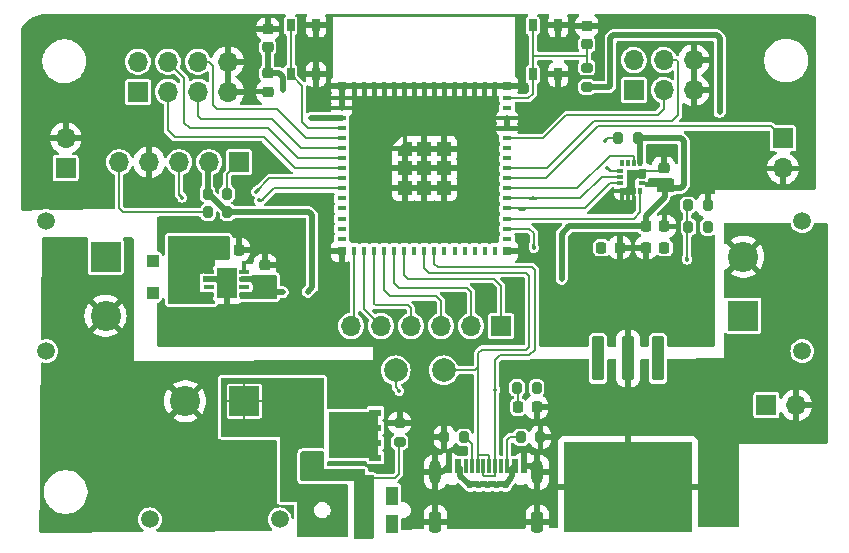
<source format=gbr>
%TF.GenerationSoftware,KiCad,Pcbnew,8.0.5*%
%TF.CreationDate,2024-10-31T19:08:10-07:00*%
%TF.ProjectId,PIG-19,5049472d-3139-42e6-9b69-6361645f7063,rev?*%
%TF.SameCoordinates,Original*%
%TF.FileFunction,Copper,L1,Top*%
%TF.FilePolarity,Positive*%
%FSLAX46Y46*%
G04 Gerber Fmt 4.6, Leading zero omitted, Abs format (unit mm)*
G04 Created by KiCad (PCBNEW 8.0.5) date 2024-10-31 19:08:10*
%MOMM*%
%LPD*%
G01*
G04 APERTURE LIST*
G04 Aperture macros list*
%AMRoundRect*
0 Rectangle with rounded corners*
0 $1 Rounding radius*
0 $2 $3 $4 $5 $6 $7 $8 $9 X,Y pos of 4 corners*
0 Add a 4 corners polygon primitive as box body*
4,1,4,$2,$3,$4,$5,$6,$7,$8,$9,$2,$3,0*
0 Add four circle primitives for the rounded corners*
1,1,$1+$1,$2,$3*
1,1,$1+$1,$4,$5*
1,1,$1+$1,$6,$7*
1,1,$1+$1,$8,$9*
0 Add four rect primitives between the rounded corners*
20,1,$1+$1,$2,$3,$4,$5,0*
20,1,$1+$1,$4,$5,$6,$7,0*
20,1,$1+$1,$6,$7,$8,$9,0*
20,1,$1+$1,$8,$9,$2,$3,0*%
%AMFreePoly0*
4,1,14,0.603536,0.603536,0.605000,0.600000,0.605000,-0.600000,0.603536,-0.603536,0.600000,-0.605000,-0.600000,-0.605000,-0.603536,-0.603536,-0.605000,-0.600000,-0.605000,0.000000,-0.603536,0.003536,-0.003536,0.603536,0.000000,0.605000,0.600000,0.605000,0.603536,0.603536,0.603536,0.603536,$1*%
G04 Aperture macros list end*
%TA.AperFunction,ComponentPad*%
%ADD10R,1.700000X1.700000*%
%TD*%
%TA.AperFunction,ComponentPad*%
%ADD11O,1.700000X1.700000*%
%TD*%
%TA.AperFunction,SMDPad,CuDef*%
%ADD12RoundRect,0.200000X-0.200000X-0.275000X0.200000X-0.275000X0.200000X0.275000X-0.200000X0.275000X0*%
%TD*%
%TA.AperFunction,SMDPad,CuDef*%
%ADD13RoundRect,0.200000X0.200000X0.275000X-0.200000X0.275000X-0.200000X-0.275000X0.200000X-0.275000X0*%
%TD*%
%TA.AperFunction,SMDPad,CuDef*%
%ADD14RoundRect,0.250000X0.300000X0.300000X-0.300000X0.300000X-0.300000X-0.300000X0.300000X-0.300000X0*%
%TD*%
%TA.AperFunction,SMDPad,CuDef*%
%ADD15RoundRect,0.225000X0.225000X0.250000X-0.225000X0.250000X-0.225000X-0.250000X0.225000X-0.250000X0*%
%TD*%
%TA.AperFunction,SMDPad,CuDef*%
%ADD16R,1.270000X0.610000*%
%TD*%
%TA.AperFunction,SMDPad,CuDef*%
%ADD17R,3.810000X3.910000*%
%TD*%
%TA.AperFunction,SMDPad,CuDef*%
%ADD18R,1.020000X0.610000*%
%TD*%
%TA.AperFunction,SMDPad,CuDef*%
%ADD19RoundRect,0.200000X-0.275000X0.200000X-0.275000X-0.200000X0.275000X-0.200000X0.275000X0.200000X0*%
%TD*%
%TA.AperFunction,SMDPad,CuDef*%
%ADD20R,0.650000X1.050000*%
%TD*%
%TA.AperFunction,SMDPad,CuDef*%
%ADD21RoundRect,0.218750X0.218750X0.256250X-0.218750X0.256250X-0.218750X-0.256250X0.218750X-0.256250X0*%
%TD*%
%TA.AperFunction,SMDPad,CuDef*%
%ADD22C,2.000000*%
%TD*%
%TA.AperFunction,SMDPad,CuDef*%
%ADD23RoundRect,0.225000X-0.225000X-0.250000X0.225000X-0.250000X0.225000X0.250000X-0.225000X0.250000X0*%
%TD*%
%TA.AperFunction,ComponentPad*%
%ADD24C,2.550000*%
%TD*%
%TA.AperFunction,ComponentPad*%
%ADD25R,2.550000X2.550000*%
%TD*%
%TA.AperFunction,ComponentPad*%
%ADD26C,1.508000*%
%TD*%
%TA.AperFunction,SMDPad,CuDef*%
%ADD27RoundRect,0.225000X-0.250000X0.225000X-0.250000X-0.225000X0.250000X-0.225000X0.250000X0.225000X0*%
%TD*%
%TA.AperFunction,SMDPad,CuDef*%
%ADD28R,0.600000X1.150000*%
%TD*%
%TA.AperFunction,SMDPad,CuDef*%
%ADD29R,0.300000X1.150000*%
%TD*%
%TA.AperFunction,ComponentPad*%
%ADD30O,1.000000X2.100000*%
%TD*%
%TA.AperFunction,ComponentPad*%
%ADD31RoundRect,0.250000X-0.250000X-0.650000X0.250000X-0.650000X0.250000X0.650000X-0.250000X0.650000X0*%
%TD*%
%TA.AperFunction,SMDPad,CuDef*%
%ADD32R,0.931065X0.302473*%
%TD*%
%TA.AperFunction,SMDPad,CuDef*%
%ADD33R,1.749999X2.500000*%
%TD*%
%TA.AperFunction,SMDPad,CuDef*%
%ADD34R,0.800000X0.400000*%
%TD*%
%TA.AperFunction,SMDPad,CuDef*%
%ADD35R,0.400000X0.800000*%
%TD*%
%TA.AperFunction,SMDPad,CuDef*%
%ADD36R,1.200000X1.200000*%
%TD*%
%TA.AperFunction,SMDPad,CuDef*%
%ADD37FreePoly0,0.000000*%
%TD*%
%TA.AperFunction,SMDPad,CuDef*%
%ADD38R,0.800000X0.800000*%
%TD*%
%TA.AperFunction,SMDPad,CuDef*%
%ADD39R,1.000000X1.600000*%
%TD*%
%TA.AperFunction,SMDPad,CuDef*%
%ADD40RoundRect,0.123750X-0.371250X1.771250X-0.371250X-1.771250X0.371250X-1.771250X0.371250X1.771250X0*%
%TD*%
%TA.AperFunction,SMDPad,CuDef*%
%ADD41R,10.840000X7.620000*%
%TD*%
%TA.AperFunction,SMDPad,CuDef*%
%ADD42RoundRect,0.225000X0.250000X-0.225000X0.250000X0.225000X-0.250000X0.225000X-0.250000X-0.225000X0*%
%TD*%
%TA.AperFunction,SMDPad,CuDef*%
%ADD43R,0.350000X0.610000*%
%TD*%
%TA.AperFunction,SMDPad,CuDef*%
%ADD44R,0.610000X0.350000*%
%TD*%
%TA.AperFunction,SMDPad,CuDef*%
%ADD45RoundRect,0.200000X0.275000X-0.200000X0.275000X0.200000X-0.275000X0.200000X-0.275000X-0.200000X0*%
%TD*%
%TA.AperFunction,ViaPad*%
%ADD46C,0.350000*%
%TD*%
%TA.AperFunction,ViaPad*%
%ADD47C,0.600000*%
%TD*%
%TA.AperFunction,Conductor*%
%ADD48C,0.200000*%
%TD*%
%TA.AperFunction,Conductor*%
%ADD49C,0.500000*%
%TD*%
%TA.AperFunction,Conductor*%
%ADD50C,0.254000*%
%TD*%
G04 APERTURE END LIST*
D10*
%TO.P,J6,1,Pin_1*%
%TO.N,/mot-2*%
X129496955Y-68127518D03*
D11*
%TO.P,J6,2,Pin_2*%
%TO.N,GND*%
X129496955Y-65587518D03*
%TD*%
D12*
%TO.P,R9,1*%
%TO.N,/Batt_S*%
X182196955Y-71277518D03*
%TO.P,R9,2*%
%TO.N,GND*%
X183846955Y-71277518D03*
%TD*%
D13*
%TO.P,R10,1*%
%TO.N,/SDA*%
X143156955Y-70292518D03*
%TO.P,R10,2*%
%TO.N,+3V3*%
X141506955Y-70292518D03*
%TD*%
D14*
%TO.P,D2,1,K*%
%TO.N,PWR-DIODE*%
X139671955Y-76000000D03*
%TO.P,D2,2,A*%
%TO.N,+BATT*%
X136871955Y-76000000D03*
%TD*%
D13*
%TO.P,R1,1*%
%TO.N,+5V*%
X169371955Y-86727518D03*
%TO.P,R1,2*%
%TO.N,Net-(D1-A)*%
X167721955Y-86727518D03*
%TD*%
D15*
%TO.P,C2,1*%
%TO.N,PWR-DIODE*%
X180196955Y-74877518D03*
%TO.P,C2,2*%
%TO.N,GND*%
X178646955Y-74877518D03*
%TD*%
D16*
%TO.P,Q1,1,S*%
%TO.N,Net-(SW3A-A)*%
X150261955Y-88837518D03*
%TO.P,Q1,2,S*%
X150261955Y-90107518D03*
%TO.P,Q1,3,S*%
X150261955Y-91377518D03*
%TO.P,Q1,4,G*%
%TO.N,Net-(Q1-G)*%
X150261955Y-92647518D03*
D17*
%TO.P,Q1,5,D*%
%TO.N,+BATT*%
X153621955Y-90742518D03*
D18*
X155726955Y-88837518D03*
X155726955Y-90107518D03*
X155726955Y-91377518D03*
X155726955Y-92647518D03*
%TD*%
D19*
%TO.P,R3,1*%
%TO.N,Net-(MCU1-EN)*%
X173621955Y-59627518D03*
%TO.P,R3,2*%
%TO.N,+3V3*%
X173621955Y-61277518D03*
%TD*%
D10*
%TO.P,BNO1,1,Pin_1*%
%TO.N,/SDA*%
X144196955Y-67627518D03*
D11*
%TO.P,BNO1,2,Pin_2*%
%TO.N,+3V3*%
X141656955Y-67627518D03*
%TO.P,BNO1,3,Pin_3*%
%TO.N,/INT3*%
X139116955Y-67627518D03*
%TO.P,BNO1,4,Pin_4*%
%TO.N,GND*%
X136576955Y-67627518D03*
%TO.P,BNO1,5,Pin_5*%
%TO.N,/SCL*%
X134036955Y-67627518D03*
%TD*%
D12*
%TO.P,R7,1*%
%TO.N,Net-(Accelerometer1-CS)*%
X176296955Y-65627518D03*
%TO.P,R7,2*%
%TO.N,+3V3*%
X177946955Y-65627518D03*
%TD*%
D20*
%TO.P,SW4,1*%
%TO.N,Net-(MCU1-EN)*%
X169046955Y-60202518D03*
X169046955Y-56052518D03*
%TO.P,SW4,2*%
%TO.N,GND*%
X171196955Y-60202518D03*
X171196955Y-56052518D03*
%TD*%
%TO.P,SW1,1*%
%TO.N,Net-(MCU1-IO0)*%
X148546955Y-60202518D03*
X148546955Y-56052518D03*
%TO.P,SW1,2*%
%TO.N,GND*%
X150696955Y-60202518D03*
X150696955Y-56052518D03*
%TD*%
D21*
%TO.P,D1,1,K*%
%TO.N,GND*%
X169371955Y-88377518D03*
%TO.P,D1,2,A*%
%TO.N,Net-(D1-A)*%
X167796955Y-88377518D03*
%TD*%
D13*
%TO.P,R8,1*%
%TO.N,+BATT*%
X183871955Y-73127518D03*
%TO.P,R8,2*%
%TO.N,/Batt_S*%
X182221955Y-73127518D03*
%TD*%
D22*
%TO.P,TP1,1,1*%
%TO.N,/DP*%
X157450000Y-85250000D03*
%TD*%
D23*
%TO.P,C1,1*%
%TO.N,PWR-DIODE*%
X142596955Y-75052517D03*
%TO.P,C1,2*%
%TO.N,GND*%
X144146955Y-75052517D03*
%TD*%
D24*
%TO.P,J2,N,N*%
%TO.N,GND*%
X186871955Y-75627518D03*
D25*
%TO.P,J2,P,P*%
%TO.N,+BATT*%
X186871955Y-80627518D03*
D26*
%TO.P,J2,S1,S1*%
%TO.N,unconnected-(J2-PadS1)*%
X191871955Y-83627518D03*
%TO.P,J2,S2,S2*%
%TO.N,unconnected-(J2-PadS2)*%
X191871955Y-72627518D03*
%TD*%
D27*
%TO.P,C6,1*%
%TO.N,GND*%
X146371955Y-76377518D03*
%TO.P,C6,2*%
%TO.N,+3V3*%
X146371955Y-77927518D03*
%TD*%
D24*
%TO.P,J9,N,N*%
%TO.N,GND*%
X139621955Y-87871768D03*
D25*
%TO.P,J9,P,P*%
%TO.N,Net-(SW3A-A)*%
X144621955Y-87871768D03*
D26*
%TO.P,J9,S1,S1*%
%TO.N,unconnected-(J9-PadS1)*%
X136621955Y-97871768D03*
%TO.P,J9,S2,S2*%
%TO.N,unconnected-(J9-PadS2)*%
X147621955Y-97871768D03*
%TD*%
D28*
%TO.P,J11,A1_B12,GND*%
%TO.N,GND*%
X161921955Y-93322518D03*
%TO.P,J11,A4_B9,VBUS*%
%TO.N,+V_USB*%
X162721955Y-93322518D03*
D29*
%TO.P,J11,A5,CC1*%
%TO.N,Net-(J11-CC1)*%
X163871955Y-93322518D03*
%TO.P,J11,A6,DP1*%
%TO.N,/DP*%
X164871955Y-93322518D03*
%TO.P,J11,A7,DN1*%
%TO.N,/DN*%
X165371955Y-93322518D03*
%TO.P,J11,A8,SBU1*%
%TO.N,unconnected-(J11-SBU1-PadA8)*%
X166371955Y-93322518D03*
D28*
%TO.P,J11,B1_A12,GND*%
%TO.N,GND*%
X168321955Y-93322518D03*
%TO.P,J11,B4_A9,VBUS*%
%TO.N,+V_USB*%
X167521955Y-93322518D03*
D29*
%TO.P,J11,B5,CC2*%
%TO.N,Net-(J11-CC2)*%
X166871955Y-93322518D03*
%TO.P,J11,B6,DP2*%
%TO.N,/DP*%
X165871955Y-93322518D03*
%TO.P,J11,B7,DN2*%
%TO.N,/DN*%
X164371955Y-93322518D03*
%TO.P,J11,B8,SBU2*%
%TO.N,unconnected-(J11-SBU2-PadB8)*%
X163371955Y-93322518D03*
D30*
%TO.P,J11,S1,SHELL_GND*%
%TO.N,GND*%
X160801955Y-93897518D03*
%TO.P,J11,S2,SHELL_GND*%
X169441955Y-93897518D03*
D31*
%TO.P,J11,S3,SHELL_GND*%
X160801955Y-98077518D03*
%TO.P,J11,S4,SHELL_GND*%
X169441955Y-98077518D03*
%TD*%
D23*
%TO.P,C8,1*%
%TO.N,+3V3*%
X178646955Y-73077518D03*
%TO.P,C8,2*%
%TO.N,GND*%
X180196955Y-73077518D03*
%TD*%
D12*
%TO.P,R5,1*%
%TO.N,Net-(J11-CC2)*%
X168046955Y-90927518D03*
%TO.P,R5,2*%
%TO.N,GND*%
X169696955Y-90927518D03*
%TD*%
D10*
%TO.P,LED1,1,Pin_1*%
%TO.N,+5V*%
X177596955Y-61527518D03*
D11*
%TO.P,LED1,2,Pin_2*%
X177596955Y-58987518D03*
%TO.P,LED1,3,Pin_3*%
%TO.N,/LED_S1*%
X180136955Y-61527518D03*
%TO.P,LED1,4,Pin_4*%
%TO.N,/LED_S2*%
X180136955Y-58987518D03*
%TO.P,LED1,5,Pin_5*%
%TO.N,GND*%
X182676955Y-61527518D03*
%TO.P,LED1,6,Pin_6*%
X182676955Y-58987518D03*
%TD*%
D32*
%TO.P,LDO1,1,OUT*%
%TO.N,+3V3*%
X144612488Y-78852517D03*
%TO.P,LDO1,2,NC*%
%TO.N,unconnected-(LDO1-NC-Pad2)*%
X144612488Y-78202519D03*
%TO.P,LDO1,3,SNS*%
%TO.N,+3V3*%
X144612488Y-77552517D03*
%TO.P,LDO1,4,GND*%
%TO.N,GND*%
X144612488Y-76902519D03*
%TO.P,LDO1,5,EN*%
%TO.N,PWR-DIODE*%
X141631422Y-76902519D03*
%TO.P,LDO1,6,GND*%
%TO.N,GND*%
X141631422Y-77552517D03*
%TO.P,LDO1,7,NC*%
%TO.N,unconnected-(LDO1-NC-Pad7)*%
X141631422Y-78202519D03*
%TO.P,LDO1,8,IN*%
%TO.N,PWR-DIODE*%
X141631422Y-78852517D03*
D33*
%TO.P,LDO1,9,Thermal_Pad*%
%TO.N,GND*%
X143121955Y-77877518D03*
%TD*%
D34*
%TO.P,MCU1,1,GND*%
%TO.N,GND*%
X152871955Y-62202518D03*
%TO.P,MCU1,2,GND*%
X152871955Y-63052518D03*
%TO.P,MCU1,3,3V3*%
%TO.N,+3V3*%
X152871955Y-63902518D03*
%TO.P,MCU1,4,IO0*%
%TO.N,Net-(MCU1-IO0)*%
X152871955Y-64752518D03*
%TO.P,MCU1,5,IO1*%
%TO.N,/Trig_2*%
X152871955Y-65602518D03*
%TO.P,MCU1,6,IO2*%
%TO.N,/Trig_1*%
X152871955Y-66452518D03*
%TO.P,MCU1,7,IO3*%
%TO.N,/Echo_2*%
X152871955Y-67302518D03*
%TO.P,MCU1,8,IO4*%
%TO.N,/Echo_1*%
X152871955Y-68152518D03*
%TO.P,MCU1,9,IO5*%
%TO.N,/mot-2*%
X152871955Y-69002518D03*
%TO.P,MCU1,10,IO6*%
%TO.N,/INT3*%
X152871955Y-69852518D03*
%TO.P,MCU1,11,IO7*%
%TO.N,unconnected-(MCU1-IO7-Pad11)*%
X152871955Y-70702518D03*
%TO.P,MCU1,12,IO8*%
%TO.N,unconnected-(MCU1-IO8-Pad12)*%
X152871955Y-71552518D03*
%TO.P,MCU1,13,IO9*%
%TO.N,unconnected-(MCU1-IO9-Pad13)*%
X152871955Y-72402518D03*
%TO.P,MCU1,14,IO10*%
%TO.N,unconnected-(MCU1-IO10-Pad14)*%
X152871955Y-73252518D03*
%TO.P,MCU1,15,IO11*%
%TO.N,unconnected-(MCU1-IO11-Pad15)*%
X152871955Y-74102518D03*
D35*
%TO.P,MCU1,16,IO12*%
%TO.N,/ENB*%
X153921955Y-75152518D03*
%TO.P,MCU1,17,IO13*%
%TO.N,/IN4*%
X154771955Y-75152518D03*
%TO.P,MCU1,18,IO14*%
%TO.N,/IN3*%
X155621955Y-75152518D03*
%TO.P,MCU1,19,IO15*%
%TO.N,/IN2*%
X156471955Y-75152518D03*
%TO.P,MCU1,20,IO16*%
%TO.N,/IN1*%
X157321955Y-75152518D03*
%TO.P,MCU1,21,IO17*%
%TO.N,/ENA*%
X158171955Y-75152518D03*
%TO.P,MCU1,22,IO18*%
%TO.N,unconnected-(MCU1-IO18-Pad22)*%
X159021955Y-75152518D03*
%TO.P,MCU1,23,IO19*%
%TO.N,/DN*%
X159871955Y-75152518D03*
%TO.P,MCU1,24,IO20*%
%TO.N,/DP*%
X160721955Y-75152518D03*
%TO.P,MCU1,25,IO21*%
%TO.N,unconnected-(MCU1-IO21-Pad25)*%
X161571955Y-75152518D03*
%TO.P,MCU1,26,IO26*%
%TO.N,unconnected-(MCU1-IO26-Pad26)*%
X162421955Y-75152518D03*
%TO.P,MCU1,27,IO47*%
%TO.N,unconnected-(MCU1-IO47-Pad27)*%
X163271955Y-75152518D03*
%TO.P,MCU1,28,IO33*%
%TO.N,unconnected-(MCU1-IO33-Pad28)*%
X164121955Y-75152518D03*
%TO.P,MCU1,29,IO34*%
%TO.N,unconnected-(MCU1-IO34-Pad29)*%
X164971955Y-75152518D03*
%TO.P,MCU1,30,IO48*%
%TO.N,unconnected-(MCU1-IO48-Pad30)*%
X165821955Y-75152518D03*
D34*
%TO.P,MCU1,31,IO35*%
%TO.N,unconnected-(MCU1-IO35-Pad31)*%
X166871955Y-74102518D03*
%TO.P,MCU1,32,IO36*%
%TO.N,/Batt_S*%
X166871955Y-73252518D03*
%TO.P,MCU1,33,IO37*%
%TO.N,/INT1*%
X166871955Y-72402518D03*
%TO.P,MCU1,34,IO38*%
%TO.N,/SDA*%
X166871955Y-71552518D03*
%TO.P,MCU1,35,IO39*%
%TO.N,/SCL*%
X166871955Y-70702518D03*
%TO.P,MCU1,36,IO40*%
%TO.N,/INT2*%
X166871955Y-69852518D03*
%TO.P,MCU1,37,IO41*%
%TO.N,/mot-1*%
X166871955Y-69002518D03*
%TO.P,MCU1,38,IO42*%
%TO.N,/LED_S2*%
X166871955Y-68152518D03*
%TO.P,MCU1,39,TXD0*%
%TO.N,unconnected-(MCU1-TXD0-Pad39)*%
X166871955Y-67302518D03*
%TO.P,MCU1,40,RXD0*%
%TO.N,unconnected-(MCU1-RXD0-Pad40)*%
X166871955Y-66452518D03*
%TO.P,MCU1,41,IO45*%
%TO.N,/LED_S1*%
X166871955Y-65602518D03*
%TO.P,MCU1,42,GND*%
%TO.N,GND*%
X166871955Y-64752518D03*
%TO.P,MCU1,43,GND*%
X166871955Y-63902518D03*
%TO.P,MCU1,44,IO46*%
%TO.N,unconnected-(MCU1-IO46-Pad44)*%
X166871955Y-63052518D03*
%TO.P,MCU1,45,EN*%
%TO.N,Net-(MCU1-EN)*%
X166871955Y-62202518D03*
D35*
%TO.P,MCU1,46,GND*%
%TO.N,GND*%
X165821955Y-61152518D03*
%TO.P,MCU1,47,GND*%
X164971955Y-61152518D03*
%TO.P,MCU1,48,GND*%
X164121955Y-61152518D03*
%TO.P,MCU1,49,GND*%
X163271955Y-61152518D03*
%TO.P,MCU1,50,GND*%
X162421955Y-61152518D03*
%TO.P,MCU1,51,GND*%
X161571955Y-61152518D03*
%TO.P,MCU1,52,GND*%
X160721955Y-61152518D03*
%TO.P,MCU1,53,GND*%
X159871955Y-61152518D03*
%TO.P,MCU1,54,GND*%
X159021955Y-61152518D03*
%TO.P,MCU1,55,GND*%
X158171955Y-61152518D03*
%TO.P,MCU1,56,GND*%
X157321955Y-61152518D03*
%TO.P,MCU1,57,GND*%
X156471955Y-61152518D03*
%TO.P,MCU1,58,GND*%
X155621955Y-61152518D03*
%TO.P,MCU1,59,GND*%
X154771955Y-61152518D03*
%TO.P,MCU1,60,GND*%
X153921955Y-61152518D03*
D36*
%TO.P,MCU1,61,GND*%
X159871955Y-68152518D03*
D37*
%TO.P,MCU1,61_1,GND*%
X158221955Y-66502518D03*
D36*
%TO.P,MCU1,61_2,GND*%
X159871955Y-66502518D03*
%TO.P,MCU1,61_3,GND*%
X161521955Y-66502518D03*
%TO.P,MCU1,61_4,GND*%
X161521955Y-68152518D03*
%TO.P,MCU1,61_5,GND*%
X161521955Y-69802518D03*
%TO.P,MCU1,61_6,GND*%
X159871955Y-69802518D03*
%TO.P,MCU1,61_7,GND*%
X158221955Y-69802518D03*
%TO.P,MCU1,61_8,GND*%
X158221955Y-68152518D03*
D38*
%TO.P,MCU1,62,GND*%
X152871955Y-61152518D03*
%TO.P,MCU1,63,GND*%
X152871955Y-75152518D03*
%TO.P,MCU1,64,GND*%
X166871955Y-75152518D03*
%TO.P,MCU1,65,GND*%
X166871955Y-61152518D03*
%TD*%
D39*
%TO.P,SW3,1,A*%
%TO.N,Net-(SW3A-A)*%
X152121955Y-95877518D03*
X152121955Y-98277518D03*
%TO.P,SW3,2,B*%
%TO.N,Net-(Q1-G)*%
X154621955Y-95877518D03*
X154621955Y-98277518D03*
%TO.P,SW3,3,C*%
%TO.N,unconnected-(SW3A-C-Pad3)*%
X157121955Y-95877518D03*
%TO.N,unconnected-(SW3A-C-Pad3)_0*%
X157121955Y-98277518D03*
%TD*%
D10*
%TO.P,LM298NPWR1,1,Pin_1*%
%TO.N,+BATT*%
X188825000Y-88200000D03*
D11*
%TO.P,LM298NPWR1,2,Pin_2*%
%TO.N,GND*%
X191365000Y-88200000D03*
%TD*%
D10*
%TO.P,RescueDCPin1,1,Pin_1*%
%TO.N,/ENA*%
X166370000Y-81500000D03*
D11*
%TO.P,RescueDCPin1,2,Pin_2*%
%TO.N,/IN1*%
X163830000Y-81500000D03*
%TO.P,RescueDCPin1,3,Pin_3*%
%TO.N,/IN2*%
X161290000Y-81500000D03*
%TO.P,RescueDCPin1,4,Pin_4*%
%TO.N,/IN3*%
X158750000Y-81500000D03*
%TO.P,RescueDCPin1,5,Pin_5*%
%TO.N,/IN4*%
X156210000Y-81500000D03*
%TO.P,RescueDCPin1,6,Pin_6*%
%TO.N,/ENB*%
X153670000Y-81500000D03*
%TD*%
D40*
%TO.P,U1,1,IN*%
%TO.N,PWR-DIODE*%
X179661955Y-84247518D03*
%TO.P,U1,2,GND*%
%TO.N,GND*%
X177121955Y-84247518D03*
%TO.P,U1,3,OUT*%
%TO.N,+5V*%
X174581955Y-84247518D03*
D41*
%TO.P,U1,4,GND*%
%TO.N,GND*%
X177121955Y-95127518D03*
%TD*%
D42*
%TO.P,C4,1*%
%TO.N,+3V3*%
X146621955Y-57877518D03*
%TO.P,C4,2*%
%TO.N,GND*%
X146621955Y-56327518D03*
%TD*%
D27*
%TO.P,C3,1*%
%TO.N,GND*%
X173621955Y-56102518D03*
%TO.P,C3,2*%
%TO.N,Net-(MCU1-EN)*%
X173621955Y-57652518D03*
%TD*%
D13*
%TO.P,R6,1*%
%TO.N,Net-(J11-CC1)*%
X163196955Y-90927518D03*
%TO.P,R6,2*%
%TO.N,GND*%
X161546955Y-90927518D03*
%TD*%
D10*
%TO.P,J5,1,Pin_1*%
%TO.N,/mot-1*%
X190246955Y-65627518D03*
D11*
%TO.P,J5,2,Pin_2*%
%TO.N,GND*%
X190246955Y-68167518D03*
%TD*%
D43*
%TO.P,Accelerometer1,1,SDO/SA0*%
%TO.N,GND*%
X176621955Y-70037518D03*
%TO.P,Accelerometer1,2,SDX*%
X177121955Y-70037518D03*
%TO.P,Accelerometer1,3,SCX*%
X177621955Y-70037518D03*
%TO.P,Accelerometer1,4,INT1*%
%TO.N,/INT1*%
X178121955Y-70037518D03*
D44*
%TO.P,Accelerometer1,5,VDDIO*%
%TO.N,+3V3*%
X178281955Y-69377518D03*
%TO.P,Accelerometer1,6,GND*%
%TO.N,GND*%
X178281955Y-68877518D03*
%TO.P,Accelerometer1,7,GND*%
X178281955Y-68377518D03*
D43*
%TO.P,Accelerometer1,8,VDD*%
%TO.N,+3V3*%
X178121955Y-67717518D03*
%TO.P,Accelerometer1,9,INT2*%
%TO.N,/INT2*%
X177621955Y-67717518D03*
%TO.P,Accelerometer1,10,OCS_AUX*%
%TO.N,unconnected-(Accelerometer1-OCS_AUX-Pad10)*%
X177121955Y-67717518D03*
%TO.P,Accelerometer1,11,SDO_AUX*%
%TO.N,unconnected-(Accelerometer1-SDO_AUX-Pad11)*%
X176621955Y-67717518D03*
D44*
%TO.P,Accelerometer1,12,CS*%
%TO.N,Net-(Accelerometer1-CS)*%
X176461955Y-68377518D03*
%TO.P,Accelerometer1,13,SCL*%
%TO.N,/SCL*%
X176461955Y-68877518D03*
%TO.P,Accelerometer1,14,SDA*%
%TO.N,/SDA*%
X176461955Y-69377518D03*
%TD*%
D22*
%TO.P,TP2,1,1*%
%TO.N,/DN*%
X161500000Y-85250000D03*
%TD*%
D27*
%TO.P,C5,1*%
%TO.N,+3V3*%
X146621955Y-60102518D03*
%TO.P,C5,2*%
%TO.N,GND*%
X146621955Y-61652518D03*
%TD*%
D10*
%TO.P,USS1,1,Pin_1*%
%TO.N,+5V*%
X135621955Y-61667518D03*
D11*
%TO.P,USS1,2,Pin_2*%
X135621955Y-59127518D03*
%TO.P,USS1,3,Pin_3*%
%TO.N,/Echo_1*%
X138161955Y-61667518D03*
%TO.P,USS1,4,Pin_4*%
%TO.N,/Echo_2*%
X138161955Y-59127518D03*
%TO.P,USS1,5,Pin_5*%
%TO.N,/Trig_1*%
X140701955Y-61667518D03*
%TO.P,USS1,6,Pin_6*%
%TO.N,/Trig_2*%
X140701955Y-59127518D03*
%TO.P,USS1,7,Pin_7*%
%TO.N,GND*%
X143241955Y-61667518D03*
%TO.P,USS1,8,Pin_8*%
X143241955Y-59127518D03*
%TD*%
D14*
%TO.P,D3,1,K*%
%TO.N,PWR-DIODE*%
X139650000Y-78750000D03*
%TO.P,D3,2,A*%
%TO.N,+V_USB*%
X136850000Y-78750000D03*
%TD*%
D23*
%TO.P,C9,1*%
%TO.N,+5V*%
X174846955Y-74877518D03*
%TO.P,C9,2*%
%TO.N,GND*%
X176396955Y-74877518D03*
%TD*%
D12*
%TO.P,R4,1*%
%TO.N,/SCL*%
X141546955Y-71877518D03*
%TO.P,R4,2*%
%TO.N,+3V3*%
X143196955Y-71877518D03*
%TD*%
D42*
%TO.P,C7,1*%
%TO.N,+3V3*%
X180121955Y-69652518D03*
%TO.P,C7,2*%
%TO.N,GND*%
X180121955Y-68102518D03*
%TD*%
D45*
%TO.P,R2,1*%
%TO.N,Net-(Q1-G)*%
X157771955Y-91352518D03*
%TO.P,R2,2*%
%TO.N,GND*%
X157771955Y-89702518D03*
%TD*%
D24*
%TO.P,J1,N,N*%
%TO.N,GND*%
X132871955Y-80627518D03*
D25*
%TO.P,J1,P,P*%
%TO.N,+BATT*%
X132871955Y-75627518D03*
D26*
%TO.P,J1,S1,S1*%
%TO.N,unconnected-(J1-PadS1)*%
X127871955Y-72627518D03*
%TO.P,J1,S2,S2*%
%TO.N,unconnected-(J1-PadS2)*%
X127871955Y-83627518D03*
%TD*%
D46*
%TO.N,/SDA*%
X168121955Y-71600000D03*
D47*
%TO.N,GND*%
X141750000Y-81750000D03*
X173250000Y-92250000D03*
D46*
X159046955Y-68152518D03*
D47*
X180250000Y-94250000D03*
D46*
X133621955Y-65127518D03*
D47*
X176250000Y-95250000D03*
X178250000Y-95250000D03*
X179250000Y-96250000D03*
X174250000Y-96250000D03*
X177250000Y-94250000D03*
X177250000Y-96250000D03*
X181250000Y-93250000D03*
D46*
X150121955Y-62877518D03*
X160696955Y-66502518D03*
X133121955Y-65127518D03*
D47*
X156050000Y-62400000D03*
X178250000Y-92250000D03*
X142600000Y-77900000D03*
X177250000Y-92250000D03*
X180250000Y-92250000D03*
X160300000Y-62400000D03*
X179250000Y-95250000D03*
D46*
X160696955Y-69802518D03*
D47*
X185371955Y-88377518D03*
D46*
X133121955Y-64627518D03*
D47*
X173250000Y-95250000D03*
X179250000Y-94250000D03*
X163700000Y-62400000D03*
X176250000Y-92250000D03*
X177250000Y-95250000D03*
X155200000Y-62400000D03*
D46*
X160696955Y-68152518D03*
D47*
X143250000Y-82500000D03*
D46*
X182871955Y-68627518D03*
D47*
X178250000Y-96250000D03*
X142600000Y-78800000D03*
X176250000Y-94250000D03*
D46*
X150621955Y-62377518D03*
D47*
X143500000Y-77900000D03*
D46*
X159046955Y-66502518D03*
D47*
X174250000Y-92250000D03*
D46*
X180121955Y-66627518D03*
D47*
X158600000Y-62400000D03*
X161150000Y-62400000D03*
X175250000Y-94250000D03*
X174250000Y-93250000D03*
X173250000Y-96250000D03*
X175250000Y-95250000D03*
X179250000Y-93250000D03*
X175250000Y-93250000D03*
X180250000Y-93250000D03*
D46*
X183871955Y-68627518D03*
X179621955Y-66627518D03*
D47*
X185371955Y-89377518D03*
X178250000Y-94250000D03*
X143500000Y-77000000D03*
X173600000Y-56100000D03*
X176250000Y-96250000D03*
D46*
X182871955Y-68127518D03*
X183371955Y-68627518D03*
D47*
X177250000Y-93250000D03*
X173250000Y-93250000D03*
X179250000Y-92250000D03*
D46*
X150121955Y-62377518D03*
X180621955Y-66627518D03*
D47*
X178250000Y-93250000D03*
X184371955Y-89377518D03*
X157750000Y-62400000D03*
X142500000Y-82500000D03*
X180250000Y-95250000D03*
X175250000Y-96250000D03*
X163121955Y-89127518D03*
X163121955Y-88377518D03*
D46*
X159046955Y-69802518D03*
D47*
X184371955Y-88377518D03*
X143250000Y-81750000D03*
X181250000Y-96250000D03*
X171200000Y-56050000D03*
X171200000Y-60250000D03*
X159450000Y-62400000D03*
X143500000Y-78800000D03*
X174250000Y-95250000D03*
D46*
X183371955Y-68127518D03*
X132621955Y-65127518D03*
D47*
X180250000Y-96250000D03*
D46*
X133621955Y-64627518D03*
D47*
X181250000Y-95250000D03*
X162000000Y-62400000D03*
X162850000Y-62400000D03*
X174250000Y-94250000D03*
X181250000Y-94250000D03*
X162371955Y-88377518D03*
X181250000Y-92250000D03*
X141750000Y-82500000D03*
X173250000Y-94250000D03*
D46*
X133621955Y-64127518D03*
X150621955Y-62877518D03*
D47*
X142500000Y-81750000D03*
X162371955Y-89127518D03*
X142600000Y-77000000D03*
X176250000Y-93250000D03*
X156900000Y-62400000D03*
X175250000Y-92250000D03*
D46*
X182871955Y-67627518D03*
%TO.N,Net-(Accelerometer1-CS)*%
X175371955Y-68127518D03*
X175167365Y-65832108D03*
%TO.N,/SCL*%
X169046955Y-70702518D03*
%TO.N,+3V3*%
X150250000Y-63902518D03*
X184871955Y-63377518D03*
X181821955Y-66377518D03*
X151100000Y-63900000D03*
X150000000Y-78600000D03*
X147921955Y-61500000D03*
X150371955Y-72877518D03*
X147871955Y-78627518D03*
X171500000Y-77500000D03*
D47*
%TO.N,PWR-DIODE*%
X139650000Y-78750000D03*
X139675000Y-76025000D03*
X179600000Y-84400000D03*
X179600000Y-82800000D03*
X179600000Y-83600000D03*
X180200000Y-74850000D03*
%TO.N,+BATT*%
X183900000Y-73100000D03*
X153500000Y-91750000D03*
X153500000Y-90750000D03*
X152500000Y-90750000D03*
X154500000Y-91750000D03*
X152500000Y-91750000D03*
X154500000Y-89750000D03*
X152500000Y-89750000D03*
X136871955Y-76000000D03*
X154500000Y-90750000D03*
X153500000Y-89750000D03*
%TO.N,+5V*%
X174800000Y-74850000D03*
X174600000Y-82800000D03*
X174600000Y-83600000D03*
X174600000Y-85200000D03*
X169400000Y-86750000D03*
X174600000Y-84400000D03*
%TO.N,+V_USB*%
X163750000Y-95000000D03*
X165250000Y-95000000D03*
X166750000Y-95000000D03*
X164500000Y-95000000D03*
X166000000Y-95000000D03*
X136800000Y-78700000D03*
D46*
%TO.N,/mot-2*%
X145621955Y-70127518D03*
%TO.N,/DP*%
X165871955Y-86928045D03*
X157750000Y-87000000D03*
%TO.N,/Batt_S*%
X182121955Y-75877518D03*
X169121955Y-74877518D03*
%TO.N,/INT3*%
X145871955Y-70877518D03*
X139371955Y-70627518D03*
%TD*%
D48*
%TO.N,/SDA*%
X168121955Y-71600000D02*
X168074473Y-71552518D01*
X168121955Y-71600000D02*
X168169437Y-71552518D01*
X168169437Y-71552518D02*
X173447482Y-71552518D01*
X175622482Y-69377518D02*
X176461955Y-69377518D01*
X173447482Y-71552518D02*
X175622482Y-69377518D01*
X143156955Y-70292518D02*
X143156955Y-68667518D01*
X168074473Y-71552518D02*
X166871955Y-71552518D01*
X143156955Y-68667518D02*
X144196955Y-67627518D01*
%TO.N,/INT1*%
X166871955Y-72402518D02*
X177597482Y-72402518D01*
X178121955Y-71878045D02*
X178121955Y-70037518D01*
X177597482Y-72402518D02*
X178121955Y-71878045D01*
D49*
%TO.N,GND*%
X162850000Y-61150000D02*
X162852518Y-61152518D01*
X168866955Y-93322518D02*
X169441955Y-93897518D01*
X161150000Y-61150000D02*
X161152518Y-61152518D01*
X157752518Y-61152518D02*
X158597482Y-61152518D01*
X159447482Y-61152518D02*
X159450000Y-61150000D01*
D48*
X179636955Y-68377518D02*
X180104455Y-67910018D01*
D49*
X163702518Y-61152518D02*
X166869437Y-61152518D01*
X156902518Y-61152518D02*
X157747482Y-61152518D01*
X158602518Y-61152518D02*
X159447482Y-61152518D01*
X163697482Y-61152518D02*
X163700000Y-61150000D01*
X156047482Y-61152518D02*
X156050000Y-61150000D01*
X155197482Y-61152518D02*
X155200000Y-61150000D01*
X160300000Y-61150000D02*
X160302518Y-61152518D01*
X159452518Y-61152518D02*
X160297482Y-61152518D01*
X158600000Y-61150000D02*
X158602518Y-61152518D01*
X157750000Y-61150000D02*
X157752518Y-61152518D01*
X159450000Y-61150000D02*
X159452518Y-61152518D01*
X160302518Y-61152518D02*
X161147482Y-61152518D01*
X152871955Y-63052518D02*
X152871955Y-61152518D01*
X162000000Y-61150000D02*
X162002518Y-61152518D01*
X155202518Y-61152518D02*
X156047482Y-61152518D01*
X163700000Y-61150000D02*
X163702518Y-61152518D01*
D48*
X178391955Y-74847518D02*
X178421955Y-74877518D01*
D49*
X176621955Y-70037518D02*
X177496955Y-70037518D01*
X160297482Y-61152518D02*
X160300000Y-61150000D01*
X162852518Y-61152518D02*
X163697482Y-61152518D01*
X157747482Y-61152518D02*
X157750000Y-61150000D01*
X155200000Y-61150000D02*
X155202518Y-61152518D01*
X160801955Y-93897518D02*
X161346955Y-93897518D01*
X166874473Y-61152518D02*
X166871955Y-61152518D01*
X162002518Y-61152518D02*
X162847482Y-61152518D01*
D48*
X176571955Y-74847518D02*
X178391955Y-74847518D01*
D49*
X166900000Y-61150000D02*
X166874473Y-61152518D01*
X156052518Y-61152518D02*
X156897482Y-61152518D01*
D48*
X178281955Y-68377518D02*
X179636955Y-68377518D01*
D49*
X152871955Y-61152518D02*
X155197482Y-61152518D01*
X156050000Y-61150000D02*
X156052518Y-61152518D01*
X161152518Y-61152518D02*
X161997482Y-61152518D01*
X166871955Y-64321955D02*
X166900000Y-64350000D01*
X166871955Y-64378045D02*
X166871955Y-64752518D01*
X166871955Y-63902518D02*
X166871955Y-64321955D01*
X161147482Y-61152518D02*
X161150000Y-61150000D01*
X156897482Y-61152518D02*
X156900000Y-61150000D01*
X162847482Y-61152518D02*
X162850000Y-61150000D01*
X166900000Y-64350000D02*
X166871955Y-64378045D01*
X161346955Y-93897518D02*
X161921955Y-93322518D01*
X158597482Y-61152518D02*
X158600000Y-61150000D01*
X161997482Y-61152518D02*
X162000000Y-61150000D01*
X166869437Y-61152518D02*
X166900000Y-61150000D01*
X156900000Y-61150000D02*
X156902518Y-61152518D01*
X168321955Y-93322518D02*
X168866955Y-93322518D01*
D48*
%TO.N,Net-(Accelerometer1-CS)*%
X175621955Y-68377518D02*
X176461955Y-68377518D01*
X175167365Y-65832108D02*
X175389455Y-65610018D01*
X175389455Y-65610018D02*
X176441955Y-65610018D01*
X175371955Y-68127518D02*
X175621955Y-68377518D01*
%TO.N,/SCL*%
X169046955Y-70702518D02*
X173047482Y-70702518D01*
X174872482Y-68877518D02*
X176461955Y-68877518D01*
X134371955Y-71877518D02*
X134036955Y-71542518D01*
X141546955Y-71877518D02*
X134371955Y-71877518D01*
X173047482Y-70702518D02*
X174872482Y-68877518D01*
X169046955Y-70702518D02*
X166871955Y-70702518D01*
X134036955Y-71542518D02*
X134036955Y-67627518D01*
D49*
%TO.N,+3V3*%
X150371955Y-77127518D02*
X150371955Y-72877518D01*
X146621955Y-57877518D02*
X146621955Y-60102518D01*
X147921955Y-60427518D02*
X147596955Y-60102518D01*
X147921955Y-61500000D02*
X147921955Y-60427518D01*
X146527518Y-78627518D02*
X147871955Y-78627518D01*
D48*
X147846955Y-78652518D02*
X147871955Y-78627518D01*
D50*
X180200000Y-69730563D02*
X180121955Y-69652518D01*
D49*
X175621955Y-57127518D02*
X175871955Y-56877518D01*
X173621955Y-61277518D02*
X175471955Y-61277518D01*
X151100000Y-63900000D02*
X151102518Y-63902518D01*
X184621955Y-56877518D02*
X184871955Y-57127518D01*
X181589982Y-69810018D02*
X180104455Y-69810018D01*
X180200000Y-70600000D02*
X180200000Y-69730563D01*
X172122482Y-73077518D02*
X178646955Y-73077518D01*
D48*
X180104455Y-69377518D02*
X180104455Y-69810018D01*
D50*
X141506955Y-67777518D02*
X141656955Y-67627518D01*
D49*
X143196955Y-71877518D02*
X150121955Y-71877518D01*
X151097482Y-63902518D02*
X151100000Y-63900000D01*
X175471955Y-61277518D02*
X175621955Y-61127518D01*
X181821955Y-69578045D02*
X181589982Y-69810018D01*
X178121955Y-67717518D02*
X178121955Y-65755018D01*
X141506955Y-70292518D02*
X141506955Y-67777518D01*
X146371955Y-78471955D02*
X146527518Y-78627518D01*
X141611955Y-70292518D02*
X143196955Y-71877518D01*
X150121955Y-71877518D02*
X150371955Y-72127518D01*
X184871955Y-57127518D02*
X184871955Y-63377518D01*
D48*
X178121955Y-65755018D02*
X178266955Y-65610018D01*
D49*
X171500000Y-73700000D02*
X172122482Y-73077518D01*
X151102518Y-63902518D02*
X152871955Y-63902518D01*
X178646955Y-73077518D02*
X178646955Y-72153045D01*
X178266955Y-65610018D02*
X181604455Y-65610018D01*
X181821955Y-65827518D02*
X181821955Y-69578045D01*
X150371955Y-78228045D02*
X150000000Y-78600000D01*
X150371955Y-72127518D02*
X150371955Y-72877518D01*
X150250000Y-63902518D02*
X151097482Y-63902518D01*
X146371955Y-77927518D02*
X146371955Y-78471955D01*
X178646955Y-72153045D02*
X180200000Y-70600000D01*
X175871955Y-56877518D02*
X184621955Y-56877518D01*
X181604455Y-65610018D02*
X181821955Y-65827518D01*
X171500000Y-77500000D02*
X171500000Y-73700000D01*
D50*
X141506955Y-70292518D02*
X141611955Y-70292518D01*
D49*
X175621955Y-61127518D02*
X175621955Y-57127518D01*
X147596955Y-60102518D02*
X146621955Y-60102518D01*
D48*
X143196955Y-71877518D02*
X143091955Y-71877518D01*
D49*
X150371955Y-77127518D02*
X150371955Y-78228045D01*
D48*
%TO.N,/INT2*%
X177621955Y-67137518D02*
X177596955Y-67112518D01*
X175551342Y-67112518D02*
X172811342Y-69852518D01*
X177596955Y-67112518D02*
X175551342Y-67112518D01*
X172811342Y-69852518D02*
X166871955Y-69852518D01*
X177621955Y-67717518D02*
X177621955Y-67137518D01*
D49*
%TO.N,+BATT*%
X136871955Y-76000000D02*
X136899473Y-76027518D01*
X136871955Y-76000000D02*
X136871955Y-76127518D01*
X133371955Y-76127518D02*
X132871955Y-75627518D01*
X136899473Y-76027518D02*
X136899473Y-76127518D01*
X155726955Y-92647518D02*
X155726955Y-88837518D01*
D48*
%TO.N,Net-(MCU1-EN)*%
X166871955Y-62202518D02*
X168671955Y-62202518D01*
X169046955Y-58627518D02*
X169046955Y-60202518D01*
X169046955Y-61827518D02*
X169046955Y-60202518D01*
X168671955Y-62202518D02*
X169046955Y-61827518D01*
X173621955Y-57652518D02*
X173621955Y-58627518D01*
X173621955Y-58627518D02*
X173621955Y-59627518D01*
X169046955Y-58627518D02*
X173621955Y-58627518D01*
X169046955Y-56052518D02*
X169046955Y-58627518D01*
%TO.N,Net-(D1-A)*%
X167796955Y-88377518D02*
X167796955Y-86502518D01*
X167796955Y-86502518D02*
X167671955Y-86377518D01*
%TO.N,+V_USB*%
X163750000Y-95000000D02*
X163872482Y-94877518D01*
X166641955Y-94877518D02*
X166750000Y-95000000D01*
X165127518Y-94877518D02*
X165250000Y-95000000D01*
D49*
X164622482Y-94877518D02*
X165127518Y-94877518D01*
D48*
X164500000Y-95000000D02*
X164622482Y-94877518D01*
D49*
X162921955Y-93522518D02*
X162921955Y-94177518D01*
X162921955Y-94177518D02*
X163621955Y-94877518D01*
D48*
X162721955Y-93322518D02*
X162921955Y-93522518D01*
D49*
X167321955Y-94197518D02*
X167321955Y-93522518D01*
D48*
X163621955Y-94877518D02*
X163627518Y-94877518D01*
D49*
X166122482Y-94877518D02*
X166641955Y-94877518D01*
D48*
X166000000Y-95000000D02*
X166122482Y-94877518D01*
D49*
X166750000Y-95000000D02*
X167321955Y-94197518D01*
D48*
X165250000Y-95000000D02*
X165372482Y-94877518D01*
D49*
X163872482Y-94877518D02*
X164377518Y-94877518D01*
X165372482Y-94877518D02*
X165877518Y-94877518D01*
D48*
X163627518Y-94877518D02*
X163750000Y-95000000D01*
X164377518Y-94877518D02*
X164500000Y-95000000D01*
X165877518Y-94877518D02*
X166000000Y-95000000D01*
X167321955Y-93522518D02*
X167521955Y-93322518D01*
%TO.N,/mot-1*%
X174589982Y-64610018D02*
X189229455Y-64610018D01*
X166871955Y-69002518D02*
X170197482Y-69002518D01*
X189229455Y-64610018D02*
X190246955Y-65627518D01*
X170197482Y-69002518D02*
X174589982Y-64610018D01*
%TO.N,/mot-2*%
X146746955Y-69002518D02*
X145621955Y-70127518D01*
X152871955Y-69002518D02*
X146746955Y-69002518D01*
%TO.N,Net-(SW3A-A)*%
X150261955Y-88837518D02*
X150261955Y-91377518D01*
%TO.N,/LED_S2*%
X166871955Y-68152518D02*
X170222482Y-68152518D01*
X180871955Y-64127518D02*
X181371955Y-63627518D01*
X181231955Y-58987518D02*
X180136955Y-58987518D01*
X170222482Y-68152518D02*
X174247482Y-64127518D01*
X181371955Y-59127518D02*
X181231955Y-58987518D01*
X181371955Y-63627518D02*
X181371955Y-59127518D01*
X174247482Y-64127518D02*
X180871955Y-64127518D01*
%TO.N,/DN*%
X164371955Y-92497518D02*
X164371955Y-93322518D01*
X161500000Y-85250000D02*
X164171955Y-85250000D01*
X165121955Y-92447518D02*
X164421955Y-92447518D01*
X165371955Y-92497518D02*
X165321955Y-92447518D01*
X164421955Y-92447518D02*
X164371955Y-92497518D01*
X164421955Y-83828045D02*
X164421955Y-85000000D01*
X164171955Y-85250000D02*
X164421955Y-85000000D01*
X165321955Y-92447518D02*
X165121955Y-92447518D01*
X165371955Y-93322518D02*
X165371955Y-92497518D01*
X164750000Y-83500000D02*
X164421955Y-83828045D01*
X159871955Y-76621955D02*
X160250000Y-77000000D01*
X168750000Y-77250000D02*
X168750000Y-83250000D01*
X164421955Y-85000000D02*
X164421955Y-92447518D01*
X168750000Y-83250000D02*
X168500000Y-83500000D01*
X168500000Y-83500000D02*
X164750000Y-83500000D01*
X160250000Y-77000000D02*
X168500000Y-77000000D01*
X168500000Y-77000000D02*
X168750000Y-77250000D01*
X159871955Y-75152518D02*
X159871955Y-76621955D01*
%TO.N,/DP*%
X169250000Y-76750000D02*
X169000000Y-76500000D01*
X157450000Y-86700000D02*
X157450000Y-85250000D01*
X169000000Y-76500000D02*
X161000000Y-76500000D01*
X166250000Y-84000000D02*
X168750000Y-84000000D01*
X168750000Y-84000000D02*
X169250000Y-83500000D01*
X164871955Y-94147518D02*
X164921955Y-94197518D01*
X161000000Y-76500000D02*
X160721955Y-76221955D01*
X164871955Y-93322518D02*
X164871955Y-94147518D01*
X165821955Y-94197518D02*
X165871955Y-94147518D01*
X169250000Y-83500000D02*
X169250000Y-76750000D01*
X165871955Y-84378045D02*
X166250000Y-84000000D01*
X165871955Y-86928045D02*
X165871955Y-84378045D01*
X160721955Y-76221955D02*
X160721955Y-75152518D01*
X157750000Y-87000000D02*
X157450000Y-86700000D01*
X165871955Y-86928045D02*
X165871955Y-93322518D01*
X165871955Y-94147518D02*
X165871955Y-93322518D01*
X164921955Y-94197518D02*
X165821955Y-94197518D01*
%TO.N,Net-(J11-CC1)*%
X163871955Y-91465018D02*
X163871955Y-93322518D01*
X163284455Y-90877518D02*
X163871955Y-91465018D01*
%TO.N,Net-(J11-CC2)*%
X167121955Y-90877518D02*
X167959455Y-90877518D01*
X166871955Y-91127518D02*
X167121955Y-90877518D01*
X166871955Y-93322518D02*
X166871955Y-91127518D01*
%TO.N,/LED_S1*%
X180136955Y-63112518D02*
X180136955Y-61527518D01*
X179621955Y-63627518D02*
X180136955Y-63112518D01*
X171872482Y-63627518D02*
X179621955Y-63627518D01*
X169897482Y-65602518D02*
X171872482Y-63627518D01*
X166871955Y-65602518D02*
X169897482Y-65602518D01*
%TO.N,Net-(MCU1-IO0)*%
X148546955Y-60202518D02*
X148546955Y-56052518D01*
X148546955Y-60202518D02*
X149500000Y-61155563D01*
X149500000Y-61155563D02*
X149500000Y-64252518D01*
X150000000Y-64752518D02*
X152871955Y-64752518D01*
X149500000Y-64252518D02*
X150000000Y-64752518D01*
%TO.N,/Echo_1*%
X138750000Y-65500000D02*
X146250000Y-65500000D01*
X148902518Y-68152518D02*
X152871955Y-68152518D01*
X146250000Y-65500000D02*
X148902518Y-68152518D01*
X138161955Y-61667518D02*
X138161955Y-64911955D01*
X138161955Y-64911955D02*
X138750000Y-65500000D01*
%TO.N,/Batt_S*%
X182121955Y-75877518D02*
X182121955Y-71352518D01*
X182121955Y-71352518D02*
X182196955Y-71277518D01*
X169121955Y-73627518D02*
X169121955Y-74877518D01*
X168746955Y-73252518D02*
X169121955Y-73627518D01*
X166871955Y-73252518D02*
X168746955Y-73252518D01*
%TO.N,/Echo_2*%
X138161955Y-59127518D02*
X139551955Y-60517518D01*
X149202518Y-67302518D02*
X152871955Y-67302518D01*
X140000000Y-64750000D02*
X146650000Y-64750000D01*
X146650000Y-64750000D02*
X149202518Y-67302518D01*
X139551955Y-64301955D02*
X140000000Y-64750000D01*
X139551955Y-60517518D02*
X139551955Y-64301955D01*
%TO.N,/Trig_2*%
X147377518Y-63127518D02*
X142327518Y-63127518D01*
X142000000Y-62800000D02*
X142000000Y-59505563D01*
X152871955Y-65602518D02*
X149852518Y-65602518D01*
X142327518Y-63127518D02*
X142000000Y-62800000D01*
X141621955Y-59127518D02*
X140701955Y-59127518D01*
X142000000Y-59505563D02*
X141621955Y-59127518D01*
X149852518Y-65602518D02*
X147377518Y-63127518D01*
%TO.N,/Trig_1*%
X140701955Y-61667518D02*
X140701955Y-63707518D01*
X149452518Y-66452518D02*
X152871955Y-66452518D01*
X140701955Y-63707518D02*
X140994437Y-64000000D01*
X147000000Y-64000000D02*
X149452518Y-66452518D01*
X140994437Y-64000000D02*
X147000000Y-64000000D01*
%TO.N,Net-(Q1-G)*%
X154621955Y-94627518D02*
X154871955Y-94377518D01*
X154621955Y-95877518D02*
X154621955Y-94627518D01*
X157726955Y-94022518D02*
X157726955Y-91127518D01*
X157371955Y-94377518D02*
X157726955Y-94022518D01*
X154871955Y-94377518D02*
X157371955Y-94377518D01*
%TO.N,/IN4*%
X154771955Y-75152518D02*
X154771955Y-80061955D01*
X154771955Y-80061955D02*
X156210000Y-81500000D01*
%TO.N,/IN3*%
X155621955Y-75152518D02*
X155621955Y-79621955D01*
X158750000Y-80000000D02*
X158750000Y-81500000D01*
X155750000Y-79750000D02*
X158500000Y-79750000D01*
X155621955Y-79621955D02*
X155750000Y-79750000D01*
X158500000Y-79750000D02*
X158750000Y-80000000D01*
%TO.N,/ENB*%
X153921955Y-81248045D02*
X153670000Y-81500000D01*
X153921955Y-75152518D02*
X153921955Y-81248045D01*
%TO.N,/ENA*%
X165750000Y-77500000D02*
X166370000Y-78120000D01*
X158171955Y-77171955D02*
X158500000Y-77500000D01*
X158171955Y-75152518D02*
X158171955Y-77171955D01*
X158500000Y-77500000D02*
X165750000Y-77500000D01*
X166370000Y-78120000D02*
X166370000Y-81500000D01*
%TO.N,/IN1*%
X163830000Y-78630000D02*
X163830000Y-81500000D01*
X157321955Y-75152518D02*
X157321955Y-77821955D01*
X157750000Y-78250000D02*
X163450000Y-78250000D01*
X157321955Y-77821955D02*
X157750000Y-78250000D01*
X163450000Y-78250000D02*
X163830000Y-78630000D01*
%TO.N,/IN2*%
X161290000Y-81500000D02*
X161290000Y-79400000D01*
X160890000Y-79000000D02*
X157000000Y-79000000D01*
X156471955Y-78471955D02*
X156471955Y-75152518D01*
X157000000Y-79000000D02*
X156471955Y-78471955D01*
X161290000Y-79400000D02*
X160890000Y-79000000D01*
%TO.N,/INT3*%
X139116955Y-70372518D02*
X139116955Y-67627518D01*
X146122482Y-70877518D02*
X145871955Y-70877518D01*
X152871955Y-69852518D02*
X147147482Y-69852518D01*
X139371955Y-70627518D02*
X139116955Y-70372518D01*
X145871955Y-70877518D02*
X145937641Y-70877518D01*
X147147482Y-69852518D02*
X146122482Y-70877518D01*
%TD*%
%TA.AperFunction,Conductor*%
%TO.N,+3V3*%
G36*
X180943039Y-69019685D02*
G01*
X180988794Y-69072489D01*
X181000000Y-69124000D01*
X181000000Y-70076000D01*
X180980315Y-70143039D01*
X180927511Y-70188794D01*
X180876000Y-70200000D01*
X179724000Y-70200000D01*
X179656961Y-70180315D01*
X179611206Y-70127511D01*
X179600000Y-70076000D01*
X179600000Y-69700000D01*
X178642781Y-69700000D01*
X178575742Y-69680315D01*
X178539679Y-69644891D01*
X178511588Y-69602850D01*
X178477556Y-69551917D01*
X178444934Y-69530120D01*
X178400129Y-69476508D01*
X178391422Y-69407183D01*
X178421576Y-69344156D01*
X178481019Y-69307436D01*
X178513825Y-69303018D01*
X178611631Y-69303018D01*
X178611632Y-69303017D01*
X178684695Y-69288484D01*
X178767556Y-69233119D01*
X178822921Y-69150258D01*
X178822922Y-69150254D01*
X178832957Y-69099808D01*
X178865342Y-69037897D01*
X178926058Y-69003323D01*
X178954574Y-69000000D01*
X180876000Y-69000000D01*
X180943039Y-69019685D01*
G37*
%TD.AperFunction*%
%TD*%
%TA.AperFunction,Conductor*%
%TO.N,GND*%
G36*
X143900000Y-77358779D02*
G01*
X143896455Y-77376601D01*
X143896455Y-77376606D01*
X143896455Y-77728428D01*
X143896455Y-77728430D01*
X143896454Y-77728430D01*
X143900000Y-77746256D01*
X143900000Y-77900000D01*
X142297146Y-77900000D01*
X142277556Y-77870681D01*
X142194695Y-77815316D01*
X142194694Y-77815315D01*
X142194690Y-77815314D01*
X142121632Y-77800782D01*
X142121629Y-77800782D01*
X141141215Y-77800782D01*
X141141212Y-77800782D01*
X141100000Y-77808979D01*
X141100000Y-77296057D01*
X141141210Y-77304255D01*
X141141213Y-77304256D01*
X141141215Y-77304256D01*
X142121631Y-77304256D01*
X142121632Y-77304255D01*
X142194695Y-77289722D01*
X142277556Y-77234357D01*
X142300512Y-77200000D01*
X143900000Y-77200000D01*
X143900000Y-77358779D01*
G37*
%TD.AperFunction*%
%TD*%
%TA.AperFunction,Conductor*%
%TO.N,GND*%
G36*
X178600000Y-68940498D02*
G01*
X178592549Y-68945672D01*
X178553390Y-68952018D01*
X177952278Y-68952018D01*
X177879219Y-68966550D01*
X177879215Y-68966551D01*
X177796354Y-69021917D01*
X177740988Y-69104778D01*
X177740987Y-69104782D01*
X177726455Y-69177839D01*
X177726455Y-69574016D01*
X177712331Y-69622116D01*
X177715662Y-69623496D01*
X177710988Y-69634779D01*
X177696455Y-69707841D01*
X177696455Y-70367196D01*
X177702980Y-70400000D01*
X176800000Y-70400000D01*
X176800000Y-69801352D01*
X176864695Y-69788484D01*
X176947556Y-69733119D01*
X177002921Y-69650258D01*
X177017455Y-69577192D01*
X177017455Y-69177844D01*
X177012256Y-69151708D01*
X177012256Y-69103327D01*
X177017455Y-69077192D01*
X177017455Y-68677844D01*
X177012256Y-68651708D01*
X177012256Y-68603327D01*
X177017455Y-68577192D01*
X177017455Y-68397018D01*
X177037140Y-68329979D01*
X177089944Y-68284224D01*
X177141455Y-68273018D01*
X177321627Y-68273018D01*
X177321629Y-68273018D01*
X177347765Y-68267819D01*
X177396145Y-68267819D01*
X177422281Y-68273018D01*
X177422283Y-68273018D01*
X177821627Y-68273018D01*
X177821629Y-68273018D01*
X177847765Y-68267819D01*
X177896145Y-68267819D01*
X177922281Y-68273018D01*
X177922283Y-68273018D01*
X178321631Y-68273018D01*
X178321632Y-68273017D01*
X178394695Y-68258484D01*
X178477556Y-68203119D01*
X178479640Y-68200000D01*
X178600000Y-68200000D01*
X178600000Y-68940498D01*
G37*
%TD.AperFunction*%
%TD*%
%TA.AperFunction,Conductor*%
%TO.N,GND*%
G36*
X152205852Y-70222703D02*
G01*
X152251607Y-70275507D01*
X152261551Y-70344665D01*
X152241915Y-70395908D01*
X152235990Y-70404774D01*
X152235987Y-70404782D01*
X152221455Y-70477839D01*
X152221455Y-70927196D01*
X152235987Y-71000253D01*
X152235988Y-71000256D01*
X152235988Y-71000257D01*
X152235989Y-71000258D01*
X152242925Y-71010639D01*
X152274990Y-71058629D01*
X152295866Y-71125307D01*
X152277380Y-71192687D01*
X152274990Y-71196407D01*
X152235988Y-71254779D01*
X152235987Y-71254782D01*
X152221455Y-71327839D01*
X152221455Y-71777196D01*
X152235987Y-71850253D01*
X152235988Y-71850256D01*
X152274990Y-71908629D01*
X152295866Y-71975307D01*
X152277380Y-72042687D01*
X152274990Y-72046407D01*
X152235988Y-72104779D01*
X152235987Y-72104782D01*
X152221455Y-72177839D01*
X152221455Y-72627196D01*
X152235987Y-72700253D01*
X152235988Y-72700256D01*
X152274990Y-72758629D01*
X152295866Y-72825307D01*
X152277380Y-72892687D01*
X152274990Y-72896407D01*
X152235988Y-72954779D01*
X152235987Y-72954782D01*
X152221455Y-73027839D01*
X152221455Y-73477196D01*
X152235987Y-73550253D01*
X152235988Y-73550256D01*
X152235988Y-73550257D01*
X152235989Y-73550258D01*
X152250210Y-73571542D01*
X152274990Y-73608629D01*
X152295866Y-73675307D01*
X152277380Y-73742687D01*
X152274990Y-73746407D01*
X152235988Y-73804779D01*
X152235987Y-73804782D01*
X152221455Y-73877839D01*
X152221455Y-74253391D01*
X152201770Y-74320430D01*
X152171767Y-74352657D01*
X152114769Y-74395325D01*
X152114763Y-74395332D01*
X152028604Y-74510424D01*
X152028600Y-74510431D01*
X151978358Y-74645138D01*
X151978356Y-74645145D01*
X151971955Y-74704673D01*
X151971955Y-74902518D01*
X152997955Y-74902518D01*
X153064994Y-74922203D01*
X153110749Y-74975007D01*
X153121955Y-75026518D01*
X153121955Y-76052518D01*
X153319783Y-76052518D01*
X153319799Y-76052517D01*
X153379327Y-76046116D01*
X153379332Y-76046115D01*
X153404119Y-76036870D01*
X153473811Y-76031884D01*
X153535135Y-76065368D01*
X153568621Y-76126691D01*
X153571455Y-76153051D01*
X153571455Y-80295890D01*
X153551770Y-80362929D01*
X153498966Y-80408684D01*
X153470240Y-80417778D01*
X153367544Y-80436976D01*
X153367541Y-80436976D01*
X153367541Y-80436977D01*
X153177364Y-80510651D01*
X153177357Y-80510655D01*
X153003960Y-80618017D01*
X153003958Y-80618019D01*
X152853237Y-80755418D01*
X152730327Y-80918178D01*
X152639422Y-81100739D01*
X152639417Y-81100752D01*
X152583602Y-81296917D01*
X152564785Y-81499999D01*
X152564785Y-81500000D01*
X152583602Y-81703082D01*
X152639417Y-81899247D01*
X152639422Y-81899260D01*
X152730327Y-82081821D01*
X152853237Y-82244581D01*
X153003958Y-82381980D01*
X153003960Y-82381982D01*
X153054475Y-82413259D01*
X153177363Y-82489348D01*
X153367544Y-82563024D01*
X153568024Y-82600500D01*
X153568026Y-82600500D01*
X153771974Y-82600500D01*
X153771976Y-82600500D01*
X153972456Y-82563024D01*
X154162637Y-82489348D01*
X154336041Y-82381981D01*
X154486764Y-82244579D01*
X154609673Y-82081821D01*
X154700582Y-81899250D01*
X154756397Y-81703083D01*
X154775215Y-81500000D01*
X154756397Y-81296917D01*
X154700582Y-81100750D01*
X154689313Y-81078119D01*
X154624076Y-80947104D01*
X154609673Y-80918179D01*
X154486764Y-80755421D01*
X154486762Y-80755418D01*
X154336041Y-80618019D01*
X154336041Y-80618018D01*
X154331174Y-80615005D01*
X154284540Y-80562975D01*
X154272455Y-80509580D01*
X154272455Y-80357013D01*
X154292140Y-80289974D01*
X154344944Y-80244219D01*
X154414102Y-80234275D01*
X154477658Y-80263300D01*
X154485516Y-80271641D01*
X154485738Y-80271420D01*
X155161422Y-80947104D01*
X155194907Y-81008427D01*
X155189923Y-81078119D01*
X155184745Y-81090049D01*
X155179419Y-81100745D01*
X155179419Y-81100746D01*
X155123602Y-81296917D01*
X155104785Y-81499999D01*
X155104785Y-81500000D01*
X155123602Y-81703082D01*
X155179417Y-81899247D01*
X155179422Y-81899260D01*
X155270327Y-82081821D01*
X155393237Y-82244581D01*
X155543958Y-82381980D01*
X155543960Y-82381982D01*
X155594475Y-82413259D01*
X155717363Y-82489348D01*
X155907544Y-82563024D01*
X156108024Y-82600500D01*
X156108026Y-82600500D01*
X156311974Y-82600500D01*
X156311976Y-82600500D01*
X156512456Y-82563024D01*
X156702637Y-82489348D01*
X156876041Y-82381981D01*
X157026764Y-82244579D01*
X157149673Y-82081821D01*
X157240582Y-81899250D01*
X157296397Y-81703083D01*
X157315215Y-81500000D01*
X157296397Y-81296917D01*
X157240582Y-81100750D01*
X157229313Y-81078119D01*
X157164076Y-80947104D01*
X157149673Y-80918179D01*
X157026764Y-80755421D01*
X157026762Y-80755418D01*
X156876041Y-80618019D01*
X156876039Y-80618017D01*
X156702642Y-80510655D01*
X156702639Y-80510653D01*
X156702637Y-80510652D01*
X156702636Y-80510651D01*
X156702635Y-80510651D01*
X156558734Y-80454904D01*
X156512456Y-80436976D01*
X156311976Y-80399500D01*
X156108024Y-80399500D01*
X155907544Y-80436976D01*
X155907541Y-80436976D01*
X155907541Y-80436977D01*
X155791963Y-80481752D01*
X155722339Y-80487614D01*
X155660599Y-80454904D01*
X155659488Y-80453806D01*
X155487853Y-80282171D01*
X155454368Y-80220848D01*
X155459352Y-80151156D01*
X155501224Y-80095223D01*
X155566688Y-80070806D01*
X155607628Y-80074715D01*
X155614709Y-80076612D01*
X155614712Y-80076614D01*
X155703856Y-80100500D01*
X158275500Y-80100500D01*
X158342539Y-80120185D01*
X158388294Y-80172989D01*
X158399500Y-80224500D01*
X158399500Y-80370645D01*
X158379815Y-80437684D01*
X158327011Y-80483439D01*
X158320294Y-80486271D01*
X158257374Y-80510646D01*
X158257359Y-80510653D01*
X158083960Y-80618017D01*
X158083958Y-80618019D01*
X157933237Y-80755418D01*
X157810327Y-80918178D01*
X157719422Y-81100739D01*
X157719417Y-81100752D01*
X157663602Y-81296917D01*
X157644785Y-81499999D01*
X157644785Y-81500000D01*
X157663602Y-81703082D01*
X157719417Y-81899247D01*
X157719422Y-81899260D01*
X157810327Y-82081821D01*
X157933237Y-82244581D01*
X158083958Y-82381980D01*
X158083960Y-82381982D01*
X158134475Y-82413259D01*
X158257363Y-82489348D01*
X158447544Y-82563024D01*
X158648024Y-82600500D01*
X158648026Y-82600500D01*
X158851974Y-82600500D01*
X158851976Y-82600500D01*
X159052456Y-82563024D01*
X159242637Y-82489348D01*
X159416041Y-82381981D01*
X159566764Y-82244579D01*
X159689673Y-82081821D01*
X159780582Y-81899250D01*
X159836397Y-81703083D01*
X159855215Y-81500000D01*
X159836397Y-81296917D01*
X159780582Y-81100750D01*
X159769313Y-81078119D01*
X159704076Y-80947104D01*
X159689673Y-80918179D01*
X159566764Y-80755421D01*
X159566762Y-80755418D01*
X159416041Y-80618019D01*
X159416039Y-80618017D01*
X159242640Y-80510653D01*
X159242625Y-80510646D01*
X159179706Y-80486271D01*
X159124304Y-80443698D01*
X159100714Y-80377931D01*
X159100500Y-80370645D01*
X159100500Y-79953858D01*
X159100500Y-79953856D01*
X159076614Y-79864712D01*
X159073165Y-79858738D01*
X159030473Y-79784794D01*
X159030470Y-79784791D01*
X159030469Y-79784788D01*
X158965212Y-79719531D01*
X158807861Y-79562179D01*
X158774378Y-79500858D01*
X158779362Y-79431166D01*
X158821234Y-79375233D01*
X158886698Y-79350816D01*
X158895544Y-79350500D01*
X160693456Y-79350500D01*
X160760495Y-79370185D01*
X160781132Y-79386814D01*
X160903182Y-79508863D01*
X160936666Y-79570184D01*
X160939500Y-79596543D01*
X160939500Y-80370645D01*
X160919815Y-80437684D01*
X160867011Y-80483439D01*
X160860294Y-80486271D01*
X160797374Y-80510646D01*
X160797359Y-80510653D01*
X160623960Y-80618017D01*
X160623958Y-80618019D01*
X160473237Y-80755418D01*
X160350327Y-80918178D01*
X160259422Y-81100739D01*
X160259417Y-81100752D01*
X160203602Y-81296917D01*
X160184785Y-81499999D01*
X160184785Y-81500000D01*
X160203602Y-81703082D01*
X160259417Y-81899247D01*
X160259422Y-81899260D01*
X160350327Y-82081821D01*
X160473237Y-82244581D01*
X160623958Y-82381980D01*
X160623960Y-82381982D01*
X160674475Y-82413259D01*
X160797363Y-82489348D01*
X160987544Y-82563024D01*
X161188024Y-82600500D01*
X161188026Y-82600500D01*
X161391974Y-82600500D01*
X161391976Y-82600500D01*
X161592456Y-82563024D01*
X161782637Y-82489348D01*
X161956041Y-82381981D01*
X162106764Y-82244579D01*
X162229673Y-82081821D01*
X162320582Y-81899250D01*
X162376397Y-81703083D01*
X162395215Y-81500000D01*
X162376397Y-81296917D01*
X162320582Y-81100750D01*
X162309313Y-81078119D01*
X162244076Y-80947104D01*
X162229673Y-80918179D01*
X162106764Y-80755421D01*
X162106762Y-80755418D01*
X161956041Y-80618019D01*
X161956039Y-80618017D01*
X161782640Y-80510653D01*
X161782625Y-80510646D01*
X161719706Y-80486271D01*
X161664304Y-80443698D01*
X161640714Y-80377931D01*
X161640500Y-80370645D01*
X161640500Y-79353858D01*
X161640500Y-79353856D01*
X161616614Y-79264712D01*
X161610881Y-79254782D01*
X161570473Y-79184794D01*
X161570470Y-79184791D01*
X161570469Y-79184788D01*
X161505212Y-79119531D01*
X161356265Y-78970584D01*
X161197863Y-78812181D01*
X161164378Y-78750858D01*
X161169362Y-78681166D01*
X161211234Y-78625233D01*
X161276698Y-78600816D01*
X161285544Y-78600500D01*
X163253456Y-78600500D01*
X163320495Y-78620185D01*
X163341137Y-78636819D01*
X163443181Y-78738863D01*
X163476666Y-78800186D01*
X163479500Y-78826544D01*
X163479500Y-80370645D01*
X163459815Y-80437684D01*
X163407011Y-80483439D01*
X163400294Y-80486271D01*
X163337374Y-80510646D01*
X163337359Y-80510653D01*
X163163960Y-80618017D01*
X163163958Y-80618019D01*
X163013237Y-80755418D01*
X162890327Y-80918178D01*
X162799422Y-81100739D01*
X162799417Y-81100752D01*
X162743602Y-81296917D01*
X162724785Y-81499999D01*
X162724785Y-81500000D01*
X162743602Y-81703082D01*
X162799417Y-81899247D01*
X162799422Y-81899260D01*
X162890327Y-82081821D01*
X163013237Y-82244581D01*
X163163958Y-82381980D01*
X163163960Y-82381982D01*
X163214475Y-82413259D01*
X163337363Y-82489348D01*
X163527544Y-82563024D01*
X163728024Y-82600500D01*
X163728026Y-82600500D01*
X163931974Y-82600500D01*
X163931976Y-82600500D01*
X164132456Y-82563024D01*
X164322637Y-82489348D01*
X164496041Y-82381981D01*
X164646764Y-82244579D01*
X164769673Y-82081821D01*
X164860582Y-81899250D01*
X164916397Y-81703083D01*
X164935215Y-81500000D01*
X164916397Y-81296917D01*
X164860582Y-81100750D01*
X164849313Y-81078119D01*
X164784076Y-80947104D01*
X164769673Y-80918179D01*
X164646764Y-80755421D01*
X164646762Y-80755418D01*
X164496041Y-80618019D01*
X164496039Y-80618017D01*
X164322640Y-80510653D01*
X164322625Y-80510646D01*
X164259706Y-80486271D01*
X164204304Y-80443698D01*
X164180714Y-80377931D01*
X164180500Y-80370645D01*
X164180500Y-78583858D01*
X164180500Y-78583856D01*
X164156614Y-78494712D01*
X164148054Y-78479886D01*
X164110470Y-78414788D01*
X163757863Y-78062181D01*
X163724378Y-78000858D01*
X163729362Y-77931166D01*
X163771234Y-77875233D01*
X163836698Y-77850816D01*
X163845544Y-77850500D01*
X165553456Y-77850500D01*
X165620495Y-77870185D01*
X165641137Y-77886819D01*
X165983181Y-78228862D01*
X166016666Y-78290185D01*
X166019500Y-78316543D01*
X166019500Y-80275500D01*
X165999815Y-80342539D01*
X165947011Y-80388294D01*
X165895500Y-80399500D01*
X165495323Y-80399500D01*
X165422264Y-80414032D01*
X165422260Y-80414033D01*
X165339399Y-80469399D01*
X165284033Y-80552260D01*
X165284032Y-80552264D01*
X165269500Y-80625321D01*
X165269500Y-82374678D01*
X165284032Y-82447735D01*
X165284033Y-82447739D01*
X165284034Y-82447740D01*
X165339399Y-82530601D01*
X165395565Y-82568129D01*
X165422260Y-82585966D01*
X165422264Y-82585967D01*
X165495321Y-82600499D01*
X165495324Y-82600500D01*
X165495326Y-82600500D01*
X167244676Y-82600500D01*
X167244677Y-82600499D01*
X167317740Y-82585966D01*
X167400601Y-82530601D01*
X167455966Y-82447740D01*
X167470500Y-82374674D01*
X167470500Y-80625326D01*
X167470500Y-80625323D01*
X167470499Y-80625321D01*
X167455967Y-80552264D01*
X167455966Y-80552260D01*
X167428427Y-80511045D01*
X167400601Y-80469399D01*
X167317740Y-80414034D01*
X167317739Y-80414033D01*
X167317735Y-80414032D01*
X167244677Y-80399500D01*
X167244674Y-80399500D01*
X166844500Y-80399500D01*
X166777461Y-80379815D01*
X166731706Y-80327011D01*
X166720500Y-80275500D01*
X166720500Y-78073858D01*
X166720500Y-78073856D01*
X166696614Y-77984712D01*
X166696611Y-77984706D01*
X166650473Y-77904794D01*
X166650470Y-77904791D01*
X166650469Y-77904788D01*
X166585212Y-77839531D01*
X166458773Y-77713092D01*
X166307863Y-77562181D01*
X166274378Y-77500858D01*
X166279362Y-77431166D01*
X166321234Y-77375233D01*
X166386698Y-77350816D01*
X166395544Y-77350500D01*
X168275500Y-77350500D01*
X168342539Y-77370185D01*
X168388294Y-77422989D01*
X168399500Y-77474500D01*
X168399500Y-83025500D01*
X168379815Y-83092539D01*
X168327011Y-83138294D01*
X168275500Y-83149500D01*
X164703856Y-83149500D01*
X164614712Y-83173386D01*
X164614709Y-83173387D01*
X164534791Y-83219527D01*
X164534786Y-83219531D01*
X164141484Y-83612833D01*
X164120316Y-83649500D01*
X164120314Y-83649502D01*
X164095343Y-83692751D01*
X164095342Y-83692754D01*
X164071455Y-83781901D01*
X164071455Y-84775500D01*
X164051770Y-84842539D01*
X163998966Y-84888294D01*
X163947455Y-84899500D01*
X162795092Y-84899500D01*
X162728053Y-84879815D01*
X162682298Y-84827011D01*
X162680612Y-84822894D01*
X162658512Y-84775500D01*
X162587102Y-84622362D01*
X162587100Y-84622359D01*
X162587099Y-84622357D01*
X162461599Y-84443124D01*
X162386636Y-84368161D01*
X162306877Y-84288402D01*
X162127639Y-84162898D01*
X162127640Y-84162898D01*
X162127638Y-84162897D01*
X162028484Y-84116661D01*
X161929330Y-84070425D01*
X161929326Y-84070424D01*
X161929322Y-84070422D01*
X161717977Y-84013793D01*
X161500002Y-83994723D01*
X161499998Y-83994723D01*
X161354682Y-84007436D01*
X161282023Y-84013793D01*
X161282020Y-84013793D01*
X161070677Y-84070422D01*
X161070668Y-84070426D01*
X160872361Y-84162898D01*
X160872357Y-84162900D01*
X160693121Y-84288402D01*
X160538402Y-84443121D01*
X160412900Y-84622357D01*
X160412898Y-84622361D01*
X160320426Y-84820668D01*
X160320422Y-84820677D01*
X160263793Y-85032020D01*
X160263793Y-85032024D01*
X160244723Y-85249997D01*
X160244723Y-85250002D01*
X160263793Y-85467975D01*
X160263793Y-85467979D01*
X160320422Y-85679322D01*
X160320424Y-85679326D01*
X160320425Y-85679330D01*
X160341488Y-85724500D01*
X160412897Y-85877638D01*
X160412898Y-85877639D01*
X160538402Y-86056877D01*
X160693123Y-86211598D01*
X160872361Y-86337102D01*
X161070670Y-86429575D01*
X161282023Y-86486207D01*
X161464926Y-86502208D01*
X161499998Y-86505277D01*
X161500000Y-86505277D01*
X161500002Y-86505277D01*
X161528254Y-86502805D01*
X161717977Y-86486207D01*
X161929330Y-86429575D01*
X162127639Y-86337102D01*
X162306877Y-86211598D01*
X162461598Y-86056877D01*
X162587102Y-85877639D01*
X162679575Y-85679330D01*
X162679575Y-85679329D01*
X162681863Y-85674423D01*
X162683616Y-85675240D01*
X162719984Y-85625835D01*
X162785250Y-85600891D01*
X162795092Y-85600500D01*
X163947455Y-85600500D01*
X164014494Y-85620185D01*
X164060249Y-85672989D01*
X164071455Y-85724500D01*
X164071455Y-90486318D01*
X164051770Y-90553357D01*
X163998966Y-90599112D01*
X163929808Y-90609056D01*
X163866252Y-90580031D01*
X163830414Y-90527273D01*
X163804360Y-90452817D01*
X163799748Y-90439636D01*
X163719105Y-90330368D01*
X163609837Y-90249725D01*
X163609835Y-90249724D01*
X163481655Y-90204871D01*
X163451225Y-90202018D01*
X163451221Y-90202018D01*
X162942689Y-90202018D01*
X162942685Y-90202018D01*
X162912255Y-90204871D01*
X162912253Y-90204871D01*
X162784074Y-90249724D01*
X162784072Y-90249725D01*
X162674805Y-90330368D01*
X162612696Y-90414522D01*
X162557048Y-90456773D01*
X162487392Y-90462230D01*
X162425842Y-90429163D01*
X162394540Y-90377776D01*
X162389973Y-90363120D01*
X162302027Y-90217640D01*
X162181832Y-90097445D01*
X162036350Y-90009498D01*
X162036351Y-90009498D01*
X161874060Y-89958927D01*
X161874061Y-89958927D01*
X161803527Y-89952518D01*
X161796955Y-89952518D01*
X161796955Y-91902517D01*
X161803536Y-91902517D01*
X161874057Y-91896109D01*
X161874062Y-91896108D01*
X162036351Y-91845536D01*
X162181832Y-91757590D01*
X162302027Y-91637395D01*
X162389973Y-91491914D01*
X162394540Y-91477260D01*
X162433276Y-91419111D01*
X162497300Y-91391136D01*
X162566286Y-91402215D01*
X162612696Y-91440513D01*
X162674805Y-91524668D01*
X162784073Y-91605311D01*
X162826800Y-91620262D01*
X162912254Y-91650164D01*
X162942685Y-91653018D01*
X163397455Y-91653018D01*
X163464494Y-91672703D01*
X163510249Y-91725507D01*
X163521455Y-91777018D01*
X163521455Y-92373018D01*
X163501770Y-92440057D01*
X163448966Y-92485812D01*
X163397455Y-92497018D01*
X163197281Y-92497018D01*
X163146145Y-92507189D01*
X163097765Y-92507189D01*
X163046629Y-92497018D01*
X162721081Y-92497018D01*
X162654042Y-92477333D01*
X162621814Y-92447329D01*
X162579145Y-92390331D01*
X162579140Y-92390326D01*
X162464048Y-92304167D01*
X162464041Y-92304163D01*
X162329334Y-92253921D01*
X162329327Y-92253919D01*
X162269799Y-92247518D01*
X162171955Y-92247518D01*
X162171955Y-92711676D01*
X162171455Y-92721854D01*
X162171455Y-93448518D01*
X162151770Y-93515557D01*
X162098966Y-93561312D01*
X162047455Y-93572518D01*
X161795955Y-93572518D01*
X161728916Y-93552833D01*
X161683161Y-93500029D01*
X161671955Y-93448518D01*
X161671955Y-92247518D01*
X161574110Y-92247518D01*
X161514582Y-92253919D01*
X161514575Y-92253921D01*
X161379868Y-92304163D01*
X161379866Y-92304164D01*
X161264105Y-92390824D01*
X161198641Y-92415241D01*
X161142342Y-92406118D01*
X161093646Y-92385947D01*
X161093638Y-92385945D01*
X161051955Y-92377653D01*
X161051955Y-93180529D01*
X161042015Y-93163313D01*
X160986160Y-93107458D01*
X160917751Y-93067962D01*
X160841451Y-93047518D01*
X160762459Y-93047518D01*
X160686159Y-93067962D01*
X160617750Y-93107458D01*
X160561895Y-93163313D01*
X160551955Y-93180529D01*
X160551955Y-92377654D01*
X160551954Y-92377653D01*
X160510271Y-92385945D01*
X160510263Y-92385947D01*
X160328283Y-92461325D01*
X160328270Y-92461332D01*
X160164492Y-92570766D01*
X160164488Y-92570769D01*
X160025206Y-92710051D01*
X160025203Y-92710055D01*
X159915769Y-92873833D01*
X159915762Y-92873846D01*
X159840385Y-93055824D01*
X159840382Y-93055836D01*
X159801955Y-93249022D01*
X159801955Y-93647518D01*
X160501955Y-93647518D01*
X160501955Y-94147518D01*
X159801955Y-94147518D01*
X159801955Y-94546013D01*
X159840382Y-94739199D01*
X159840385Y-94739211D01*
X159915762Y-94921189D01*
X159915769Y-94921202D01*
X160025203Y-95084980D01*
X160025206Y-95084984D01*
X160164488Y-95224266D01*
X160164492Y-95224269D01*
X160328270Y-95333703D01*
X160328283Y-95333710D01*
X160510263Y-95409087D01*
X160551955Y-95417380D01*
X160551955Y-94614506D01*
X160561895Y-94631723D01*
X160617750Y-94687578D01*
X160686159Y-94727074D01*
X160762459Y-94747518D01*
X160841451Y-94747518D01*
X160917751Y-94727074D01*
X160986160Y-94687578D01*
X161042015Y-94631723D01*
X161051955Y-94614506D01*
X161051955Y-95417380D01*
X161093645Y-95409087D01*
X161093647Y-95409087D01*
X161275626Y-95333710D01*
X161275639Y-95333703D01*
X161439417Y-95224269D01*
X161439421Y-95224266D01*
X161578703Y-95084984D01*
X161578706Y-95084980D01*
X161688140Y-94921202D01*
X161688141Y-94921200D01*
X161692084Y-94911681D01*
X161735923Y-94857275D01*
X161802216Y-94835207D01*
X161869916Y-94852483D01*
X161875355Y-94856165D01*
X161878589Y-94858032D01*
X161878590Y-94858033D01*
X162009820Y-94933799D01*
X162156189Y-94973018D01*
X162156191Y-94973018D01*
X162307719Y-94973018D01*
X162307721Y-94973018D01*
X162454090Y-94933799D01*
X162585320Y-94858033D01*
X162652307Y-94791046D01*
X162713630Y-94757561D01*
X162783322Y-94762545D01*
X162827669Y-94791046D01*
X163219800Y-95183177D01*
X163246680Y-95223405D01*
X163269139Y-95277625D01*
X163357379Y-95392621D01*
X163472375Y-95480861D01*
X163606291Y-95536330D01*
X163733280Y-95553048D01*
X163749999Y-95555250D01*
X163750000Y-95555250D01*
X163750001Y-95555250D01*
X163764977Y-95553278D01*
X163893709Y-95536330D01*
X164027625Y-95480861D01*
X164049514Y-95464065D01*
X164114683Y-95438871D01*
X164183128Y-95452909D01*
X164200487Y-95464065D01*
X164222375Y-95480861D01*
X164356291Y-95536330D01*
X164483280Y-95553048D01*
X164499999Y-95555250D01*
X164500000Y-95555250D01*
X164500001Y-95555250D01*
X164514977Y-95553278D01*
X164643709Y-95536330D01*
X164777625Y-95480861D01*
X164799514Y-95464065D01*
X164864683Y-95438871D01*
X164933128Y-95452909D01*
X164950487Y-95464065D01*
X164972375Y-95480861D01*
X165106291Y-95536330D01*
X165233280Y-95553048D01*
X165249999Y-95555250D01*
X165250000Y-95555250D01*
X165250001Y-95555250D01*
X165264977Y-95553278D01*
X165393709Y-95536330D01*
X165527625Y-95480861D01*
X165549514Y-95464065D01*
X165614683Y-95438871D01*
X165683128Y-95452909D01*
X165700487Y-95464065D01*
X165722375Y-95480861D01*
X165856291Y-95536330D01*
X165983280Y-95553048D01*
X165999999Y-95555250D01*
X166000000Y-95555250D01*
X166000001Y-95555250D01*
X166014977Y-95553278D01*
X166143709Y-95536330D01*
X166277625Y-95480861D01*
X166299514Y-95464065D01*
X166364683Y-95438871D01*
X166433128Y-95452909D01*
X166450487Y-95464065D01*
X166472375Y-95480861D01*
X166606291Y-95536330D01*
X166733280Y-95553048D01*
X166749999Y-95555250D01*
X166750000Y-95555250D01*
X166750001Y-95555250D01*
X166764977Y-95553278D01*
X166893709Y-95536330D01*
X167027625Y-95480861D01*
X167142621Y-95392621D01*
X167230861Y-95277625D01*
X167286330Y-95143709D01*
X167287766Y-95132795D01*
X167309727Y-95077007D01*
X167460981Y-94864790D01*
X167515920Y-94821625D01*
X167585476Y-94815013D01*
X167647565Y-94847055D01*
X167649638Y-94849081D01*
X167658590Y-94858033D01*
X167789820Y-94933799D01*
X167936189Y-94973018D01*
X167936191Y-94973018D01*
X168087719Y-94973018D01*
X168087721Y-94973018D01*
X168234090Y-94933799D01*
X168365320Y-94858033D01*
X168365321Y-94858031D01*
X168372358Y-94853969D01*
X168373631Y-94856174D01*
X168426911Y-94835561D01*
X168495360Y-94849581D01*
X168545362Y-94898382D01*
X168551822Y-94911675D01*
X168555764Y-94921192D01*
X168555769Y-94921202D01*
X168665203Y-95084980D01*
X168665206Y-95084984D01*
X168804488Y-95224266D01*
X168804492Y-95224269D01*
X168968270Y-95333703D01*
X168968283Y-95333710D01*
X169150263Y-95409087D01*
X169191955Y-95417380D01*
X169191955Y-94614506D01*
X169201895Y-94631723D01*
X169257750Y-94687578D01*
X169326159Y-94727074D01*
X169402459Y-94747518D01*
X169481451Y-94747518D01*
X169557751Y-94727074D01*
X169626160Y-94687578D01*
X169682015Y-94631723D01*
X169691955Y-94614506D01*
X169691955Y-95417380D01*
X169733645Y-95409087D01*
X169733647Y-95409087D01*
X169915626Y-95333710D01*
X169915639Y-95333703D01*
X170079417Y-95224269D01*
X170079421Y-95224266D01*
X170218703Y-95084984D01*
X170218706Y-95084980D01*
X170328140Y-94921202D01*
X170328147Y-94921189D01*
X170403524Y-94739211D01*
X170403527Y-94739199D01*
X170441954Y-94546013D01*
X170441955Y-94546010D01*
X170441955Y-94147518D01*
X169741955Y-94147518D01*
X169741955Y-93647518D01*
X170441955Y-93647518D01*
X170441955Y-93249026D01*
X170441954Y-93249022D01*
X170403527Y-93055836D01*
X170403524Y-93055824D01*
X170328147Y-92873846D01*
X170328140Y-92873833D01*
X170218706Y-92710055D01*
X170218703Y-92710051D01*
X170079421Y-92570769D01*
X170079417Y-92570766D01*
X169915639Y-92461332D01*
X169915626Y-92461325D01*
X169733646Y-92385947D01*
X169733638Y-92385945D01*
X169691955Y-92377653D01*
X169691955Y-93180529D01*
X169682015Y-93163313D01*
X169626160Y-93107458D01*
X169557751Y-93067962D01*
X169481451Y-93047518D01*
X169402459Y-93047518D01*
X169326159Y-93067962D01*
X169257750Y-93107458D01*
X169201895Y-93163313D01*
X169191955Y-93180529D01*
X169191955Y-92377654D01*
X169191954Y-92377653D01*
X169150271Y-92385945D01*
X169150268Y-92385946D01*
X169101567Y-92406118D01*
X169032097Y-92413585D01*
X168979805Y-92390823D01*
X168864044Y-92304165D01*
X168864041Y-92304163D01*
X168729334Y-92253921D01*
X168729327Y-92253919D01*
X168669799Y-92247518D01*
X168571955Y-92247518D01*
X168571955Y-93448518D01*
X168552270Y-93515557D01*
X168499466Y-93561312D01*
X168447955Y-93572518D01*
X168196455Y-93572518D01*
X168129416Y-93552833D01*
X168083661Y-93500029D01*
X168072455Y-93448518D01*
X168072455Y-92721854D01*
X168071955Y-92711676D01*
X168071955Y-92247518D01*
X167974110Y-92247518D01*
X167914582Y-92253919D01*
X167914575Y-92253921D01*
X167779868Y-92304163D01*
X167779861Y-92304167D01*
X167664769Y-92390326D01*
X167664764Y-92390331D01*
X167622096Y-92447329D01*
X167566162Y-92489200D01*
X167522829Y-92497018D01*
X167346455Y-92497018D01*
X167279416Y-92477333D01*
X167233661Y-92424529D01*
X167222455Y-92373018D01*
X167222455Y-91491828D01*
X167242140Y-91424789D01*
X167294944Y-91379034D01*
X167364102Y-91369090D01*
X167427658Y-91398115D01*
X167446220Y-91418188D01*
X167524805Y-91524668D01*
X167634073Y-91605311D01*
X167676800Y-91620262D01*
X167762254Y-91650164D01*
X167792685Y-91653018D01*
X167792689Y-91653018D01*
X168301225Y-91653018D01*
X168331654Y-91650164D01*
X168331656Y-91650164D01*
X168395745Y-91627737D01*
X168459837Y-91605311D01*
X168569105Y-91524668D01*
X168631214Y-91440512D01*
X168686860Y-91398263D01*
X168756516Y-91392804D01*
X168818066Y-91425871D01*
X168849368Y-91477255D01*
X168853936Y-91491915D01*
X168941882Y-91637395D01*
X169062077Y-91757590D01*
X169207559Y-91845537D01*
X169207558Y-91845537D01*
X169369849Y-91896108D01*
X169369848Y-91896108D01*
X169440363Y-91902516D01*
X169440381Y-91902517D01*
X169946955Y-91902517D01*
X169953536Y-91902517D01*
X170024057Y-91896109D01*
X170024062Y-91896108D01*
X170186351Y-91845536D01*
X170331832Y-91757590D01*
X170452027Y-91637395D01*
X170539974Y-91491913D01*
X170590545Y-91329624D01*
X170595993Y-91269673D01*
X171201955Y-91269673D01*
X171201955Y-94877518D01*
X176871955Y-94877518D01*
X177371955Y-94877518D01*
X183041955Y-94877518D01*
X183041955Y-91269690D01*
X183041954Y-91269673D01*
X183035553Y-91210145D01*
X183035551Y-91210138D01*
X182985309Y-91075431D01*
X182985305Y-91075424D01*
X182899145Y-90960330D01*
X182899142Y-90960327D01*
X182784048Y-90874167D01*
X182784041Y-90874163D01*
X182649334Y-90823921D01*
X182649327Y-90823919D01*
X182589799Y-90817518D01*
X177371955Y-90817518D01*
X177371955Y-94877518D01*
X176871955Y-94877518D01*
X176871955Y-90817518D01*
X171654110Y-90817518D01*
X171594582Y-90823919D01*
X171594575Y-90823921D01*
X171459868Y-90874163D01*
X171459861Y-90874167D01*
X171344767Y-90960327D01*
X171344764Y-90960330D01*
X171258604Y-91075424D01*
X171258600Y-91075431D01*
X171208358Y-91210138D01*
X171208356Y-91210145D01*
X171201955Y-91269673D01*
X170595993Y-91269673D01*
X170596955Y-91259090D01*
X170596955Y-91177518D01*
X169946955Y-91177518D01*
X169946955Y-91902517D01*
X169440381Y-91902517D01*
X169446954Y-91902516D01*
X169446955Y-91902516D01*
X169446955Y-90677518D01*
X169946955Y-90677518D01*
X170596954Y-90677518D01*
X170596954Y-90595935D01*
X170590546Y-90525415D01*
X170590545Y-90525410D01*
X170539973Y-90363121D01*
X170452027Y-90217640D01*
X170331832Y-90097445D01*
X170186350Y-90009498D01*
X170186351Y-90009498D01*
X170024060Y-89958927D01*
X170024061Y-89958927D01*
X169953527Y-89952518D01*
X169946955Y-89952518D01*
X169946955Y-90677518D01*
X169446955Y-90677518D01*
X169446955Y-89952518D01*
X169446954Y-89952517D01*
X169440391Y-89952518D01*
X169440372Y-89952519D01*
X169369852Y-89958926D01*
X169369847Y-89958927D01*
X169207558Y-90009499D01*
X169062077Y-90097445D01*
X168941882Y-90217640D01*
X168853935Y-90363122D01*
X168853934Y-90363123D01*
X168849367Y-90377781D01*
X168810628Y-90435928D01*
X168746602Y-90463900D01*
X168677617Y-90452817D01*
X168631213Y-90414522D01*
X168604093Y-90377776D01*
X168569105Y-90330368D01*
X168459837Y-90249725D01*
X168459835Y-90249724D01*
X168331655Y-90204871D01*
X168301225Y-90202018D01*
X168301221Y-90202018D01*
X167792689Y-90202018D01*
X167792685Y-90202018D01*
X167762255Y-90204871D01*
X167762253Y-90204871D01*
X167634074Y-90249724D01*
X167634072Y-90249725D01*
X167524805Y-90330368D01*
X167444161Y-90439636D01*
X167444160Y-90439639D01*
X167442645Y-90443970D01*
X167401925Y-90500747D01*
X167336973Y-90526496D01*
X167325603Y-90527018D01*
X167075811Y-90527018D01*
X166986667Y-90550904D01*
X166986666Y-90550904D01*
X166986664Y-90550905D01*
X166986661Y-90550906D01*
X166906749Y-90597044D01*
X166906740Y-90597051D01*
X166591486Y-90912304D01*
X166591484Y-90912307D01*
X166555418Y-90974777D01*
X166555416Y-90974780D01*
X166545341Y-90992228D01*
X166521455Y-91081374D01*
X166521455Y-92373018D01*
X166501770Y-92440057D01*
X166448966Y-92485812D01*
X166397455Y-92497018D01*
X166346455Y-92497018D01*
X166279416Y-92477333D01*
X166233661Y-92424529D01*
X166222455Y-92373018D01*
X166222455Y-87207164D01*
X166235970Y-87150869D01*
X166253289Y-87116879D01*
X166281674Y-87061171D01*
X166281674Y-87061169D01*
X166281675Y-87061168D01*
X166302759Y-86928047D01*
X166302759Y-86928042D01*
X166281675Y-86794921D01*
X166235970Y-86705219D01*
X166222455Y-86648925D01*
X166222455Y-86398248D01*
X167071455Y-86398248D01*
X167071455Y-87056787D01*
X167074308Y-87087217D01*
X167074308Y-87087219D01*
X167119161Y-87215398D01*
X167119162Y-87215400D01*
X167199805Y-87324668D01*
X167309073Y-87405311D01*
X167363411Y-87424324D01*
X167420186Y-87465045D01*
X167445933Y-87529998D01*
X167446455Y-87541365D01*
X167446455Y-87583485D01*
X167426770Y-87650524D01*
X167373966Y-87696279D01*
X167365792Y-87699666D01*
X167351006Y-87705181D01*
X167351004Y-87705182D01*
X167242983Y-87786046D01*
X167162119Y-87894067D01*
X167162117Y-87894070D01*
X167114964Y-88020493D01*
X167108955Y-88076373D01*
X167108955Y-88678662D01*
X167114964Y-88734542D01*
X167162117Y-88860965D01*
X167162119Y-88860968D01*
X167242983Y-88968990D01*
X167351004Y-89049853D01*
X167351007Y-89049855D01*
X167438795Y-89082598D01*
X167477433Y-89097009D01*
X167506773Y-89100163D01*
X167533310Y-89103017D01*
X167533325Y-89103018D01*
X168060585Y-89103018D01*
X168060599Y-89103017D01*
X168082478Y-89100664D01*
X168116477Y-89097009D01*
X168242905Y-89049854D01*
X168350927Y-88968990D01*
X168350929Y-88968986D01*
X168354890Y-88966022D01*
X168420354Y-88941605D01*
X168488627Y-88956456D01*
X168534739Y-89000192D01*
X168585565Y-89082593D01*
X168585568Y-89082597D01*
X168704374Y-89201403D01*
X168847377Y-89289609D01*
X168847382Y-89289611D01*
X169006871Y-89342460D01*
X169105311Y-89352517D01*
X169621955Y-89352517D01*
X169638591Y-89352517D01*
X169638607Y-89352516D01*
X169737038Y-89342461D01*
X169896527Y-89289611D01*
X169896532Y-89289609D01*
X170039535Y-89201403D01*
X170158340Y-89082598D01*
X170246546Y-88939595D01*
X170246548Y-88939590D01*
X170299397Y-88780101D01*
X170309454Y-88681668D01*
X170309455Y-88681655D01*
X170309455Y-88627518D01*
X169621955Y-88627518D01*
X169621955Y-89352517D01*
X169105311Y-89352517D01*
X169121955Y-89352516D01*
X169121955Y-88251518D01*
X169141640Y-88184479D01*
X169194444Y-88138724D01*
X169245955Y-88127518D01*
X170309454Y-88127518D01*
X170309454Y-88073382D01*
X170309453Y-88073365D01*
X170299398Y-87974934D01*
X170246548Y-87815445D01*
X170246546Y-87815440D01*
X170158340Y-87672437D01*
X170039535Y-87553632D01*
X169938172Y-87491111D01*
X169891448Y-87439163D01*
X169880225Y-87370200D01*
X169898153Y-87325321D01*
X187724500Y-87325321D01*
X187724500Y-89074678D01*
X187739032Y-89147735D01*
X187739033Y-89147739D01*
X187752034Y-89167196D01*
X187794399Y-89230601D01*
X187877260Y-89285966D01*
X187877264Y-89285967D01*
X187950321Y-89300499D01*
X187950324Y-89300500D01*
X187950326Y-89300500D01*
X189699676Y-89300500D01*
X189699677Y-89300499D01*
X189772740Y-89285966D01*
X189855601Y-89230601D01*
X189910966Y-89147740D01*
X189925500Y-89074674D01*
X189925500Y-88866681D01*
X189945185Y-88799642D01*
X189997989Y-88753887D01*
X190067147Y-88743943D01*
X190130703Y-88772968D01*
X190161882Y-88814277D01*
X190191398Y-88877575D01*
X190191399Y-88877577D01*
X190326894Y-89071082D01*
X190493917Y-89238105D01*
X190687421Y-89373600D01*
X190901507Y-89473429D01*
X190901516Y-89473433D01*
X191115000Y-89530634D01*
X191115000Y-88633012D01*
X191172007Y-88665925D01*
X191299174Y-88700000D01*
X191430826Y-88700000D01*
X191557993Y-88665925D01*
X191615000Y-88633012D01*
X191615000Y-89530633D01*
X191828483Y-89473433D01*
X191828492Y-89473429D01*
X192042578Y-89373600D01*
X192236082Y-89238105D01*
X192403105Y-89071082D01*
X192538600Y-88877578D01*
X192638429Y-88663492D01*
X192638432Y-88663486D01*
X192695636Y-88450000D01*
X191798012Y-88450000D01*
X191830925Y-88392993D01*
X191865000Y-88265826D01*
X191865000Y-88134174D01*
X191830925Y-88007007D01*
X191798012Y-87950000D01*
X192695636Y-87950000D01*
X192695635Y-87949999D01*
X192638432Y-87736513D01*
X192638429Y-87736507D01*
X192538600Y-87522422D01*
X192538599Y-87522420D01*
X192403113Y-87328926D01*
X192403108Y-87328920D01*
X192236082Y-87161894D01*
X192042578Y-87026399D01*
X191828492Y-86926570D01*
X191828486Y-86926567D01*
X191615000Y-86869364D01*
X191615000Y-87766988D01*
X191557993Y-87734075D01*
X191430826Y-87700000D01*
X191299174Y-87700000D01*
X191172007Y-87734075D01*
X191115000Y-87766988D01*
X191115000Y-86869364D01*
X191114999Y-86869364D01*
X190901513Y-86926567D01*
X190901507Y-86926570D01*
X190687422Y-87026399D01*
X190687420Y-87026400D01*
X190493926Y-87161886D01*
X190493920Y-87161891D01*
X190326891Y-87328920D01*
X190326886Y-87328926D01*
X190191400Y-87522420D01*
X190191399Y-87522422D01*
X190161882Y-87585723D01*
X190115710Y-87638162D01*
X190048516Y-87657314D01*
X189981635Y-87637098D01*
X189936300Y-87583933D01*
X189925500Y-87533318D01*
X189925500Y-87325323D01*
X189925499Y-87325321D01*
X189910967Y-87252264D01*
X189910966Y-87252260D01*
X189886336Y-87215398D01*
X189855601Y-87169399D01*
X189772740Y-87114034D01*
X189772739Y-87114033D01*
X189772735Y-87114032D01*
X189699677Y-87099500D01*
X189699674Y-87099500D01*
X187950326Y-87099500D01*
X187950323Y-87099500D01*
X187877264Y-87114032D01*
X187877260Y-87114033D01*
X187794399Y-87169399D01*
X187739033Y-87252260D01*
X187739032Y-87252264D01*
X187724500Y-87325321D01*
X169898153Y-87325321D01*
X169903499Y-87311939D01*
X169974748Y-87215400D01*
X170009222Y-87116879D01*
X170019601Y-87087219D01*
X170019601Y-87087217D01*
X170022455Y-87056787D01*
X170022455Y-86398248D01*
X170019601Y-86367818D01*
X170019601Y-86367816D01*
X169985961Y-86271681D01*
X169974748Y-86239636D01*
X169894105Y-86130368D01*
X169784837Y-86049725D01*
X169784835Y-86049724D01*
X169656655Y-86004871D01*
X169626225Y-86002018D01*
X169626221Y-86002018D01*
X169117689Y-86002018D01*
X169117685Y-86002018D01*
X169087255Y-86004871D01*
X169087253Y-86004871D01*
X168959074Y-86049724D01*
X168959072Y-86049725D01*
X168849805Y-86130368D01*
X168769162Y-86239635D01*
X168769161Y-86239637D01*
X168724308Y-86367816D01*
X168724308Y-86367818D01*
X168721455Y-86398248D01*
X168721455Y-87056787D01*
X168724308Y-87087217D01*
X168724308Y-87087219D01*
X168769161Y-87215398D01*
X168769164Y-87215404D01*
X168840410Y-87311939D01*
X168864381Y-87377568D01*
X168849065Y-87445738D01*
X168805737Y-87491110D01*
X168704379Y-87553628D01*
X168704375Y-87553631D01*
X168585567Y-87672439D01*
X168534739Y-87754844D01*
X168482791Y-87801568D01*
X168413828Y-87812789D01*
X168354891Y-87789013D01*
X168242908Y-87705184D01*
X168242903Y-87705181D01*
X168228118Y-87699666D01*
X168172186Y-87657793D01*
X168147771Y-87592328D01*
X168147455Y-87583485D01*
X168147455Y-87458596D01*
X168167140Y-87391557D01*
X168197819Y-87358828D01*
X168244105Y-87324668D01*
X168324748Y-87215400D01*
X168359222Y-87116879D01*
X168369601Y-87087219D01*
X168369601Y-87087217D01*
X168372455Y-87056787D01*
X168372455Y-86398248D01*
X168369601Y-86367818D01*
X168369601Y-86367816D01*
X168335961Y-86271681D01*
X168324748Y-86239636D01*
X168244105Y-86130368D01*
X168134837Y-86049725D01*
X168134835Y-86049724D01*
X168006655Y-86004871D01*
X167976225Y-86002018D01*
X167976221Y-86002018D01*
X167467689Y-86002018D01*
X167467685Y-86002018D01*
X167437255Y-86004871D01*
X167437253Y-86004871D01*
X167309074Y-86049724D01*
X167309072Y-86049725D01*
X167199805Y-86130368D01*
X167119162Y-86239635D01*
X167119161Y-86239637D01*
X167074308Y-86367816D01*
X167074308Y-86367818D01*
X167071455Y-86398248D01*
X166222455Y-86398248D01*
X166222455Y-84574588D01*
X166242140Y-84507549D01*
X166258774Y-84486907D01*
X166358862Y-84386819D01*
X166420185Y-84353334D01*
X166446543Y-84350500D01*
X168796142Y-84350500D01*
X168796144Y-84350500D01*
X168850024Y-84336062D01*
X168881472Y-84331842D01*
X173711837Y-84307690D01*
X173778972Y-84327039D01*
X173824990Y-84379613D01*
X173836455Y-84431688D01*
X173836455Y-86054286D01*
X173847054Y-86127032D01*
X173901911Y-86239245D01*
X173990227Y-86327561D01*
X173990228Y-86327561D01*
X173990230Y-86327563D01*
X174102441Y-86382419D01*
X174175187Y-86393018D01*
X174175193Y-86393018D01*
X174988717Y-86393018D01*
X174988723Y-86393018D01*
X175061469Y-86382419D01*
X175173680Y-86327563D01*
X175262000Y-86239243D01*
X175316856Y-86127032D01*
X175327455Y-86054286D01*
X175327455Y-84422993D01*
X175347140Y-84355954D01*
X175399944Y-84310199D01*
X175450831Y-84298995D01*
X176002336Y-84296238D01*
X176069472Y-84315587D01*
X176115490Y-84368161D01*
X176126955Y-84420236D01*
X176126955Y-86081756D01*
X176126956Y-86081781D01*
X176129737Y-86117120D01*
X176173703Y-86268453D01*
X176173704Y-86268456D01*
X176253926Y-86404105D01*
X176253932Y-86404113D01*
X176365359Y-86515540D01*
X176365367Y-86515546D01*
X176501016Y-86595768D01*
X176501019Y-86595769D01*
X176652348Y-86639735D01*
X176652354Y-86639736D01*
X176687703Y-86642517D01*
X176871954Y-86642517D01*
X176871955Y-86642516D01*
X176871955Y-84291890D01*
X177371955Y-84289390D01*
X177371955Y-86642517D01*
X177556193Y-86642517D01*
X177556218Y-86642516D01*
X177591557Y-86639735D01*
X177742890Y-86595769D01*
X177742893Y-86595768D01*
X177878542Y-86515546D01*
X177878550Y-86515540D01*
X177989977Y-86404113D01*
X177989983Y-86404105D01*
X178070205Y-86268456D01*
X178070206Y-86268453D01*
X178114172Y-86117124D01*
X178114173Y-86117118D01*
X178116954Y-86081776D01*
X178116954Y-84409046D01*
X178136639Y-84342007D01*
X178189442Y-84296252D01*
X178240332Y-84285048D01*
X178791837Y-84282290D01*
X178858972Y-84301639D01*
X178904990Y-84354213D01*
X178916455Y-84406288D01*
X178916455Y-86054286D01*
X178927054Y-86127032D01*
X178981911Y-86239245D01*
X179070227Y-86327561D01*
X179070228Y-86327561D01*
X179070230Y-86327563D01*
X179182441Y-86382419D01*
X179255187Y-86393018D01*
X179255193Y-86393018D01*
X180068717Y-86393018D01*
X180068723Y-86393018D01*
X180141469Y-86382419D01*
X180253680Y-86327563D01*
X180342000Y-86239243D01*
X180396856Y-86127032D01*
X180407455Y-86054286D01*
X180407455Y-84397593D01*
X180427140Y-84330554D01*
X180479944Y-84284799D01*
X180530831Y-84273595D01*
X185250000Y-84250000D01*
X185250000Y-83627518D01*
X190862595Y-83627518D01*
X190881989Y-83824432D01*
X190939429Y-84013787D01*
X191032699Y-84188282D01*
X191032703Y-84188289D01*
X191158229Y-84341243D01*
X191311183Y-84466769D01*
X191311190Y-84466773D01*
X191485685Y-84560043D01*
X191485687Y-84560043D01*
X191485690Y-84560045D01*
X191675039Y-84617483D01*
X191675038Y-84617483D01*
X191692694Y-84619221D01*
X191871955Y-84636878D01*
X192068871Y-84617483D01*
X192258220Y-84560045D01*
X192432725Y-84466770D01*
X192585680Y-84341243D01*
X192711207Y-84188288D01*
X192804482Y-84013783D01*
X192861920Y-83824434D01*
X192881315Y-83627518D01*
X192861920Y-83430602D01*
X192804482Y-83241253D01*
X192804480Y-83241250D01*
X192804480Y-83241248D01*
X192711210Y-83066753D01*
X192711206Y-83066746D01*
X192585680Y-82913792D01*
X192432726Y-82788266D01*
X192432719Y-82788262D01*
X192258224Y-82694992D01*
X192163545Y-82666272D01*
X192068871Y-82637553D01*
X192068869Y-82637552D01*
X192068871Y-82637552D01*
X191871955Y-82618158D01*
X191675040Y-82637552D01*
X191485685Y-82694992D01*
X191311190Y-82788262D01*
X191311183Y-82788266D01*
X191158229Y-82913792D01*
X191032703Y-83066746D01*
X191032699Y-83066753D01*
X190939429Y-83241248D01*
X190881989Y-83430603D01*
X190862595Y-83627518D01*
X185250000Y-83627518D01*
X185250000Y-82203951D01*
X185269685Y-82136912D01*
X185322489Y-82091157D01*
X185391647Y-82081213D01*
X185442886Y-82100847D01*
X185499215Y-82138484D01*
X185499217Y-82138484D01*
X185499219Y-82138485D01*
X185572276Y-82153017D01*
X185572279Y-82153018D01*
X185572281Y-82153018D01*
X188171631Y-82153018D01*
X188171632Y-82153017D01*
X188244695Y-82138484D01*
X188327556Y-82083119D01*
X188382921Y-82000258D01*
X188397455Y-81927192D01*
X188397455Y-79327844D01*
X188397455Y-79327841D01*
X188397454Y-79327839D01*
X188382922Y-79254782D01*
X188382921Y-79254778D01*
X188378786Y-79248589D01*
X188327556Y-79171917D01*
X188263744Y-79129280D01*
X188244694Y-79116551D01*
X188244690Y-79116550D01*
X188171632Y-79102018D01*
X188171629Y-79102018D01*
X185572281Y-79102018D01*
X185572278Y-79102018D01*
X185499219Y-79116550D01*
X185499215Y-79116551D01*
X185464487Y-79139756D01*
X185442888Y-79154187D01*
X185376213Y-79175064D01*
X185308833Y-79156579D01*
X185262143Y-79104600D01*
X185250000Y-79051084D01*
X185250000Y-76794901D01*
X185269685Y-76727862D01*
X185322489Y-76682107D01*
X185391647Y-76672163D01*
X185437398Y-76693056D01*
X185452039Y-76693879D01*
X186117839Y-76028078D01*
X186118695Y-76030144D01*
X186211717Y-76169362D01*
X186330111Y-76287756D01*
X186469329Y-76380778D01*
X186471392Y-76381632D01*
X185804795Y-77048229D01*
X185981966Y-77169022D01*
X185981970Y-77169024D01*
X186221650Y-77284449D01*
X186221654Y-77284450D01*
X186475864Y-77362864D01*
X186475870Y-77362865D01*
X186738931Y-77402517D01*
X186738938Y-77402518D01*
X187004972Y-77402518D01*
X187004978Y-77402517D01*
X187268039Y-77362865D01*
X187268045Y-77362864D01*
X187522254Y-77284451D01*
X187761947Y-77169021D01*
X187939113Y-77048229D01*
X187272517Y-76381632D01*
X187274581Y-76380778D01*
X187413799Y-76287756D01*
X187532193Y-76169362D01*
X187625215Y-76030144D01*
X187626069Y-76028079D01*
X188291869Y-76693879D01*
X188291870Y-76693878D01*
X188342634Y-76630224D01*
X188342641Y-76630213D01*
X188475658Y-76399821D01*
X188572850Y-76152180D01*
X188572856Y-76152161D01*
X188632051Y-75892810D01*
X188632051Y-75892808D01*
X188651932Y-75627522D01*
X188651932Y-75627513D01*
X188632051Y-75362227D01*
X188632051Y-75362225D01*
X188572856Y-75102874D01*
X188572850Y-75102855D01*
X188475658Y-74855214D01*
X188342638Y-74624817D01*
X188291870Y-74561155D01*
X187626069Y-75226955D01*
X187625215Y-75224892D01*
X187532193Y-75085674D01*
X187413799Y-74967280D01*
X187274581Y-74874258D01*
X187272516Y-74873402D01*
X187939113Y-74206805D01*
X187761939Y-74086010D01*
X187522254Y-73970584D01*
X187268045Y-73892171D01*
X187268039Y-73892170D01*
X187004978Y-73852518D01*
X186738931Y-73852518D01*
X186475870Y-73892170D01*
X186475864Y-73892171D01*
X186221654Y-73970585D01*
X186221650Y-73970586D01*
X185981970Y-74086011D01*
X185981966Y-74086013D01*
X185804795Y-74206805D01*
X186471393Y-74873402D01*
X186469329Y-74874258D01*
X186330111Y-74967280D01*
X186211717Y-75085674D01*
X186118695Y-75224892D01*
X186117839Y-75226956D01*
X185452039Y-74561156D01*
X185435871Y-74562064D01*
X185413757Y-74577586D01*
X185343945Y-74580435D01*
X185283676Y-74545088D01*
X185252084Y-74482769D01*
X185250000Y-74460132D01*
X185250000Y-72874000D01*
X185269685Y-72806961D01*
X185322489Y-72761206D01*
X185374000Y-72750000D01*
X190767446Y-72750000D01*
X190834485Y-72769685D01*
X190880240Y-72822489D01*
X190886107Y-72838005D01*
X190939429Y-73013787D01*
X191032699Y-73188282D01*
X191032703Y-73188289D01*
X191158229Y-73341243D01*
X191311183Y-73466769D01*
X191311190Y-73466773D01*
X191485685Y-73560043D01*
X191485687Y-73560043D01*
X191485690Y-73560045D01*
X191675039Y-73617483D01*
X191675038Y-73617483D01*
X191692694Y-73619221D01*
X191871955Y-73636878D01*
X192068871Y-73617483D01*
X192258220Y-73560045D01*
X192432725Y-73466770D01*
X192585680Y-73341243D01*
X192711207Y-73188288D01*
X192804482Y-73013783D01*
X192857803Y-72838004D01*
X192896101Y-72779566D01*
X192959913Y-72751110D01*
X192976464Y-72750000D01*
X193876000Y-72750000D01*
X193943039Y-72769685D01*
X193988794Y-72822489D01*
X194000000Y-72874000D01*
X194000000Y-91376000D01*
X193980315Y-91443039D01*
X193927511Y-91488794D01*
X193876000Y-91500000D01*
X186500000Y-91500000D01*
X186500000Y-98377041D01*
X186480315Y-98444080D01*
X186427511Y-98489835D01*
X186377046Y-98501037D01*
X183167001Y-98528125D01*
X183099798Y-98509006D01*
X183053599Y-98456590D01*
X183041955Y-98404129D01*
X183041955Y-95377518D01*
X171201955Y-95377518D01*
X171201955Y-98506138D01*
X171182270Y-98573177D01*
X171129466Y-98618932D01*
X171079001Y-98630134D01*
X170567000Y-98634454D01*
X170499797Y-98615335D01*
X170453598Y-98562919D01*
X170441954Y-98510458D01*
X170441954Y-98327518D01*
X169741955Y-98327518D01*
X169741955Y-97827518D01*
X170441954Y-97827518D01*
X170441954Y-97377546D01*
X170441953Y-97377531D01*
X170431460Y-97274820D01*
X170376313Y-97108398D01*
X170376311Y-97108393D01*
X170284270Y-96959172D01*
X170160300Y-96835202D01*
X170011079Y-96743161D01*
X170011074Y-96743159D01*
X169844652Y-96688012D01*
X169844645Y-96688011D01*
X169741941Y-96677518D01*
X169691955Y-96677518D01*
X169691955Y-97510529D01*
X169682015Y-97493313D01*
X169626160Y-97437458D01*
X169557751Y-97397962D01*
X169481451Y-97377518D01*
X169402459Y-97377518D01*
X169326159Y-97397962D01*
X169257750Y-97437458D01*
X169201895Y-97493313D01*
X169191955Y-97510529D01*
X169191955Y-96677518D01*
X169191954Y-96677517D01*
X169141984Y-96677518D01*
X169141966Y-96677519D01*
X169039257Y-96688012D01*
X168872835Y-96743159D01*
X168872830Y-96743161D01*
X168723609Y-96835202D01*
X168599639Y-96959172D01*
X168507598Y-97108393D01*
X168507596Y-97108398D01*
X168452449Y-97274820D01*
X168452448Y-97274827D01*
X168441955Y-97377531D01*
X168441955Y-97827518D01*
X169141955Y-97827518D01*
X169141955Y-98327518D01*
X168441955Y-98327518D01*
X168441955Y-98529429D01*
X168422270Y-98596468D01*
X168369466Y-98642223D01*
X168319001Y-98653425D01*
X161927000Y-98707366D01*
X161859797Y-98688247D01*
X161813598Y-98635831D01*
X161801954Y-98583370D01*
X161801954Y-98327518D01*
X161101955Y-98327518D01*
X161101955Y-97827518D01*
X161801954Y-97827518D01*
X161801954Y-97377546D01*
X161801953Y-97377531D01*
X161791460Y-97274820D01*
X161736313Y-97108398D01*
X161736311Y-97108393D01*
X161644270Y-96959172D01*
X161520300Y-96835202D01*
X161371079Y-96743161D01*
X161371074Y-96743159D01*
X161204652Y-96688012D01*
X161204645Y-96688011D01*
X161101941Y-96677518D01*
X161051955Y-96677518D01*
X161051955Y-97510529D01*
X161042015Y-97493313D01*
X160986160Y-97437458D01*
X160917751Y-97397962D01*
X160841451Y-97377518D01*
X160762459Y-97377518D01*
X160686159Y-97397962D01*
X160617750Y-97437458D01*
X160561895Y-97493313D01*
X160551955Y-97510529D01*
X160551955Y-96677518D01*
X160551954Y-96677517D01*
X160501984Y-96677518D01*
X160501966Y-96677519D01*
X160399257Y-96688012D01*
X160232835Y-96743159D01*
X160232830Y-96743161D01*
X160083609Y-96835202D01*
X159959639Y-96959172D01*
X159867598Y-97108393D01*
X159867596Y-97108398D01*
X159812449Y-97274820D01*
X159812448Y-97274827D01*
X159801955Y-97377531D01*
X159801955Y-97827518D01*
X160501955Y-97827518D01*
X160501955Y-98327518D01*
X159801955Y-98327518D01*
X159801955Y-98602340D01*
X159782270Y-98669379D01*
X159729466Y-98715134D01*
X159679001Y-98726336D01*
X157997501Y-98740525D01*
X157930298Y-98721406D01*
X157884099Y-98668990D01*
X157872455Y-98616529D01*
X157872455Y-97902018D01*
X157892140Y-97834979D01*
X157944944Y-97789224D01*
X157996455Y-97778018D01*
X158090950Y-97778018D01*
X158181996Y-97759907D01*
X158226283Y-97751098D01*
X158353766Y-97698293D01*
X158468497Y-97621632D01*
X158566069Y-97524060D01*
X158642730Y-97409329D01*
X158695535Y-97281846D01*
X158712895Y-97194573D01*
X158722455Y-97146513D01*
X158722455Y-97008522D01*
X158695536Y-96873195D01*
X158695535Y-96873194D01*
X158695535Y-96873190D01*
X158691069Y-96862408D01*
X158642733Y-96745713D01*
X158642726Y-96745700D01*
X158566069Y-96630976D01*
X158566066Y-96630972D01*
X158468500Y-96533406D01*
X158468496Y-96533403D01*
X158353772Y-96456746D01*
X158353759Y-96456739D01*
X158226287Y-96403939D01*
X158226277Y-96403936D01*
X158090950Y-96377018D01*
X158090948Y-96377018D01*
X157996455Y-96377018D01*
X157929416Y-96357333D01*
X157883661Y-96304529D01*
X157872455Y-96253018D01*
X157872455Y-95052841D01*
X157872454Y-95052839D01*
X157857922Y-94979782D01*
X157857921Y-94979778D01*
X157853404Y-94973018D01*
X157802556Y-94896917D01*
X157744361Y-94858033D01*
X157719694Y-94841551D01*
X157719691Y-94841550D01*
X157683574Y-94834366D01*
X157621663Y-94801980D01*
X157587090Y-94741264D01*
X157590831Y-94671494D01*
X157620084Y-94625070D01*
X158007425Y-94237730D01*
X158053569Y-94157806D01*
X158077455Y-94068662D01*
X158077455Y-93976374D01*
X158077455Y-92107112D01*
X158097140Y-92040073D01*
X158149944Y-91994318D01*
X158160500Y-91990071D01*
X158209233Y-91973018D01*
X158259837Y-91955311D01*
X158369105Y-91874668D01*
X158449748Y-91765400D01*
X158482184Y-91672703D01*
X158494601Y-91637219D01*
X158494601Y-91637217D01*
X158497455Y-91606787D01*
X158497455Y-91259100D01*
X160646956Y-91259100D01*
X160653363Y-91329620D01*
X160653364Y-91329625D01*
X160703936Y-91491914D01*
X160791882Y-91637395D01*
X160912077Y-91757590D01*
X161057559Y-91845537D01*
X161057558Y-91845537D01*
X161219849Y-91896108D01*
X161219848Y-91896108D01*
X161290363Y-91902516D01*
X161290381Y-91902517D01*
X161296954Y-91902516D01*
X161296955Y-91902516D01*
X161296955Y-91177518D01*
X160646956Y-91177518D01*
X160646956Y-91259100D01*
X158497455Y-91259100D01*
X158497455Y-91098248D01*
X158494601Y-91067818D01*
X158494601Y-91067816D01*
X158452670Y-90947986D01*
X158449748Y-90939636D01*
X158369105Y-90830368D01*
X158284950Y-90768259D01*
X158242700Y-90712611D01*
X158237241Y-90642955D01*
X158262498Y-90595945D01*
X160646955Y-90595945D01*
X160646955Y-90677518D01*
X161296955Y-90677518D01*
X161296955Y-89952518D01*
X161296954Y-89952517D01*
X161290391Y-89952518D01*
X161290372Y-89952519D01*
X161219852Y-89958926D01*
X161219847Y-89958927D01*
X161057558Y-90009499D01*
X160912077Y-90097445D01*
X160791882Y-90217640D01*
X160703935Y-90363122D01*
X160653364Y-90525411D01*
X160646955Y-90595945D01*
X158262498Y-90595945D01*
X158270309Y-90581406D01*
X158321697Y-90550103D01*
X158336351Y-90545536D01*
X158481832Y-90457590D01*
X158602027Y-90337395D01*
X158689974Y-90191913D01*
X158740545Y-90029624D01*
X158746955Y-89959090D01*
X158746955Y-89952518D01*
X156796956Y-89952518D01*
X156796956Y-89959100D01*
X156803363Y-90029620D01*
X156803364Y-90029625D01*
X156853936Y-90191914D01*
X156941882Y-90337395D01*
X157062077Y-90457590D01*
X157207557Y-90545536D01*
X157222213Y-90550103D01*
X157280362Y-90588840D01*
X157308337Y-90652865D01*
X157297256Y-90721850D01*
X157258959Y-90768259D01*
X157174805Y-90830368D01*
X157094162Y-90939635D01*
X157094161Y-90939637D01*
X157049308Y-91067816D01*
X157049308Y-91067818D01*
X157046455Y-91098248D01*
X157046455Y-91606787D01*
X157049308Y-91637217D01*
X157049308Y-91637219D01*
X157091429Y-91757590D01*
X157094162Y-91765400D01*
X157174805Y-91874668D01*
X157249312Y-91929656D01*
X157284073Y-91955311D01*
X157284075Y-91955312D01*
X157293404Y-91958576D01*
X157350182Y-91999295D01*
X157375932Y-92064246D01*
X157376455Y-92075619D01*
X157376455Y-93825974D01*
X157356770Y-93893013D01*
X157340136Y-93913655D01*
X157263092Y-93990699D01*
X157201769Y-94024184D01*
X157175411Y-94027018D01*
X155855557Y-94027018D01*
X155788518Y-94007333D01*
X155761843Y-93984219D01*
X155758096Y-93979894D01*
X155758094Y-93979892D01*
X155725314Y-93948261D01*
X155636977Y-93902052D01*
X155636977Y-93902051D01*
X155569945Y-93882369D01*
X155569933Y-93882366D01*
X155497956Y-93872018D01*
X155497955Y-93872018D01*
X155251445Y-93872018D01*
X155184406Y-93852333D01*
X155138651Y-93799529D01*
X155127622Y-93754638D01*
X155127455Y-93751519D01*
X155126341Y-93741161D01*
X155121616Y-93697205D01*
X155110410Y-93645694D01*
X155103174Y-93619320D01*
X155103171Y-93619314D01*
X155053849Y-93532699D01*
X155053845Y-93532694D01*
X155053843Y-93532690D01*
X155008088Y-93479886D01*
X154975314Y-93448261D01*
X154886979Y-93402053D01*
X154886978Y-93402052D01*
X154886977Y-93402052D01*
X154886977Y-93402051D01*
X154819945Y-93382369D01*
X154819933Y-93382366D01*
X154747956Y-93372018D01*
X154747955Y-93372018D01*
X151751455Y-93372018D01*
X151684416Y-93352333D01*
X151638661Y-93299529D01*
X151627455Y-93248018D01*
X151627455Y-93072018D01*
X151647140Y-93004979D01*
X151699944Y-92959224D01*
X151751455Y-92948018D01*
X154858888Y-92948018D01*
X154925927Y-92967703D01*
X154971682Y-93020507D01*
X154980506Y-93047829D01*
X154980989Y-93050257D01*
X154980988Y-93050257D01*
X154980989Y-93050258D01*
X155036354Y-93133119D01*
X155119215Y-93188484D01*
X155119219Y-93188485D01*
X155192276Y-93203017D01*
X155192279Y-93203018D01*
X155192281Y-93203018D01*
X156261631Y-93203018D01*
X156261632Y-93203017D01*
X156334695Y-93188484D01*
X156417556Y-93133119D01*
X156472921Y-93050258D01*
X156487455Y-92977192D01*
X156487455Y-92317844D01*
X156487455Y-92317841D01*
X156487454Y-92317839D01*
X156472922Y-92244782D01*
X156472921Y-92244778D01*
X156417556Y-92161917D01*
X156348265Y-92115619D01*
X156303462Y-92062009D01*
X156294754Y-91992684D01*
X156324908Y-91929656D01*
X156348263Y-91909417D01*
X156417556Y-91863119D01*
X156472921Y-91780258D01*
X156487455Y-91707192D01*
X156487455Y-91047844D01*
X156487455Y-91047841D01*
X156487454Y-91047839D01*
X156472922Y-90974780D01*
X156472920Y-90974777D01*
X156463265Y-90960327D01*
X156417556Y-90891917D01*
X156348265Y-90845619D01*
X156303462Y-90792009D01*
X156294754Y-90722684D01*
X156324908Y-90659656D01*
X156348263Y-90639417D01*
X156417556Y-90593119D01*
X156472921Y-90510258D01*
X156487455Y-90437192D01*
X156487455Y-89777844D01*
X156487455Y-89777841D01*
X156487454Y-89777839D01*
X156472922Y-89704782D01*
X156472921Y-89704778D01*
X156417556Y-89621917D01*
X156348265Y-89575619D01*
X156303462Y-89522009D01*
X156294754Y-89452684D01*
X156297978Y-89445945D01*
X156796955Y-89445945D01*
X156796955Y-89452518D01*
X157521955Y-89452518D01*
X158021955Y-89452518D01*
X158746954Y-89452518D01*
X158746954Y-89445935D01*
X158740546Y-89375415D01*
X158740545Y-89375410D01*
X158689973Y-89213121D01*
X158602027Y-89067640D01*
X158481832Y-88947445D01*
X158336350Y-88859498D01*
X158336351Y-88859498D01*
X158174060Y-88808927D01*
X158174061Y-88808927D01*
X158103527Y-88802518D01*
X158021955Y-88802518D01*
X158021955Y-89452518D01*
X157521955Y-89452518D01*
X157521955Y-88802518D01*
X157521954Y-88802517D01*
X157440372Y-88802518D01*
X157369852Y-88808926D01*
X157369847Y-88808927D01*
X157207558Y-88859499D01*
X157062077Y-88947445D01*
X156941882Y-89067640D01*
X156853935Y-89213122D01*
X156803364Y-89375411D01*
X156796955Y-89445945D01*
X156297978Y-89445945D01*
X156324908Y-89389656D01*
X156348263Y-89369417D01*
X156417556Y-89323119D01*
X156472921Y-89240258D01*
X156487455Y-89167192D01*
X156487455Y-88507844D01*
X156487455Y-88507841D01*
X156487454Y-88507839D01*
X156472922Y-88434782D01*
X156472921Y-88434778D01*
X156417556Y-88351917D01*
X156334695Y-88296552D01*
X156334694Y-88296551D01*
X156334690Y-88296550D01*
X156261632Y-88282018D01*
X156261629Y-88282018D01*
X155192281Y-88282018D01*
X155192278Y-88282018D01*
X155119219Y-88296550D01*
X155119215Y-88296551D01*
X155036354Y-88351917D01*
X154980989Y-88434778D01*
X154980506Y-88437207D01*
X154977992Y-88442012D01*
X154976315Y-88446062D01*
X154975952Y-88445911D01*
X154948122Y-88499118D01*
X154887407Y-88533694D01*
X154858888Y-88537018D01*
X151751455Y-88537018D01*
X151684416Y-88517333D01*
X151638661Y-88464529D01*
X151627455Y-88413018D01*
X151627455Y-85951515D01*
X151608007Y-85853748D01*
X151608006Y-85853747D01*
X151608006Y-85853743D01*
X151588663Y-85807045D01*
X151587014Y-85802438D01*
X151586332Y-85801417D01*
X151586332Y-85801416D01*
X151534938Y-85724500D01*
X151530948Y-85718528D01*
X151530945Y-85718525D01*
X151448053Y-85663139D01*
X151395734Y-85641468D01*
X151395724Y-85641465D01*
X151297957Y-85622018D01*
X151297955Y-85622018D01*
X142695955Y-85622018D01*
X142695953Y-85622018D01*
X142598185Y-85641465D01*
X142598179Y-85641467D01*
X142551485Y-85660808D01*
X142546877Y-85662456D01*
X142462965Y-85718524D01*
X142462962Y-85718527D01*
X142407576Y-85801419D01*
X142385905Y-85853738D01*
X142385902Y-85853748D01*
X142366455Y-85951515D01*
X142366455Y-85951518D01*
X142366455Y-87516268D01*
X142366455Y-90803518D01*
X142366455Y-90803520D01*
X142366454Y-90803520D01*
X142385902Y-90901287D01*
X142385903Y-90901288D01*
X142385904Y-90901293D01*
X142401786Y-90939635D01*
X142405245Y-90947986D01*
X142406894Y-90952597D01*
X142462961Y-91036507D01*
X142462964Y-91036510D01*
X142545854Y-91091895D01*
X142545855Y-91091895D01*
X142545856Y-91091896D01*
X142561201Y-91098252D01*
X142598180Y-91113569D01*
X142598184Y-91113569D01*
X142598185Y-91113570D01*
X142695952Y-91133018D01*
X142695955Y-91133018D01*
X147242455Y-91133018D01*
X147309494Y-91152703D01*
X147355249Y-91205507D01*
X147366455Y-91257018D01*
X147366455Y-96303518D01*
X147366455Y-96303520D01*
X147366454Y-96303520D01*
X147385902Y-96401287D01*
X147385903Y-96401288D01*
X147385904Y-96401293D01*
X147405245Y-96447986D01*
X147406894Y-96452597D01*
X147462961Y-96536507D01*
X147462964Y-96536510D01*
X147545854Y-96591895D01*
X147598180Y-96613569D01*
X147622880Y-96618482D01*
X147684789Y-96650866D01*
X147712646Y-96699784D01*
X147731693Y-96667021D01*
X147793890Y-96635190D01*
X147816995Y-96633018D01*
X148742455Y-96633018D01*
X148809494Y-96652703D01*
X148855249Y-96705507D01*
X148866455Y-96757018D01*
X148866455Y-97735107D01*
X148846770Y-97802146D01*
X148793966Y-97847901D01*
X148724808Y-97857845D01*
X148661252Y-97828820D01*
X148623478Y-97770042D01*
X148619052Y-97747261D01*
X148611920Y-97674853D01*
X148611920Y-97674852D01*
X148554482Y-97485503D01*
X148554480Y-97485500D01*
X148554480Y-97485498D01*
X148461210Y-97311003D01*
X148461206Y-97310996D01*
X148335680Y-97158042D01*
X148182726Y-97032516D01*
X148182719Y-97032512D01*
X148008224Y-96939242D01*
X147859953Y-96894265D01*
X147818871Y-96881803D01*
X147818869Y-96881802D01*
X147818871Y-96881802D01*
X147804841Y-96880421D01*
X147740054Y-96854260D01*
X147701915Y-96800363D01*
X147674760Y-96838023D01*
X147610843Y-96863502D01*
X147425040Y-96881802D01*
X147235685Y-96939242D01*
X147061190Y-97032512D01*
X147061183Y-97032516D01*
X146908229Y-97158042D01*
X146782703Y-97310996D01*
X146782699Y-97311003D01*
X146689429Y-97485498D01*
X146631989Y-97674853D01*
X146612595Y-97871768D01*
X146631989Y-98068682D01*
X146689429Y-98258037D01*
X146782699Y-98432532D01*
X146782703Y-98432539D01*
X146908229Y-98585493D01*
X146943712Y-98614613D01*
X146983046Y-98672359D01*
X146984917Y-98742203D01*
X146948729Y-98801972D01*
X146885973Y-98832687D01*
X146866093Y-98834462D01*
X137281350Y-98915346D01*
X137214147Y-98896227D01*
X137167948Y-98843811D01*
X137157422Y-98774739D01*
X137185909Y-98710941D01*
X137201634Y-98695501D01*
X137335680Y-98585493D01*
X137461207Y-98432538D01*
X137554482Y-98258033D01*
X137611920Y-98068684D01*
X137631315Y-97871768D01*
X137611920Y-97674852D01*
X137554482Y-97485503D01*
X137554480Y-97485500D01*
X137554480Y-97485498D01*
X137461210Y-97311003D01*
X137461206Y-97310996D01*
X137335680Y-97158042D01*
X137182726Y-97032516D01*
X137182719Y-97032512D01*
X137008224Y-96939242D01*
X136859953Y-96894265D01*
X136818871Y-96881803D01*
X136818869Y-96881802D01*
X136818871Y-96881802D01*
X136621955Y-96862408D01*
X136425040Y-96881802D01*
X136235685Y-96939242D01*
X136061190Y-97032512D01*
X136061183Y-97032516D01*
X135908229Y-97158042D01*
X135782703Y-97310996D01*
X135782699Y-97311003D01*
X135689429Y-97485498D01*
X135631989Y-97674853D01*
X135612595Y-97871768D01*
X135631989Y-98068682D01*
X135689429Y-98258037D01*
X135782699Y-98432532D01*
X135782703Y-98432539D01*
X135908229Y-98585493D01*
X136055671Y-98706495D01*
X136095005Y-98764240D01*
X136096876Y-98834085D01*
X136060689Y-98893853D01*
X135997933Y-98924569D01*
X135978052Y-98926344D01*
X127376303Y-98998934D01*
X127309100Y-98979815D01*
X127262901Y-98927399D01*
X127251263Y-98873698D01*
X127253054Y-98694623D01*
X127285613Y-95438711D01*
X127653955Y-95438711D01*
X127653955Y-95681288D01*
X127685616Y-95921785D01*
X127748402Y-96156104D01*
X127809463Y-96303518D01*
X127841231Y-96380212D01*
X127962519Y-96590289D01*
X127962521Y-96590292D01*
X127962522Y-96590293D01*
X128110188Y-96782736D01*
X128110194Y-96782743D01*
X128281711Y-96954260D01*
X128281717Y-96954265D01*
X128474166Y-97101936D01*
X128684243Y-97223224D01*
X128908355Y-97316054D01*
X129142666Y-97378838D01*
X129287930Y-97397962D01*
X129383166Y-97410500D01*
X129383167Y-97410500D01*
X129625744Y-97410500D01*
X129673843Y-97404167D01*
X129866244Y-97378838D01*
X130100555Y-97316054D01*
X130324667Y-97223224D01*
X130534744Y-97101936D01*
X130727193Y-96954265D01*
X130898720Y-96782738D01*
X131046391Y-96590289D01*
X131167679Y-96380212D01*
X131260509Y-96156100D01*
X131323293Y-95921789D01*
X131354955Y-95681288D01*
X131354955Y-95438712D01*
X131323293Y-95198211D01*
X131260509Y-94963900D01*
X131167679Y-94739788D01*
X131046391Y-94529711D01*
X130898720Y-94337262D01*
X130898715Y-94337256D01*
X130727198Y-94165739D01*
X130727191Y-94165733D01*
X130534748Y-94018067D01*
X130534747Y-94018066D01*
X130534744Y-94018064D01*
X130333807Y-93902053D01*
X130324669Y-93896777D01*
X130324660Y-93896773D01*
X130100559Y-93803947D01*
X129916537Y-93754638D01*
X129866244Y-93741162D01*
X129866243Y-93741161D01*
X129866240Y-93741161D01*
X129625744Y-93709500D01*
X129625743Y-93709500D01*
X129383167Y-93709500D01*
X129383166Y-93709500D01*
X129142669Y-93741161D01*
X128908350Y-93803947D01*
X128684249Y-93896773D01*
X128684240Y-93896777D01*
X128474161Y-94018067D01*
X128281718Y-94165733D01*
X128281711Y-94165739D01*
X128110194Y-94337256D01*
X128110188Y-94337263D01*
X127962522Y-94529706D01*
X127841232Y-94739785D01*
X127841228Y-94739794D01*
X127748402Y-94963895D01*
X127685616Y-95198214D01*
X127653955Y-95438711D01*
X127285613Y-95438711D01*
X127361282Y-87871763D01*
X137841978Y-87871763D01*
X137841978Y-87871772D01*
X137861858Y-88137058D01*
X137861858Y-88137060D01*
X137921053Y-88396411D01*
X137921059Y-88396430D01*
X138018251Y-88644071D01*
X138151271Y-88874468D01*
X138202038Y-88938129D01*
X138202039Y-88938129D01*
X138867839Y-88272328D01*
X138868695Y-88274394D01*
X138961717Y-88413612D01*
X139080111Y-88532006D01*
X139219329Y-88625028D01*
X139221392Y-88625882D01*
X138554795Y-89292479D01*
X138731966Y-89413272D01*
X138731970Y-89413274D01*
X138971650Y-89528699D01*
X138971654Y-89528700D01*
X139225864Y-89607114D01*
X139225870Y-89607115D01*
X139488931Y-89646767D01*
X139488938Y-89646768D01*
X139754972Y-89646768D01*
X139754978Y-89646767D01*
X140018039Y-89607115D01*
X140018045Y-89607114D01*
X140272254Y-89528701D01*
X140511947Y-89413271D01*
X140689113Y-89292479D01*
X140022517Y-88625882D01*
X140024581Y-88625028D01*
X140163799Y-88532006D01*
X140282193Y-88413612D01*
X140375215Y-88274394D01*
X140376069Y-88272329D01*
X141041869Y-88938129D01*
X141041870Y-88938128D01*
X141092634Y-88874474D01*
X141092641Y-88874463D01*
X141225658Y-88644071D01*
X141322850Y-88396430D01*
X141322856Y-88396411D01*
X141382051Y-88137060D01*
X141382051Y-88137058D01*
X141401932Y-87871772D01*
X141401932Y-87871763D01*
X141382051Y-87606477D01*
X141382051Y-87606475D01*
X141322856Y-87347124D01*
X141322850Y-87347105D01*
X141225658Y-87099464D01*
X141092638Y-86869067D01*
X141041870Y-86805405D01*
X140376069Y-87471205D01*
X140375215Y-87469142D01*
X140282193Y-87329924D01*
X140163799Y-87211530D01*
X140024581Y-87118508D01*
X140022516Y-87117652D01*
X140689113Y-86451055D01*
X140511939Y-86330260D01*
X140272254Y-86214834D01*
X140018045Y-86136421D01*
X140018039Y-86136420D01*
X139754978Y-86096768D01*
X139488931Y-86096768D01*
X139225870Y-86136420D01*
X139225864Y-86136421D01*
X138971654Y-86214835D01*
X138971650Y-86214836D01*
X138731970Y-86330261D01*
X138731966Y-86330263D01*
X138554795Y-86451055D01*
X139221393Y-87117652D01*
X139219329Y-87118508D01*
X139080111Y-87211530D01*
X138961717Y-87329924D01*
X138868695Y-87469142D01*
X138867839Y-87471206D01*
X138202039Y-86805406D01*
X138151269Y-86869070D01*
X138018251Y-87099464D01*
X137921059Y-87347105D01*
X137921053Y-87347124D01*
X137861858Y-87606475D01*
X137861858Y-87606477D01*
X137841978Y-87871763D01*
X127361282Y-87871763D01*
X127387500Y-85249997D01*
X156194723Y-85249997D01*
X156194723Y-85250002D01*
X156213793Y-85467975D01*
X156213793Y-85467979D01*
X156270422Y-85679322D01*
X156270424Y-85679326D01*
X156270425Y-85679330D01*
X156291488Y-85724500D01*
X156362897Y-85877638D01*
X156362898Y-85877639D01*
X156488402Y-86056877D01*
X156643123Y-86211598D01*
X156822361Y-86337102D01*
X156966049Y-86404105D01*
X157025577Y-86431863D01*
X157024759Y-86433616D01*
X157074165Y-86469984D01*
X157099109Y-86535250D01*
X157099500Y-86545092D01*
X157099500Y-86746144D01*
X157103249Y-86760136D01*
X157113492Y-86798365D01*
X157123385Y-86835285D01*
X157123387Y-86835290D01*
X157169527Y-86915208D01*
X157169531Y-86915213D01*
X157302915Y-87048597D01*
X157336400Y-87109920D01*
X157337707Y-87116879D01*
X157340280Y-87133123D01*
X157340279Y-87133123D01*
X157354939Y-87161894D01*
X157401472Y-87253220D01*
X157401474Y-87253222D01*
X157401476Y-87253225D01*
X157496774Y-87348523D01*
X157496778Y-87348526D01*
X157496780Y-87348528D01*
X157616874Y-87409719D01*
X157616876Y-87409719D01*
X157616878Y-87409720D01*
X157749998Y-87430804D01*
X157750000Y-87430804D01*
X157750002Y-87430804D01*
X157883121Y-87409720D01*
X157883121Y-87409719D01*
X157883126Y-87409719D01*
X158003220Y-87348528D01*
X158098528Y-87253220D01*
X158159719Y-87133126D01*
X158162743Y-87114032D01*
X158180804Y-87000002D01*
X158180804Y-86999997D01*
X158159720Y-86866878D01*
X158159719Y-86866876D01*
X158159719Y-86866874D01*
X158098528Y-86746780D01*
X158098526Y-86746778D01*
X158098523Y-86746774D01*
X158003225Y-86651476D01*
X158003216Y-86651469D01*
X157943152Y-86620865D01*
X157892356Y-86572891D01*
X157875561Y-86505070D01*
X157898099Y-86438935D01*
X157947037Y-86398002D01*
X158077639Y-86337102D01*
X158256877Y-86211598D01*
X158411598Y-86056877D01*
X158537102Y-85877639D01*
X158629575Y-85679330D01*
X158686207Y-85467977D01*
X158705277Y-85250000D01*
X158686207Y-85032023D01*
X158629575Y-84820670D01*
X158537102Y-84622362D01*
X158537100Y-84622359D01*
X158537099Y-84622357D01*
X158411599Y-84443124D01*
X158336636Y-84368161D01*
X158256877Y-84288402D01*
X158077639Y-84162898D01*
X158077640Y-84162898D01*
X158077638Y-84162897D01*
X157978484Y-84116661D01*
X157879330Y-84070425D01*
X157879326Y-84070424D01*
X157879322Y-84070422D01*
X157667977Y-84013793D01*
X157450002Y-83994723D01*
X157449998Y-83994723D01*
X157304682Y-84007436D01*
X157232023Y-84013793D01*
X157232020Y-84013793D01*
X157020677Y-84070422D01*
X157020668Y-84070426D01*
X156822361Y-84162898D01*
X156822357Y-84162900D01*
X156643121Y-84288402D01*
X156488402Y-84443121D01*
X156362900Y-84622357D01*
X156362898Y-84622361D01*
X156270426Y-84820668D01*
X156270422Y-84820677D01*
X156213793Y-85032020D01*
X156213793Y-85032024D01*
X156194723Y-85249997D01*
X127387500Y-85249997D01*
X127393021Y-84697882D01*
X127413374Y-84631047D01*
X127466633Y-84585822D01*
X127535887Y-84576571D01*
X127553007Y-84580465D01*
X127570666Y-84585822D01*
X127675036Y-84617482D01*
X127675038Y-84617483D01*
X127692694Y-84619221D01*
X127871955Y-84636878D01*
X128068871Y-84617483D01*
X128258220Y-84560045D01*
X128432725Y-84466770D01*
X128585680Y-84341243D01*
X128711207Y-84188288D01*
X128804482Y-84013783D01*
X128861920Y-83824434D01*
X128881315Y-83627518D01*
X128861920Y-83430602D01*
X128804482Y-83241253D01*
X128804480Y-83241250D01*
X128804480Y-83241248D01*
X128711210Y-83066753D01*
X128711206Y-83066746D01*
X128585680Y-82913792D01*
X128432726Y-82788266D01*
X128432719Y-82788262D01*
X128258224Y-82694992D01*
X128163545Y-82666272D01*
X128068871Y-82637553D01*
X128068869Y-82637552D01*
X128068871Y-82637552D01*
X127871955Y-82618158D01*
X127675040Y-82637552D01*
X127574506Y-82668049D01*
X127504639Y-82668672D01*
X127445526Y-82631423D01*
X127415935Y-82568129D01*
X127414518Y-82548166D01*
X127433725Y-80627513D01*
X131091978Y-80627513D01*
X131091978Y-80627522D01*
X131111858Y-80892808D01*
X131111858Y-80892810D01*
X131171053Y-81152161D01*
X131171059Y-81152180D01*
X131268251Y-81399821D01*
X131401271Y-81630218D01*
X131452038Y-81693879D01*
X131452039Y-81693879D01*
X132117839Y-81028078D01*
X132118695Y-81030144D01*
X132211717Y-81169362D01*
X132330111Y-81287756D01*
X132469329Y-81380778D01*
X132471392Y-81381632D01*
X131804795Y-82048229D01*
X131981966Y-82169022D01*
X131981970Y-82169024D01*
X132221650Y-82284449D01*
X132221654Y-82284450D01*
X132475864Y-82362864D01*
X132475870Y-82362865D01*
X132738931Y-82402517D01*
X132738938Y-82402518D01*
X133004972Y-82402518D01*
X133004978Y-82402517D01*
X133268039Y-82362865D01*
X133268045Y-82362864D01*
X133522254Y-82284451D01*
X133761947Y-82169021D01*
X133939113Y-82048229D01*
X133272517Y-81381632D01*
X133274581Y-81380778D01*
X133413799Y-81287756D01*
X133532193Y-81169362D01*
X133625215Y-81030144D01*
X133626069Y-81028079D01*
X134291869Y-81693879D01*
X134291870Y-81693878D01*
X134342634Y-81630224D01*
X134342641Y-81630213D01*
X134475658Y-81399821D01*
X134572850Y-81152180D01*
X134572856Y-81152161D01*
X134632051Y-80892810D01*
X134632051Y-80892808D01*
X134651932Y-80627522D01*
X134651932Y-80627513D01*
X134632051Y-80362227D01*
X134632051Y-80362225D01*
X134572856Y-80102874D01*
X134572850Y-80102855D01*
X134475658Y-79855214D01*
X134342638Y-79624817D01*
X134291870Y-79561155D01*
X133626069Y-80226955D01*
X133625215Y-80224892D01*
X133532193Y-80085674D01*
X133413799Y-79967280D01*
X133274581Y-79874258D01*
X133272516Y-79873402D01*
X133939113Y-79206805D01*
X133761939Y-79086010D01*
X133522254Y-78970584D01*
X133268045Y-78892171D01*
X133268039Y-78892170D01*
X133004978Y-78852518D01*
X132738931Y-78852518D01*
X132475870Y-78892170D01*
X132475864Y-78892171D01*
X132221654Y-78970585D01*
X132221650Y-78970586D01*
X131981970Y-79086011D01*
X131981966Y-79086013D01*
X131804795Y-79206805D01*
X132471393Y-79873402D01*
X132469329Y-79874258D01*
X132330111Y-79967280D01*
X132211717Y-80085674D01*
X132118695Y-80224892D01*
X132117839Y-80226956D01*
X131452039Y-79561156D01*
X131401269Y-79624820D01*
X131268251Y-79855214D01*
X131171059Y-80102855D01*
X131171053Y-80102874D01*
X131111858Y-80362225D01*
X131111858Y-80362227D01*
X131091978Y-80627513D01*
X127433725Y-80627513D01*
X127498772Y-74122758D01*
X127519126Y-74055921D01*
X127572385Y-74010696D01*
X127622766Y-74000000D01*
X131299238Y-74000000D01*
X131366277Y-74019685D01*
X131412032Y-74072489D01*
X131421976Y-74141647D01*
X131402341Y-74192888D01*
X131393653Y-74205892D01*
X131360988Y-74254778D01*
X131360987Y-74254782D01*
X131346455Y-74327839D01*
X131346455Y-76927196D01*
X131360987Y-77000253D01*
X131360988Y-77000257D01*
X131364079Y-77004883D01*
X131416354Y-77083119D01*
X131478686Y-77124767D01*
X131499215Y-77138484D01*
X131499219Y-77138485D01*
X131572276Y-77153017D01*
X131572279Y-77153018D01*
X131572281Y-77153018D01*
X134171631Y-77153018D01*
X134171632Y-77153017D01*
X134244695Y-77138484D01*
X134327556Y-77083119D01*
X134382921Y-77000258D01*
X134397455Y-76927192D01*
X134397455Y-74327844D01*
X134397455Y-74327841D01*
X134397454Y-74327839D01*
X134382922Y-74254782D01*
X134382921Y-74254778D01*
X134350257Y-74205892D01*
X134341568Y-74192888D01*
X134320692Y-74126213D01*
X134339177Y-74058833D01*
X134391156Y-74012143D01*
X134444672Y-74000000D01*
X135126000Y-74000000D01*
X135193039Y-74019685D01*
X135238794Y-74072489D01*
X135250000Y-74124000D01*
X135250000Y-84500000D01*
X155500000Y-84398750D01*
X155500000Y-83250000D01*
X137374000Y-83250000D01*
X137306961Y-83230315D01*
X137261206Y-83177511D01*
X137250000Y-83126000D01*
X137250000Y-79632977D01*
X137269685Y-79565938D01*
X137322489Y-79520183D01*
X137330668Y-79516795D01*
X137392326Y-79493798D01*
X137392326Y-79493797D01*
X137392331Y-79493796D01*
X137507546Y-79407546D01*
X137593796Y-79292331D01*
X137619465Y-79223510D01*
X137626273Y-79205256D01*
X137668144Y-79149322D01*
X137733608Y-79124905D01*
X137801881Y-79139756D01*
X137851287Y-79189161D01*
X137866455Y-79248589D01*
X137866455Y-79503520D01*
X137872293Y-79557830D01*
X137883498Y-79609336D01*
X137883501Y-79609345D01*
X137890734Y-79635710D01*
X137890738Y-79635721D01*
X137940060Y-79722336D01*
X137940065Y-79722343D01*
X137940067Y-79722346D01*
X137964462Y-79750499D01*
X137985818Y-79775146D01*
X137985821Y-79775149D01*
X137985822Y-79775150D01*
X138018596Y-79806775D01*
X138106931Y-79852983D01*
X138106932Y-79852983D01*
X138106932Y-79852984D01*
X138151173Y-79865974D01*
X138173970Y-79872668D01*
X138173974Y-79872668D01*
X138173976Y-79872669D01*
X138185029Y-79874258D01*
X138245955Y-79883018D01*
X138245956Y-79883018D01*
X141997955Y-79883018D01*
X142052268Y-79877179D01*
X142103779Y-79865973D01*
X142130153Y-79858737D01*
X142215419Y-79810183D01*
X142216773Y-79809412D01*
X142216774Y-79809410D01*
X142216783Y-79809406D01*
X142269587Y-79763651D01*
X142301212Y-79730877D01*
X142320480Y-79694041D01*
X142368996Y-79643763D01*
X142430355Y-79627518D01*
X142871955Y-79627518D01*
X142871955Y-77900000D01*
X143371955Y-77900000D01*
X143371955Y-79627518D01*
X144044783Y-79627518D01*
X144044799Y-79627517D01*
X144104327Y-79621116D01*
X144104334Y-79621114D01*
X144239041Y-79570872D01*
X144239044Y-79570870D01*
X144360121Y-79480233D01*
X144425585Y-79455816D01*
X144434432Y-79455500D01*
X147276000Y-79455500D01*
X147330313Y-79449661D01*
X147381824Y-79438455D01*
X147408198Y-79431219D01*
X147464455Y-79399184D01*
X147494818Y-79381894D01*
X147494819Y-79381892D01*
X147494828Y-79381888D01*
X147547632Y-79336133D01*
X147579257Y-79303359D01*
X147625465Y-79215024D01*
X147625467Y-79215016D01*
X147627747Y-79209374D01*
X147629388Y-79210036D01*
X147662636Y-79158304D01*
X147726192Y-79129280D01*
X147743838Y-79128018D01*
X147937845Y-79128018D01*
X147937847Y-79128018D01*
X148065141Y-79093910D01*
X148179269Y-79028018D01*
X148272455Y-78934832D01*
X148338347Y-78820704D01*
X148372455Y-78693410D01*
X148372455Y-78561626D01*
X148338347Y-78434332D01*
X148272455Y-78320204D01*
X148179269Y-78227018D01*
X148122205Y-78194072D01*
X148065142Y-78161126D01*
X148001494Y-78144072D01*
X147937847Y-78127018D01*
X147937846Y-78127018D01*
X147779500Y-78127018D01*
X147712461Y-78107333D01*
X147666706Y-78054529D01*
X147655500Y-78003018D01*
X147655500Y-77324000D01*
X147649661Y-77269687D01*
X147638455Y-77218176D01*
X147631219Y-77191802D01*
X147631216Y-77191796D01*
X147581894Y-77105181D01*
X147581890Y-77105176D01*
X147581888Y-77105172D01*
X147547773Y-77065801D01*
X147536136Y-77052371D01*
X147503359Y-77020743D01*
X147415022Y-76974534D01*
X147415022Y-76974533D01*
X147399113Y-76969862D01*
X147340336Y-76932086D01*
X147311314Y-76868529D01*
X147316346Y-76811881D01*
X147336811Y-76750123D01*
X147346954Y-76650840D01*
X147346955Y-76650827D01*
X147346955Y-76627518D01*
X146245955Y-76627518D01*
X146178916Y-76607833D01*
X146133161Y-76555029D01*
X146121955Y-76503518D01*
X146121955Y-76127518D01*
X146621955Y-76127518D01*
X147346954Y-76127518D01*
X147346954Y-76104210D01*
X147346953Y-76104195D01*
X147336810Y-76004910D01*
X147283502Y-75844036D01*
X147283497Y-75844025D01*
X147194530Y-75699789D01*
X147194527Y-75699785D01*
X147074687Y-75579945D01*
X147074683Y-75579942D01*
X146930447Y-75490975D01*
X146930436Y-75490970D01*
X146769561Y-75437662D01*
X146670277Y-75427518D01*
X146621955Y-75427518D01*
X146621955Y-76127518D01*
X146121955Y-76127518D01*
X146121955Y-75427518D01*
X146121954Y-75427517D01*
X146073648Y-75427518D01*
X146073630Y-75427519D01*
X145974347Y-75437662D01*
X145813473Y-75490970D01*
X145813462Y-75490975D01*
X145669226Y-75579942D01*
X145669222Y-75579945D01*
X145549382Y-75699785D01*
X145549379Y-75699789D01*
X145460412Y-75844025D01*
X145460407Y-75844036D01*
X145407099Y-76004911D01*
X145396955Y-76104195D01*
X145396955Y-76157996D01*
X145377270Y-76225035D01*
X145324466Y-76270790D01*
X145255308Y-76280734D01*
X145229623Y-76274178D01*
X145185404Y-76257686D01*
X145185393Y-76257683D01*
X145125865Y-76251282D01*
X144763724Y-76251282D01*
X144763724Y-76924756D01*
X144744039Y-76991795D01*
X144691235Y-77037550D01*
X144639724Y-77048756D01*
X144585252Y-77048756D01*
X144518213Y-77029071D01*
X144472458Y-76976267D01*
X144461252Y-76924756D01*
X144461252Y-76251282D01*
X144438947Y-76228977D01*
X144405462Y-76167654D01*
X144410446Y-76097962D01*
X144452318Y-76042029D01*
X144514031Y-76017938D01*
X144519561Y-76017373D01*
X144680436Y-75964064D01*
X144680447Y-75964059D01*
X144824683Y-75875092D01*
X144824687Y-75875089D01*
X144944527Y-75755249D01*
X144944530Y-75755245D01*
X145033497Y-75611009D01*
X145033502Y-75610998D01*
X145086810Y-75450123D01*
X145096954Y-75350839D01*
X145096955Y-75350826D01*
X145096955Y-75302517D01*
X144020955Y-75302517D01*
X143953916Y-75282832D01*
X143908161Y-75230028D01*
X143896955Y-75178517D01*
X143896955Y-74802517D01*
X144396955Y-74802517D01*
X145096954Y-74802517D01*
X145096954Y-74754209D01*
X145096953Y-74754194D01*
X145086810Y-74654909D01*
X145033502Y-74494035D01*
X145033497Y-74494024D01*
X144944530Y-74349788D01*
X144944527Y-74349784D01*
X144824687Y-74229944D01*
X144824683Y-74229941D01*
X144680447Y-74140974D01*
X144680436Y-74140969D01*
X144519561Y-74087661D01*
X144420277Y-74077517D01*
X144396955Y-74077517D01*
X144396955Y-74802517D01*
X143896955Y-74802517D01*
X143896955Y-74077516D01*
X143873648Y-74077517D01*
X143873629Y-74077518D01*
X143774346Y-74087661D01*
X143774343Y-74087662D01*
X143774340Y-74087661D01*
X143767614Y-74088349D01*
X143767491Y-74087148D01*
X143704668Y-74082441D01*
X143648877Y-74040381D01*
X143625105Y-73979660D01*
X143624129Y-73970585D01*
X143621616Y-73947205D01*
X143610410Y-73895694D01*
X143603174Y-73869320D01*
X143593891Y-73853018D01*
X143553849Y-73782699D01*
X143553845Y-73782694D01*
X143553843Y-73782690D01*
X143518052Y-73741385D01*
X143508091Y-73729889D01*
X143475314Y-73698261D01*
X143470271Y-73695623D01*
X143386979Y-73652053D01*
X143386978Y-73652052D01*
X143386977Y-73652052D01*
X143386977Y-73652051D01*
X143319945Y-73632369D01*
X143319933Y-73632366D01*
X143247956Y-73622018D01*
X143247955Y-73622018D01*
X138245955Y-73622018D01*
X138245952Y-73622018D01*
X138191642Y-73627856D01*
X138140136Y-73639061D01*
X138140127Y-73639064D01*
X138113762Y-73646297D01*
X138113751Y-73646301D01*
X138027136Y-73695623D01*
X138027128Y-73695629D01*
X137974326Y-73741381D01*
X137942698Y-73774158D01*
X137896489Y-73862495D01*
X137896488Y-73862495D01*
X137876806Y-73929527D01*
X137876803Y-73929539D01*
X137866455Y-74001516D01*
X137866455Y-75442545D01*
X137846770Y-75509584D01*
X137793966Y-75555339D01*
X137724808Y-75565283D01*
X137661252Y-75536258D01*
X137626273Y-75485879D01*
X137615751Y-75457669D01*
X137615748Y-75457664D01*
X137529502Y-75342455D01*
X137529499Y-75342452D01*
X137414290Y-75256206D01*
X137414283Y-75256202D01*
X137330667Y-75225016D01*
X137274733Y-75183145D01*
X137250316Y-75117681D01*
X137250000Y-75108834D01*
X137250000Y-72352018D01*
X137269685Y-72284979D01*
X137322489Y-72239224D01*
X137374000Y-72228018D01*
X140808108Y-72228018D01*
X140875147Y-72247703D01*
X140920902Y-72300507D01*
X140925142Y-72311046D01*
X140944162Y-72365400D01*
X141024805Y-72474668D01*
X141134073Y-72555311D01*
X141176800Y-72570262D01*
X141262254Y-72600164D01*
X141292685Y-72603018D01*
X141292689Y-72603018D01*
X141801225Y-72603018D01*
X141831654Y-72600164D01*
X141831656Y-72600164D01*
X141897802Y-72577018D01*
X141959837Y-72555311D01*
X142069105Y-72474668D01*
X142149748Y-72365400D01*
X142172455Y-72300507D01*
X142194601Y-72237219D01*
X142194601Y-72237217D01*
X142197455Y-72206787D01*
X142197455Y-71885194D01*
X142217140Y-71818155D01*
X142269944Y-71772400D01*
X142339102Y-71762456D01*
X142402658Y-71791481D01*
X142409136Y-71797513D01*
X142510136Y-71898513D01*
X142543621Y-71959836D01*
X142546455Y-71986194D01*
X142546455Y-72206787D01*
X142549308Y-72237217D01*
X142549308Y-72237219D01*
X142594161Y-72365398D01*
X142594162Y-72365400D01*
X142674805Y-72474668D01*
X142784073Y-72555311D01*
X142826800Y-72570262D01*
X142912254Y-72600164D01*
X142942685Y-72603018D01*
X142942689Y-72603018D01*
X143451225Y-72603018D01*
X143481654Y-72600164D01*
X143481656Y-72600164D01*
X143547802Y-72577018D01*
X143609837Y-72555311D01*
X143719105Y-72474668D01*
X143753263Y-72428384D01*
X143808911Y-72386134D01*
X143853034Y-72378018D01*
X149747455Y-72378018D01*
X149814494Y-72397703D01*
X149860249Y-72450507D01*
X149871455Y-72502018D01*
X149871455Y-77969369D01*
X149851770Y-78036408D01*
X149835136Y-78057050D01*
X149599502Y-78292683D01*
X149599500Y-78292686D01*
X149533608Y-78406812D01*
X149501266Y-78527518D01*
X149499500Y-78534108D01*
X149499500Y-78665892D01*
X149508632Y-78699974D01*
X149533608Y-78793187D01*
X149549496Y-78820705D01*
X149599500Y-78907314D01*
X149692686Y-79000500D01*
X149806814Y-79066392D01*
X149934108Y-79100500D01*
X149934110Y-79100500D01*
X150065890Y-79100500D01*
X150065892Y-79100500D01*
X150193186Y-79066392D01*
X150307314Y-79000500D01*
X150772455Y-78535359D01*
X150838347Y-78421231D01*
X150872455Y-78293937D01*
X150872455Y-78162152D01*
X150872455Y-77061626D01*
X150872455Y-75600362D01*
X151971955Y-75600362D01*
X151978356Y-75659890D01*
X151978358Y-75659897D01*
X152028600Y-75794604D01*
X152028604Y-75794611D01*
X152114764Y-75909705D01*
X152114767Y-75909708D01*
X152229861Y-75995868D01*
X152229868Y-75995872D01*
X152364575Y-76046114D01*
X152364582Y-76046116D01*
X152424110Y-76052517D01*
X152424127Y-76052518D01*
X152621955Y-76052518D01*
X152621955Y-75402518D01*
X151971955Y-75402518D01*
X151971955Y-75600362D01*
X150872455Y-75600362D01*
X150872455Y-72811626D01*
X150872455Y-72061626D01*
X150864196Y-72030804D01*
X150838347Y-71934332D01*
X150814494Y-71893018D01*
X150772455Y-71820204D01*
X150679269Y-71727018D01*
X150429269Y-71477018D01*
X150367811Y-71441535D01*
X150315142Y-71411126D01*
X150234931Y-71389634D01*
X150187847Y-71377018D01*
X150187846Y-71377018D01*
X146417541Y-71377018D01*
X146350502Y-71357333D01*
X146304747Y-71304529D01*
X146294803Y-71235371D01*
X146323828Y-71171815D01*
X146332168Y-71163957D01*
X146331947Y-71163736D01*
X146425144Y-71070537D01*
X146432545Y-71063714D01*
X146432683Y-71063597D01*
X146432688Y-71063588D01*
X146435179Y-71060794D01*
X146440082Y-71055598D01*
X147256345Y-70239337D01*
X147317668Y-70205852D01*
X147344026Y-70203018D01*
X152138813Y-70203018D01*
X152205852Y-70222703D01*
G37*
%TD.AperFunction*%
%TA.AperFunction,Conductor*%
G36*
X192002353Y-55069136D02*
G01*
X192292519Y-55086603D01*
X192307380Y-55088404D01*
X192589625Y-55140056D01*
X192604142Y-55143630D01*
X192878111Y-55228941D01*
X192892101Y-55234243D01*
X192926874Y-55249887D01*
X192979935Y-55295342D01*
X192999998Y-55362270D01*
X193000000Y-55362970D01*
X193000000Y-69876000D01*
X192980315Y-69943039D01*
X192927511Y-69988794D01*
X192876000Y-70000000D01*
X184500000Y-70000000D01*
X184500000Y-70241973D01*
X184480315Y-70309012D01*
X184427511Y-70354767D01*
X184358353Y-70364711D01*
X184339110Y-70360359D01*
X184174056Y-70308926D01*
X184103527Y-70302518D01*
X184096955Y-70302518D01*
X184096955Y-71403518D01*
X184077270Y-71470557D01*
X184024466Y-71516312D01*
X183972955Y-71527518D01*
X183720955Y-71527518D01*
X183653916Y-71507833D01*
X183608161Y-71455029D01*
X183596955Y-71403518D01*
X183596955Y-70302518D01*
X183596954Y-70302517D01*
X183590391Y-70302518D01*
X183590372Y-70302519D01*
X183519852Y-70308926D01*
X183519847Y-70308927D01*
X183357558Y-70359499D01*
X183212077Y-70447445D01*
X183091882Y-70567640D01*
X183003935Y-70713122D01*
X183003934Y-70713123D01*
X182999367Y-70727781D01*
X182960628Y-70785928D01*
X182896602Y-70813900D01*
X182827617Y-70802817D01*
X182781213Y-70764522D01*
X182777658Y-70759705D01*
X182719105Y-70680368D01*
X182609837Y-70599725D01*
X182609835Y-70599724D01*
X182481655Y-70554871D01*
X182451225Y-70552018D01*
X182451221Y-70552018D01*
X181942689Y-70552018D01*
X181942685Y-70552018D01*
X181912255Y-70554871D01*
X181912253Y-70554871D01*
X181784074Y-70599724D01*
X181784072Y-70599725D01*
X181674805Y-70680368D01*
X181594162Y-70789635D01*
X181594161Y-70789637D01*
X181549308Y-70917816D01*
X181549308Y-70917818D01*
X181546455Y-70948248D01*
X181546455Y-71606787D01*
X181549308Y-71637217D01*
X181549308Y-71637219D01*
X181588262Y-71748540D01*
X181594162Y-71765400D01*
X181674805Y-71874668D01*
X181721089Y-71908827D01*
X181763339Y-71964472D01*
X181771455Y-72008596D01*
X181771455Y-72414890D01*
X181751770Y-72481929D01*
X181721089Y-72514659D01*
X181699805Y-72530368D01*
X181619162Y-72639635D01*
X181619161Y-72639637D01*
X181574308Y-72767816D01*
X181574308Y-72767818D01*
X181571455Y-72798248D01*
X181571455Y-73456787D01*
X181574308Y-73487217D01*
X181574308Y-73487219D01*
X181618095Y-73612351D01*
X181619162Y-73615400D01*
X181657392Y-73667200D01*
X181697774Y-73721917D01*
X181699805Y-73724668D01*
X181721087Y-73740375D01*
X181763339Y-73796021D01*
X181771455Y-73840146D01*
X181771455Y-75463698D01*
X181768611Y-75490101D01*
X181716466Y-75729381D01*
X181713245Y-75741283D01*
X181712236Y-75744388D01*
X181691151Y-75877515D01*
X181691151Y-75877520D01*
X181712234Y-76010639D01*
X181712235Y-76010642D01*
X181712236Y-76010644D01*
X181772957Y-76129815D01*
X181773428Y-76130739D01*
X181773431Y-76130743D01*
X181868729Y-76226041D01*
X181868733Y-76226044D01*
X181868735Y-76226046D01*
X181988829Y-76287237D01*
X181988831Y-76287237D01*
X181988833Y-76287238D01*
X182121953Y-76308322D01*
X182121955Y-76308322D01*
X182121957Y-76308322D01*
X182255076Y-76287238D01*
X182255076Y-76287237D01*
X182255081Y-76287237D01*
X182375175Y-76226046D01*
X182470483Y-76130738D01*
X182531674Y-76010644D01*
X182534014Y-75995868D01*
X182552759Y-75877520D01*
X182552759Y-75877514D01*
X182531676Y-75744399D01*
X182530670Y-75741304D01*
X182527441Y-75729378D01*
X182523487Y-75711236D01*
X182482303Y-75522248D01*
X182475298Y-75490102D01*
X182472455Y-75463700D01*
X182472455Y-73950113D01*
X182492140Y-73883074D01*
X182544944Y-73837319D01*
X182555478Y-73833079D01*
X182634837Y-73805311D01*
X182744105Y-73724668D01*
X182824748Y-73615400D01*
X182862744Y-73506814D01*
X182869601Y-73487219D01*
X182869601Y-73487217D01*
X182872455Y-73456787D01*
X182872455Y-72798248D01*
X182869601Y-72767818D01*
X182869601Y-72767816D01*
X182824748Y-72639637D01*
X182824747Y-72639635D01*
X182744105Y-72530368D01*
X182634837Y-72449725D01*
X182606419Y-72439781D01*
X182555499Y-72421963D01*
X182498724Y-72381241D01*
X182472977Y-72316288D01*
X182472455Y-72304922D01*
X182472455Y-72091365D01*
X182492140Y-72024326D01*
X182544944Y-71978571D01*
X182555483Y-71974330D01*
X182609837Y-71955311D01*
X182719105Y-71874668D01*
X182781214Y-71790512D01*
X182836860Y-71748263D01*
X182906516Y-71742804D01*
X182968066Y-71775871D01*
X182999368Y-71827255D01*
X183003936Y-71841915D01*
X183091882Y-71987395D01*
X183212077Y-72107590D01*
X183357559Y-72195537D01*
X183357558Y-72195537D01*
X183439330Y-72221018D01*
X183497478Y-72259755D01*
X183525452Y-72323780D01*
X183514370Y-72392766D01*
X183467752Y-72444809D01*
X183460385Y-72449031D01*
X183459076Y-72449722D01*
X183349805Y-72530368D01*
X183269162Y-72639635D01*
X183269161Y-72639637D01*
X183224308Y-72767816D01*
X183224308Y-72767818D01*
X183221455Y-72798248D01*
X183221455Y-73456787D01*
X183224308Y-73487217D01*
X183224308Y-73487219D01*
X183268095Y-73612351D01*
X183269162Y-73615400D01*
X183349805Y-73724668D01*
X183459073Y-73805311D01*
X183501800Y-73820262D01*
X183587254Y-73850164D01*
X183617685Y-73853018D01*
X183617689Y-73853018D01*
X184126225Y-73853018D01*
X184156654Y-73850164D01*
X184156656Y-73850164D01*
X184207927Y-73832222D01*
X184284837Y-73805311D01*
X184302368Y-73792372D01*
X184367993Y-73768402D01*
X184436163Y-73783716D01*
X184485233Y-73833455D01*
X184500000Y-73892143D01*
X184500000Y-83126000D01*
X184480315Y-83193039D01*
X184427511Y-83238794D01*
X184376000Y-83250000D01*
X180531455Y-83250000D01*
X180464416Y-83230315D01*
X180418661Y-83177511D01*
X180407455Y-83126000D01*
X180407455Y-82440756D01*
X180407455Y-82440750D01*
X180396856Y-82368004D01*
X180342000Y-82255793D01*
X180341998Y-82255791D01*
X180341998Y-82255790D01*
X180253682Y-82167474D01*
X180194379Y-82138483D01*
X180141469Y-82112617D01*
X180141470Y-82112617D01*
X180131076Y-82111102D01*
X180068723Y-82102018D01*
X179255187Y-82102018D01*
X179192833Y-82111102D01*
X179182440Y-82112617D01*
X179070227Y-82167474D01*
X178981911Y-82255790D01*
X178929567Y-82362864D01*
X178927054Y-82368004D01*
X178916455Y-82440750D01*
X178916455Y-82440756D01*
X178916455Y-83126000D01*
X178896770Y-83193039D01*
X178843966Y-83238794D01*
X178792455Y-83250000D01*
X178240954Y-83250000D01*
X178173915Y-83230315D01*
X178128160Y-83177511D01*
X178116954Y-83126000D01*
X178116954Y-82413279D01*
X178116953Y-82413254D01*
X178114172Y-82377915D01*
X178070206Y-82226582D01*
X178070205Y-82226579D01*
X177989983Y-82090930D01*
X177989977Y-82090922D01*
X177878550Y-81979495D01*
X177878542Y-81979489D01*
X177742893Y-81899267D01*
X177742890Y-81899266D01*
X177591561Y-81855300D01*
X177591555Y-81855299D01*
X177556213Y-81852518D01*
X177371955Y-81852518D01*
X177371955Y-83250000D01*
X176871955Y-83250000D01*
X176871955Y-81852518D01*
X176687716Y-81852518D01*
X176687691Y-81852519D01*
X176652352Y-81855300D01*
X176501019Y-81899266D01*
X176501016Y-81899267D01*
X176365367Y-81979489D01*
X176365359Y-81979495D01*
X176253932Y-82090922D01*
X176253926Y-82090930D01*
X176173704Y-82226579D01*
X176173703Y-82226582D01*
X176129737Y-82377911D01*
X176129736Y-82377917D01*
X176126955Y-82413259D01*
X176126955Y-83126000D01*
X176107270Y-83193039D01*
X176054466Y-83238794D01*
X176002955Y-83250000D01*
X175451455Y-83250000D01*
X175384416Y-83230315D01*
X175338661Y-83177511D01*
X175327455Y-83126000D01*
X175327455Y-82440756D01*
X175327455Y-82440750D01*
X175316856Y-82368004D01*
X175262000Y-82255793D01*
X175261998Y-82255791D01*
X175261998Y-82255790D01*
X175173682Y-82167474D01*
X175114379Y-82138483D01*
X175061469Y-82112617D01*
X175061470Y-82112617D01*
X175051076Y-82111102D01*
X174988723Y-82102018D01*
X174175187Y-82102018D01*
X174112833Y-82111102D01*
X174102440Y-82112617D01*
X173990227Y-82167474D01*
X173901911Y-82255790D01*
X173849567Y-82362864D01*
X173847054Y-82368004D01*
X173836455Y-82440750D01*
X173836455Y-82440756D01*
X173836455Y-83126000D01*
X173816770Y-83193039D01*
X173763966Y-83238794D01*
X173712455Y-83250000D01*
X169724500Y-83250000D01*
X169657461Y-83230315D01*
X169611706Y-83177511D01*
X169600500Y-83126000D01*
X169600500Y-76703858D01*
X169600500Y-76703856D01*
X169576614Y-76614712D01*
X169576611Y-76614706D01*
X169530473Y-76534794D01*
X169530470Y-76534791D01*
X169530469Y-76534788D01*
X169465212Y-76469531D01*
X169215212Y-76219530D01*
X169135288Y-76173386D01*
X169046144Y-76149500D01*
X169046143Y-76149500D01*
X167681378Y-76149500D01*
X167614339Y-76129815D01*
X167568584Y-76077011D01*
X167558640Y-76007853D01*
X167587665Y-75944297D01*
X167607067Y-75926233D01*
X167629146Y-75909704D01*
X167715305Y-75794611D01*
X167715309Y-75794604D01*
X167765551Y-75659897D01*
X167765553Y-75659890D01*
X167771954Y-75600362D01*
X167771955Y-75600345D01*
X167771955Y-75402518D01*
X166745955Y-75402518D01*
X166678916Y-75382833D01*
X166633161Y-75330029D01*
X166621955Y-75278518D01*
X166621955Y-75026518D01*
X166641640Y-74959479D01*
X166694444Y-74913724D01*
X166745955Y-74902518D01*
X167771955Y-74902518D01*
X167771955Y-74704690D01*
X167771954Y-74704673D01*
X167765553Y-74645145D01*
X167765551Y-74645138D01*
X167715309Y-74510431D01*
X167715305Y-74510424D01*
X167629146Y-74395332D01*
X167629140Y-74395325D01*
X167572143Y-74352657D01*
X167530273Y-74296723D01*
X167522455Y-74253391D01*
X167522455Y-73877841D01*
X167522454Y-73877839D01*
X167507922Y-73804782D01*
X167507921Y-73804779D01*
X167507921Y-73804778D01*
X167507919Y-73804776D01*
X167507919Y-73804774D01*
X167501995Y-73795908D01*
X167481117Y-73729231D01*
X167499602Y-73661851D01*
X167551581Y-73615161D01*
X167605097Y-73603018D01*
X168550411Y-73603018D01*
X168617450Y-73622703D01*
X168638092Y-73639337D01*
X168735136Y-73736381D01*
X168768621Y-73797704D01*
X168771455Y-73824062D01*
X168771455Y-74463698D01*
X168768611Y-74490101D01*
X168716466Y-74729381D01*
X168713245Y-74741283D01*
X168712236Y-74744388D01*
X168691151Y-74877515D01*
X168691151Y-74877520D01*
X168712234Y-75010639D01*
X168712235Y-75010642D01*
X168712236Y-75010644D01*
X168773427Y-75130738D01*
X168773428Y-75130739D01*
X168773431Y-75130743D01*
X168868729Y-75226041D01*
X168868733Y-75226044D01*
X168868735Y-75226046D01*
X168988829Y-75287237D01*
X168988831Y-75287237D01*
X168988833Y-75287238D01*
X169121953Y-75308322D01*
X169121955Y-75308322D01*
X169121957Y-75308322D01*
X169255076Y-75287238D01*
X169255076Y-75287237D01*
X169255081Y-75287237D01*
X169375175Y-75226046D01*
X169470483Y-75130738D01*
X169531674Y-75010644D01*
X169531675Y-75010639D01*
X169552759Y-74877520D01*
X169552759Y-74877514D01*
X169531676Y-74744399D01*
X169530670Y-74741304D01*
X169527441Y-74729378D01*
X169521040Y-74700007D01*
X169494713Y-74579195D01*
X169475298Y-74490102D01*
X169472455Y-74463700D01*
X169472455Y-73581376D01*
X169472455Y-73581374D01*
X169448569Y-73492230D01*
X169434424Y-73467730D01*
X169402425Y-73412306D01*
X168962167Y-72972048D01*
X168956420Y-72966301D01*
X168958424Y-72964296D01*
X168925326Y-72918972D01*
X168921168Y-72849226D01*
X168955377Y-72788304D01*
X169017092Y-72755548D01*
X169042013Y-72753018D01*
X171439806Y-72753018D01*
X171506845Y-72772703D01*
X171552600Y-72825507D01*
X171562544Y-72894665D01*
X171533519Y-72958221D01*
X171527487Y-72964699D01*
X171099502Y-73392683D01*
X171099500Y-73392686D01*
X171033608Y-73506812D01*
X170999500Y-73634108D01*
X170999500Y-77565891D01*
X171033608Y-77693187D01*
X171053955Y-77728428D01*
X171099500Y-77807314D01*
X171192686Y-77900500D01*
X171306814Y-77966392D01*
X171434108Y-78000500D01*
X171434110Y-78000500D01*
X171565890Y-78000500D01*
X171565892Y-78000500D01*
X171693186Y-77966392D01*
X171807314Y-77900500D01*
X171900500Y-77807314D01*
X171966392Y-77693186D01*
X172000500Y-77565892D01*
X172000500Y-74582016D01*
X174146455Y-74582016D01*
X174146455Y-75172999D01*
X174146456Y-75173008D01*
X174152542Y-75229632D01*
X174200327Y-75357744D01*
X174282268Y-75467205D01*
X174355797Y-75522248D01*
X174384587Y-75543800D01*
X174391729Y-75549146D01*
X174519841Y-75596930D01*
X174576470Y-75603018D01*
X175117439Y-75603017D01*
X175174069Y-75596930D01*
X175302181Y-75549146D01*
X175383759Y-75488077D01*
X175449219Y-75463661D01*
X175517493Y-75478512D01*
X175563605Y-75522248D01*
X175599379Y-75580246D01*
X175599382Y-75580250D01*
X175719222Y-75700090D01*
X175719226Y-75700093D01*
X175863462Y-75789060D01*
X175863473Y-75789065D01*
X176024348Y-75842373D01*
X176123638Y-75852517D01*
X176646955Y-75852517D01*
X176670263Y-75852517D01*
X176670277Y-75852516D01*
X176769562Y-75842373D01*
X176930436Y-75789065D01*
X176930447Y-75789060D01*
X177074683Y-75700093D01*
X177074687Y-75700090D01*
X177194527Y-75580250D01*
X177194530Y-75580246D01*
X177283497Y-75436010D01*
X177283502Y-75435999D01*
X177336810Y-75275124D01*
X177346954Y-75175840D01*
X177696956Y-75175840D01*
X177707099Y-75275125D01*
X177760407Y-75435999D01*
X177760412Y-75436010D01*
X177849379Y-75580246D01*
X177849382Y-75580250D01*
X177969222Y-75700090D01*
X177969226Y-75700093D01*
X178113462Y-75789060D01*
X178113473Y-75789065D01*
X178274348Y-75842373D01*
X178373638Y-75852517D01*
X178396955Y-75852516D01*
X178396955Y-75127518D01*
X177696956Y-75127518D01*
X177696956Y-75175840D01*
X177346954Y-75175840D01*
X177346955Y-75175827D01*
X177346955Y-75127518D01*
X176646955Y-75127518D01*
X176646955Y-75852517D01*
X176123638Y-75852517D01*
X176146955Y-75852516D01*
X176146955Y-74627518D01*
X176646955Y-74627518D01*
X177346954Y-74627518D01*
X177346954Y-74579210D01*
X177346953Y-74579195D01*
X177336810Y-74479910D01*
X177283502Y-74319036D01*
X177283497Y-74319025D01*
X177194530Y-74174789D01*
X177194527Y-74174785D01*
X177074687Y-74054945D01*
X177074683Y-74054942D01*
X176930447Y-73965975D01*
X176930436Y-73965970D01*
X176769561Y-73912662D01*
X176670277Y-73902518D01*
X176646955Y-73902518D01*
X176646955Y-74627518D01*
X176146955Y-74627518D01*
X176146955Y-73902517D01*
X176123648Y-73902518D01*
X176123629Y-73902519D01*
X176024347Y-73912662D01*
X175863473Y-73965970D01*
X175863462Y-73965975D01*
X175719226Y-74054942D01*
X175719222Y-74054945D01*
X175599379Y-74174788D01*
X175563604Y-74232788D01*
X175511656Y-74279511D01*
X175442693Y-74290732D01*
X175383757Y-74266956D01*
X175302185Y-74205892D01*
X175302182Y-74205891D01*
X175302181Y-74205890D01*
X175174069Y-74158106D01*
X175174067Y-74158105D01*
X175174065Y-74158105D01*
X175117448Y-74152018D01*
X174576473Y-74152018D01*
X174576464Y-74152019D01*
X174519840Y-74158105D01*
X174391728Y-74205890D01*
X174282268Y-74287831D01*
X174200328Y-74397289D01*
X174200327Y-74397292D01*
X174155846Y-74516550D01*
X174152542Y-74525407D01*
X174146455Y-74582016D01*
X172000500Y-74582016D01*
X172000500Y-73958676D01*
X172020185Y-73891637D01*
X172036819Y-73870995D01*
X172293477Y-73614337D01*
X172354800Y-73580852D01*
X172381158Y-73578018D01*
X177953434Y-73578018D01*
X178020473Y-73597703D01*
X178052701Y-73627708D01*
X178082268Y-73667205D01*
X178155355Y-73721917D01*
X178178413Y-73739178D01*
X178220284Y-73795112D01*
X178225268Y-73864803D01*
X178191783Y-73926127D01*
X178143107Y-73956151D01*
X178113471Y-73965971D01*
X178113462Y-73965975D01*
X177969226Y-74054942D01*
X177969222Y-74054945D01*
X177849382Y-74174785D01*
X177849379Y-74174789D01*
X177760412Y-74319025D01*
X177760407Y-74319036D01*
X177707099Y-74479911D01*
X177696955Y-74579195D01*
X177696955Y-74627518D01*
X178772955Y-74627518D01*
X178839994Y-74647203D01*
X178885749Y-74700007D01*
X178896955Y-74751518D01*
X178896955Y-75852517D01*
X178920263Y-75852517D01*
X178920277Y-75852516D01*
X179019562Y-75842373D01*
X179180436Y-75789065D01*
X179180447Y-75789060D01*
X179324683Y-75700093D01*
X179324687Y-75700090D01*
X179444528Y-75580249D01*
X179480303Y-75522249D01*
X179532251Y-75475524D01*
X179601213Y-75464301D01*
X179660149Y-75488076D01*
X179705799Y-75522249D01*
X179734587Y-75543800D01*
X179741729Y-75549146D01*
X179869841Y-75596930D01*
X179926470Y-75603018D01*
X180467439Y-75603017D01*
X180524069Y-75596930D01*
X180652181Y-75549146D01*
X180761642Y-75467205D01*
X180843583Y-75357744D01*
X180891367Y-75229632D01*
X180894606Y-75199501D01*
X180897454Y-75173019D01*
X180897454Y-75173008D01*
X180897455Y-75173003D01*
X180897454Y-74582034D01*
X180891367Y-74525404D01*
X180888065Y-74516552D01*
X180868352Y-74463700D01*
X180843583Y-74397292D01*
X180761642Y-74287831D01*
X180684310Y-74229941D01*
X180665496Y-74215857D01*
X180623625Y-74159923D01*
X180618641Y-74090231D01*
X180652126Y-74028908D01*
X180700806Y-73998883D01*
X180730437Y-73989064D01*
X180730447Y-73989060D01*
X180874683Y-73900093D01*
X180874687Y-73900090D01*
X180994527Y-73780250D01*
X180994530Y-73780246D01*
X181083497Y-73636010D01*
X181083502Y-73635999D01*
X181136810Y-73475124D01*
X181146954Y-73375840D01*
X181146955Y-73375827D01*
X181146955Y-73327518D01*
X180070955Y-73327518D01*
X180003916Y-73307833D01*
X179958161Y-73255029D01*
X179946955Y-73203518D01*
X179946955Y-72827518D01*
X180446955Y-72827518D01*
X181146954Y-72827518D01*
X181146954Y-72779210D01*
X181146953Y-72779195D01*
X181136810Y-72679910D01*
X181083502Y-72519036D01*
X181083497Y-72519025D01*
X180994530Y-72374789D01*
X180994527Y-72374785D01*
X180874687Y-72254945D01*
X180874683Y-72254942D01*
X180730447Y-72165975D01*
X180730436Y-72165970D01*
X180569561Y-72112662D01*
X180470277Y-72102518D01*
X180446955Y-72102518D01*
X180446955Y-72827518D01*
X179946955Y-72827518D01*
X179946955Y-72102517D01*
X179923648Y-72102518D01*
X179923629Y-72102519D01*
X179824347Y-72112662D01*
X179679088Y-72160796D01*
X179609259Y-72163198D01*
X179549217Y-72127466D01*
X179518025Y-72064945D01*
X179525586Y-71995486D01*
X179552401Y-71955411D01*
X180497104Y-71010707D01*
X180497109Y-71010704D01*
X180507312Y-71000500D01*
X180507314Y-71000500D01*
X180600500Y-70907314D01*
X180666392Y-70793186D01*
X180679466Y-70744392D01*
X180700500Y-70665893D01*
X180700500Y-70579500D01*
X180720185Y-70512461D01*
X180772989Y-70466706D01*
X180824500Y-70455500D01*
X180876000Y-70455500D01*
X180930313Y-70449661D01*
X180981824Y-70438455D01*
X181008198Y-70431219D01*
X181090343Y-70384442D01*
X181094818Y-70381894D01*
X181094819Y-70381892D01*
X181094828Y-70381888D01*
X181142240Y-70340804D01*
X181205796Y-70311780D01*
X181223443Y-70310518D01*
X181655872Y-70310518D01*
X181655874Y-70310518D01*
X181783168Y-70276410D01*
X181897296Y-70210518D01*
X182222454Y-69885360D01*
X182223062Y-69884308D01*
X182288347Y-69771231D01*
X182302664Y-69717799D01*
X182322455Y-69643938D01*
X182322455Y-69512153D01*
X182322455Y-65761626D01*
X182305090Y-65696820D01*
X182288347Y-65634332D01*
X182288346Y-65634331D01*
X182288346Y-65634329D01*
X182282105Y-65623520D01*
X182282104Y-65623519D01*
X182256335Y-65578886D01*
X182222455Y-65520204D01*
X182129269Y-65427018D01*
X181911769Y-65209518D01*
X181881261Y-65191904D01*
X181833047Y-65141337D01*
X181819825Y-65072730D01*
X181845793Y-65007866D01*
X181902707Y-64967338D01*
X181943263Y-64960518D01*
X189022455Y-64960518D01*
X189089494Y-64980203D01*
X189135249Y-65033007D01*
X189146455Y-65084518D01*
X189146455Y-66502196D01*
X189160987Y-66575253D01*
X189160988Y-66575257D01*
X189160989Y-66575258D01*
X189216354Y-66658119D01*
X189248770Y-66679778D01*
X189299215Y-66713484D01*
X189299219Y-66713485D01*
X189372276Y-66728017D01*
X189372279Y-66728018D01*
X189580273Y-66728018D01*
X189647312Y-66747703D01*
X189693067Y-66800507D01*
X189703011Y-66869665D01*
X189673986Y-66933221D01*
X189632678Y-66964400D01*
X189569377Y-66993917D01*
X189569375Y-66993918D01*
X189375881Y-67129404D01*
X189375875Y-67129409D01*
X189208846Y-67296438D01*
X189208841Y-67296444D01*
X189073355Y-67489938D01*
X189073354Y-67489940D01*
X188973525Y-67704025D01*
X188973522Y-67704031D01*
X188916319Y-67917517D01*
X188916319Y-67917518D01*
X189813943Y-67917518D01*
X189781030Y-67974525D01*
X189746955Y-68101692D01*
X189746955Y-68233344D01*
X189781030Y-68360511D01*
X189813943Y-68417518D01*
X188916319Y-68417518D01*
X188973522Y-68631004D01*
X188973525Y-68631010D01*
X189073354Y-68845096D01*
X189208849Y-69038600D01*
X189375872Y-69205623D01*
X189569376Y-69341118D01*
X189783462Y-69440947D01*
X189783471Y-69440951D01*
X189996955Y-69498152D01*
X189996955Y-68600530D01*
X190053962Y-68633443D01*
X190181129Y-68667518D01*
X190312781Y-68667518D01*
X190439948Y-68633443D01*
X190496955Y-68600530D01*
X190496955Y-69498151D01*
X190710438Y-69440951D01*
X190710447Y-69440947D01*
X190924533Y-69341118D01*
X191118037Y-69205623D01*
X191285060Y-69038600D01*
X191420555Y-68845096D01*
X191520384Y-68631010D01*
X191520387Y-68631004D01*
X191577591Y-68417518D01*
X190679967Y-68417518D01*
X190712880Y-68360511D01*
X190746955Y-68233344D01*
X190746955Y-68101692D01*
X190712880Y-67974525D01*
X190679967Y-67917518D01*
X191577591Y-67917518D01*
X191577590Y-67917517D01*
X191520387Y-67704031D01*
X191520384Y-67704025D01*
X191420555Y-67489940D01*
X191420554Y-67489938D01*
X191285068Y-67296444D01*
X191285063Y-67296438D01*
X191118037Y-67129412D01*
X190924533Y-66993917D01*
X190861232Y-66964400D01*
X190808793Y-66918228D01*
X190789641Y-66851034D01*
X190809857Y-66784153D01*
X190863022Y-66738818D01*
X190913637Y-66728018D01*
X191121631Y-66728018D01*
X191121632Y-66728017D01*
X191194695Y-66713484D01*
X191277556Y-66658119D01*
X191332921Y-66575258D01*
X191347455Y-66502192D01*
X191347455Y-64752844D01*
X191347455Y-64752841D01*
X191347454Y-64752839D01*
X191332922Y-64679782D01*
X191332921Y-64679778D01*
X191277556Y-64596917D01*
X191194695Y-64541552D01*
X191194694Y-64541551D01*
X191194690Y-64541550D01*
X191121632Y-64527018D01*
X191121629Y-64527018D01*
X189693499Y-64527018D01*
X189626460Y-64507333D01*
X189605818Y-64490699D01*
X189444668Y-64329549D01*
X189444663Y-64329545D01*
X189364743Y-64283404D01*
X189363679Y-64283119D01*
X189353791Y-64280469D01*
X189353790Y-64280469D01*
X189314694Y-64269993D01*
X189275599Y-64259518D01*
X189275598Y-64259518D01*
X181534999Y-64259518D01*
X181467960Y-64239833D01*
X181422205Y-64187029D01*
X181412261Y-64117871D01*
X181441286Y-64054315D01*
X181447318Y-64047837D01*
X181517137Y-63978018D01*
X181652425Y-63842730D01*
X181698569Y-63762806D01*
X181722455Y-63673662D01*
X181722455Y-63581374D01*
X181722455Y-62745417D01*
X181742140Y-62678378D01*
X181794944Y-62632623D01*
X181864102Y-62622679D01*
X181917579Y-62643843D01*
X181999369Y-62701113D01*
X181999375Y-62701117D01*
X182213462Y-62800947D01*
X182213471Y-62800951D01*
X182426955Y-62858152D01*
X182426955Y-61960530D01*
X182483962Y-61993443D01*
X182611129Y-62027518D01*
X182742781Y-62027518D01*
X182869948Y-61993443D01*
X182926955Y-61960530D01*
X182926955Y-62858151D01*
X183140438Y-62800951D01*
X183140447Y-62800947D01*
X183354533Y-62701118D01*
X183548037Y-62565623D01*
X183715060Y-62398600D01*
X183850555Y-62205096D01*
X183950384Y-61991010D01*
X183950387Y-61991004D01*
X184007591Y-61777518D01*
X183109967Y-61777518D01*
X183142880Y-61720511D01*
X183176955Y-61593344D01*
X183176955Y-61461692D01*
X183142880Y-61334525D01*
X183109967Y-61277518D01*
X184007591Y-61277518D01*
X184007590Y-61277517D01*
X183950387Y-61064031D01*
X183950384Y-61064025D01*
X183850555Y-60849940D01*
X183850554Y-60849938D01*
X183715068Y-60656444D01*
X183715063Y-60656438D01*
X183548037Y-60489412D01*
X183361923Y-60359093D01*
X183318299Y-60304516D01*
X183311106Y-60235017D01*
X183342628Y-60172663D01*
X183361923Y-60155943D01*
X183548037Y-60025623D01*
X183715060Y-59858600D01*
X183850555Y-59665096D01*
X183950384Y-59451010D01*
X183950387Y-59451004D01*
X184007591Y-59237518D01*
X183109967Y-59237518D01*
X183142880Y-59180511D01*
X183176955Y-59053344D01*
X183176955Y-58921692D01*
X183142880Y-58794525D01*
X183109967Y-58737518D01*
X184007591Y-58737518D01*
X184007590Y-58737517D01*
X183950387Y-58524031D01*
X183950384Y-58524025D01*
X183850555Y-58309940D01*
X183850554Y-58309938D01*
X183715068Y-58116444D01*
X183715063Y-58116438D01*
X183548037Y-57949412D01*
X183354533Y-57813917D01*
X183140447Y-57714088D01*
X183140441Y-57714085D01*
X182926955Y-57656882D01*
X182926955Y-58554506D01*
X182869948Y-58521593D01*
X182742781Y-58487518D01*
X182611129Y-58487518D01*
X182483962Y-58521593D01*
X182426955Y-58554506D01*
X182426955Y-57656882D01*
X182426954Y-57656882D01*
X182213468Y-57714085D01*
X182213462Y-57714088D01*
X181999377Y-57813917D01*
X181999375Y-57813918D01*
X181805881Y-57949404D01*
X181805875Y-57949409D01*
X181638846Y-58116438D01*
X181638841Y-58116444D01*
X181503355Y-58309938D01*
X181503354Y-58309940D01*
X181403525Y-58524023D01*
X181397875Y-58545112D01*
X181361509Y-58604773D01*
X181298662Y-58635301D01*
X181278100Y-58637018D01*
X181268590Y-58637018D01*
X181201551Y-58617333D01*
X181157590Y-58568290D01*
X181088667Y-58429875D01*
X181076628Y-58405697D01*
X180977314Y-58274184D01*
X180953717Y-58242936D01*
X180802996Y-58105537D01*
X180802994Y-58105535D01*
X180629597Y-57998173D01*
X180629590Y-57998169D01*
X180503724Y-57949409D01*
X180439411Y-57924494D01*
X180238931Y-57887018D01*
X180034979Y-57887018D01*
X179834499Y-57924494D01*
X179834496Y-57924494D01*
X179834496Y-57924495D01*
X179644319Y-57998169D01*
X179644312Y-57998173D01*
X179470915Y-58105535D01*
X179470913Y-58105537D01*
X179320192Y-58242936D01*
X179197282Y-58405696D01*
X179106377Y-58588257D01*
X179106372Y-58588270D01*
X179050557Y-58784435D01*
X179031740Y-58987517D01*
X179031740Y-58987518D01*
X179050557Y-59190600D01*
X179106372Y-59386765D01*
X179106377Y-59386778D01*
X179197282Y-59569339D01*
X179320192Y-59732099D01*
X179470913Y-59869498D01*
X179470915Y-59869500D01*
X179538672Y-59911453D01*
X179644318Y-59976866D01*
X179834499Y-60050542D01*
X180034979Y-60088018D01*
X180034981Y-60088018D01*
X180238929Y-60088018D01*
X180238931Y-60088018D01*
X180439411Y-60050542D01*
X180629592Y-59976866D01*
X180802996Y-59869499D01*
X180813915Y-59859544D01*
X180876718Y-59828926D01*
X180946106Y-59837122D01*
X181000047Y-59881531D01*
X181021416Y-59948053D01*
X181021455Y-59951180D01*
X181021455Y-60563855D01*
X181001770Y-60630894D01*
X180948966Y-60676649D01*
X180879808Y-60686593D01*
X180816252Y-60657568D01*
X180813918Y-60655493D01*
X180802997Y-60645537D01*
X180802994Y-60645535D01*
X180629597Y-60538173D01*
X180629590Y-60538169D01*
X180480043Y-60480235D01*
X180439411Y-60464494D01*
X180238931Y-60427018D01*
X180034979Y-60427018D01*
X179834499Y-60464494D01*
X179834496Y-60464494D01*
X179834496Y-60464495D01*
X179644319Y-60538169D01*
X179644312Y-60538173D01*
X179470915Y-60645535D01*
X179470913Y-60645537D01*
X179320192Y-60782936D01*
X179197282Y-60945696D01*
X179106377Y-61128257D01*
X179106372Y-61128270D01*
X179050557Y-61324435D01*
X179031740Y-61527517D01*
X179031740Y-61527518D01*
X179050557Y-61730600D01*
X179106372Y-61926765D01*
X179106377Y-61926778D01*
X179197282Y-62109339D01*
X179320192Y-62272099D01*
X179470913Y-62409498D01*
X179470915Y-62409500D01*
X179570096Y-62470910D01*
X179644318Y-62516866D01*
X179644323Y-62516867D01*
X179644325Y-62516869D01*
X179644328Y-62516870D01*
X179707247Y-62541244D01*
X179762649Y-62583816D01*
X179786241Y-62649582D01*
X179786455Y-62656871D01*
X179786455Y-62915974D01*
X179766770Y-62983013D01*
X179750136Y-63003655D01*
X179513092Y-63240699D01*
X179451769Y-63274184D01*
X179425411Y-63277018D01*
X171826338Y-63277018D01*
X171737194Y-63300904D01*
X171737191Y-63300905D01*
X171657273Y-63347045D01*
X171657268Y-63347049D01*
X169788619Y-65215699D01*
X169727296Y-65249184D01*
X169700938Y-65252018D01*
X167872489Y-65252018D01*
X167805450Y-65232333D01*
X167759695Y-65179529D01*
X167749751Y-65110371D01*
X167756307Y-65084686D01*
X167765551Y-65059900D01*
X167765553Y-65059890D01*
X167771954Y-65000362D01*
X167771955Y-65000345D01*
X167771955Y-64952518D01*
X165971955Y-64952518D01*
X165971955Y-65000362D01*
X165978356Y-65059890D01*
X165978358Y-65059897D01*
X166028600Y-65194604D01*
X166028602Y-65194606D01*
X166114764Y-65309704D01*
X166114765Y-65309705D01*
X166171766Y-65352376D01*
X166213637Y-65408310D01*
X166221455Y-65451643D01*
X166221455Y-65827196D01*
X166235987Y-65900253D01*
X166235988Y-65900256D01*
X166274990Y-65958629D01*
X166295866Y-66025307D01*
X166277380Y-66092687D01*
X166274990Y-66096407D01*
X166235988Y-66154779D01*
X166235987Y-66154782D01*
X166221455Y-66227839D01*
X166221455Y-66677196D01*
X166235987Y-66750253D01*
X166235988Y-66750256D01*
X166235988Y-66750257D01*
X166235989Y-66750258D01*
X166243245Y-66761118D01*
X166274990Y-66808629D01*
X166295866Y-66875307D01*
X166277380Y-66942687D01*
X166274990Y-66946407D01*
X166235988Y-67004779D01*
X166235987Y-67004782D01*
X166221455Y-67077839D01*
X166221455Y-67527196D01*
X166235987Y-67600253D01*
X166235988Y-67600256D01*
X166235988Y-67600257D01*
X166235989Y-67600258D01*
X166241916Y-67609128D01*
X166274990Y-67658629D01*
X166295866Y-67725307D01*
X166277380Y-67792687D01*
X166274990Y-67796407D01*
X166235988Y-67854779D01*
X166235987Y-67854782D01*
X166221455Y-67927839D01*
X166221455Y-68377196D01*
X166235987Y-68450253D01*
X166235988Y-68450256D01*
X166235988Y-68450257D01*
X166235989Y-68450258D01*
X166245851Y-68465018D01*
X166274990Y-68508629D01*
X166295866Y-68575307D01*
X166277380Y-68642687D01*
X166274990Y-68646407D01*
X166235988Y-68704779D01*
X166235987Y-68704782D01*
X166221455Y-68777839D01*
X166221455Y-69227196D01*
X166235987Y-69300253D01*
X166235988Y-69300256D01*
X166274990Y-69358629D01*
X166295866Y-69425307D01*
X166277380Y-69492687D01*
X166274990Y-69496407D01*
X166235988Y-69554779D01*
X166235987Y-69554782D01*
X166221455Y-69627839D01*
X166221455Y-70077196D01*
X166235987Y-70150253D01*
X166235988Y-70150256D01*
X166235988Y-70150257D01*
X166235989Y-70150258D01*
X166245393Y-70164332D01*
X166274990Y-70208629D01*
X166295866Y-70275307D01*
X166277380Y-70342687D01*
X166274990Y-70346407D01*
X166235988Y-70404779D01*
X166235987Y-70404782D01*
X166221455Y-70477839D01*
X166221455Y-70927196D01*
X166235987Y-71000253D01*
X166235988Y-71000256D01*
X166235988Y-71000257D01*
X166235989Y-71000258D01*
X166242925Y-71010639D01*
X166274990Y-71058629D01*
X166295866Y-71125307D01*
X166277380Y-71192687D01*
X166274990Y-71196407D01*
X166235988Y-71254779D01*
X166235987Y-71254782D01*
X166221455Y-71327839D01*
X166221455Y-71777196D01*
X166235987Y-71850253D01*
X166235988Y-71850256D01*
X166274990Y-71908629D01*
X166295866Y-71975307D01*
X166277380Y-72042687D01*
X166274990Y-72046407D01*
X166235988Y-72104779D01*
X166235987Y-72104782D01*
X166221455Y-72177839D01*
X166221455Y-72627196D01*
X166235987Y-72700253D01*
X166235988Y-72700256D01*
X166274990Y-72758629D01*
X166295866Y-72825307D01*
X166277380Y-72892687D01*
X166274990Y-72896407D01*
X166235988Y-72954779D01*
X166235987Y-72954782D01*
X166221455Y-73027839D01*
X166221455Y-73477196D01*
X166235987Y-73550253D01*
X166235988Y-73550256D01*
X166235988Y-73550257D01*
X166235989Y-73550258D01*
X166250210Y-73571542D01*
X166274990Y-73608629D01*
X166295866Y-73675307D01*
X166277380Y-73742687D01*
X166274990Y-73746407D01*
X166235988Y-73804779D01*
X166235987Y-73804782D01*
X166221455Y-73877839D01*
X166221455Y-74253391D01*
X166201770Y-74320430D01*
X166171767Y-74352657D01*
X166114766Y-74395328D01*
X166072096Y-74452329D01*
X166016162Y-74494200D01*
X165972829Y-74502018D01*
X165597278Y-74502018D01*
X165524219Y-74516550D01*
X165524216Y-74516551D01*
X165465844Y-74555553D01*
X165399166Y-74576429D01*
X165331786Y-74557943D01*
X165328066Y-74555553D01*
X165290979Y-74530773D01*
X165269695Y-74516552D01*
X165269694Y-74516551D01*
X165269693Y-74516551D01*
X165269690Y-74516550D01*
X165196632Y-74502018D01*
X165196629Y-74502018D01*
X164747281Y-74502018D01*
X164747278Y-74502018D01*
X164674219Y-74516550D01*
X164674216Y-74516551D01*
X164615844Y-74555553D01*
X164549166Y-74576429D01*
X164481786Y-74557943D01*
X164478066Y-74555553D01*
X164440979Y-74530773D01*
X164419695Y-74516552D01*
X164419694Y-74516551D01*
X164419693Y-74516551D01*
X164419690Y-74516550D01*
X164346632Y-74502018D01*
X164346629Y-74502018D01*
X163897281Y-74502018D01*
X163897278Y-74502018D01*
X163824219Y-74516550D01*
X163824216Y-74516551D01*
X163765844Y-74555553D01*
X163699166Y-74576429D01*
X163631786Y-74557943D01*
X163628066Y-74555553D01*
X163590979Y-74530773D01*
X163569695Y-74516552D01*
X163569694Y-74516551D01*
X163569693Y-74516551D01*
X163569690Y-74516550D01*
X163496632Y-74502018D01*
X163496629Y-74502018D01*
X163047281Y-74502018D01*
X163047278Y-74502018D01*
X162974219Y-74516550D01*
X162974216Y-74516551D01*
X162915844Y-74555553D01*
X162849166Y-74576429D01*
X162781786Y-74557943D01*
X162778066Y-74555553D01*
X162740979Y-74530773D01*
X162719695Y-74516552D01*
X162719694Y-74516551D01*
X162719693Y-74516551D01*
X162719690Y-74516550D01*
X162646632Y-74502018D01*
X162646629Y-74502018D01*
X162197281Y-74502018D01*
X162197278Y-74502018D01*
X162124219Y-74516550D01*
X162124216Y-74516551D01*
X162065844Y-74555553D01*
X161999166Y-74576429D01*
X161931786Y-74557943D01*
X161928066Y-74555553D01*
X161890979Y-74530773D01*
X161869695Y-74516552D01*
X161869694Y-74516551D01*
X161869693Y-74516551D01*
X161869690Y-74516550D01*
X161796632Y-74502018D01*
X161796629Y-74502018D01*
X161347281Y-74502018D01*
X161347278Y-74502018D01*
X161274219Y-74516550D01*
X161274216Y-74516551D01*
X161215844Y-74555553D01*
X161149166Y-74576429D01*
X161081786Y-74557943D01*
X161078066Y-74555553D01*
X161040979Y-74530773D01*
X161019695Y-74516552D01*
X161019694Y-74516551D01*
X161019693Y-74516551D01*
X161019690Y-74516550D01*
X160946632Y-74502018D01*
X160946629Y-74502018D01*
X160497281Y-74502018D01*
X160497278Y-74502018D01*
X160424219Y-74516550D01*
X160424216Y-74516551D01*
X160365844Y-74555553D01*
X160299166Y-74576429D01*
X160231786Y-74557943D01*
X160228066Y-74555553D01*
X160190979Y-74530773D01*
X160169695Y-74516552D01*
X160169694Y-74516551D01*
X160169693Y-74516551D01*
X160169690Y-74516550D01*
X160096632Y-74502018D01*
X160096629Y-74502018D01*
X159647281Y-74502018D01*
X159647278Y-74502018D01*
X159574219Y-74516550D01*
X159574216Y-74516551D01*
X159515844Y-74555553D01*
X159449166Y-74576429D01*
X159381786Y-74557943D01*
X159378066Y-74555553D01*
X159340979Y-74530773D01*
X159319695Y-74516552D01*
X159319694Y-74516551D01*
X159319693Y-74516551D01*
X159319690Y-74516550D01*
X159246632Y-74502018D01*
X159246629Y-74502018D01*
X158797281Y-74502018D01*
X158797278Y-74502018D01*
X158724219Y-74516550D01*
X158724216Y-74516551D01*
X158665844Y-74555553D01*
X158599166Y-74576429D01*
X158531786Y-74557943D01*
X158528066Y-74555553D01*
X158490979Y-74530773D01*
X158469695Y-74516552D01*
X158469694Y-74516551D01*
X158469693Y-74516551D01*
X158469690Y-74516550D01*
X158396632Y-74502018D01*
X158396629Y-74502018D01*
X157947281Y-74502018D01*
X157947278Y-74502018D01*
X157874219Y-74516550D01*
X157874216Y-74516551D01*
X157815844Y-74555553D01*
X157749166Y-74576429D01*
X157681786Y-74557943D01*
X157678066Y-74555553D01*
X157640979Y-74530773D01*
X157619695Y-74516552D01*
X157619694Y-74516551D01*
X157619693Y-74516551D01*
X157619690Y-74516550D01*
X157546632Y-74502018D01*
X157546629Y-74502018D01*
X157097281Y-74502018D01*
X157097278Y-74502018D01*
X157024219Y-74516550D01*
X157024216Y-74516551D01*
X156965844Y-74555553D01*
X156899166Y-74576429D01*
X156831786Y-74557943D01*
X156828066Y-74555553D01*
X156790979Y-74530773D01*
X156769695Y-74516552D01*
X156769694Y-74516551D01*
X156769693Y-74516551D01*
X156769690Y-74516550D01*
X156696632Y-74502018D01*
X156696629Y-74502018D01*
X156247281Y-74502018D01*
X156247278Y-74502018D01*
X156174219Y-74516550D01*
X156174216Y-74516551D01*
X156115844Y-74555553D01*
X156049166Y-74576429D01*
X155981786Y-74557943D01*
X155978066Y-74555553D01*
X155940979Y-74530773D01*
X155919695Y-74516552D01*
X155919694Y-74516551D01*
X155919693Y-74516551D01*
X155919690Y-74516550D01*
X155846632Y-74502018D01*
X155846629Y-74502018D01*
X155397281Y-74502018D01*
X155397278Y-74502018D01*
X155324219Y-74516550D01*
X155324216Y-74516551D01*
X155265844Y-74555553D01*
X155199166Y-74576429D01*
X155131786Y-74557943D01*
X155128066Y-74555553D01*
X155090979Y-74530773D01*
X155069695Y-74516552D01*
X155069694Y-74516551D01*
X155069693Y-74516551D01*
X155069690Y-74516550D01*
X154996632Y-74502018D01*
X154996629Y-74502018D01*
X154547281Y-74502018D01*
X154547278Y-74502018D01*
X154474219Y-74516550D01*
X154474216Y-74516551D01*
X154415844Y-74555553D01*
X154349166Y-74576429D01*
X154281786Y-74557943D01*
X154278066Y-74555553D01*
X154240979Y-74530773D01*
X154219695Y-74516552D01*
X154219694Y-74516551D01*
X154219693Y-74516551D01*
X154219690Y-74516550D01*
X154146632Y-74502018D01*
X154146629Y-74502018D01*
X153771081Y-74502018D01*
X153704042Y-74482333D01*
X153671814Y-74452329D01*
X153629143Y-74395328D01*
X153572143Y-74352657D01*
X153530273Y-74296723D01*
X153522455Y-74253391D01*
X153522455Y-73877841D01*
X153522454Y-73877839D01*
X153507922Y-73804782D01*
X153507921Y-73804779D01*
X153507921Y-73804778D01*
X153468919Y-73746406D01*
X153448042Y-73679731D01*
X153466527Y-73612351D01*
X153468919Y-73608629D01*
X153507921Y-73550258D01*
X153522455Y-73477192D01*
X153522455Y-73027844D01*
X153522455Y-73027841D01*
X153522454Y-73027839D01*
X153507922Y-72954782D01*
X153507921Y-72954779D01*
X153507921Y-72954778D01*
X153468919Y-72896406D01*
X153448042Y-72829731D01*
X153466527Y-72762351D01*
X153468919Y-72758629D01*
X153507921Y-72700258D01*
X153522455Y-72627192D01*
X153522455Y-72177844D01*
X153522455Y-72177841D01*
X153522454Y-72177839D01*
X153507922Y-72104782D01*
X153507921Y-72104779D01*
X153507921Y-72104778D01*
X153468919Y-72046406D01*
X153448042Y-71979731D01*
X153466527Y-71912351D01*
X153468919Y-71908629D01*
X153507921Y-71850258D01*
X153522455Y-71777192D01*
X153522455Y-71327844D01*
X153522455Y-71327841D01*
X153522454Y-71327839D01*
X153507922Y-71254782D01*
X153507921Y-71254779D01*
X153507921Y-71254778D01*
X153468919Y-71196406D01*
X153448042Y-71129731D01*
X153466527Y-71062351D01*
X153468919Y-71058629D01*
X153507921Y-71000258D01*
X153522455Y-70927192D01*
X153522455Y-70477844D01*
X153522455Y-70477841D01*
X153522454Y-70477839D01*
X153516988Y-70450362D01*
X157121955Y-70450362D01*
X157128356Y-70509890D01*
X157128358Y-70509897D01*
X157178600Y-70644604D01*
X157178604Y-70644611D01*
X157264764Y-70759705D01*
X157264767Y-70759708D01*
X157379861Y-70845868D01*
X157379868Y-70845872D01*
X157514575Y-70896114D01*
X157514582Y-70896116D01*
X157574110Y-70902517D01*
X157574127Y-70902518D01*
X157971955Y-70902518D01*
X158471955Y-70902518D01*
X158869783Y-70902518D01*
X158869799Y-70902517D01*
X158929326Y-70896116D01*
X159003621Y-70868406D01*
X159073313Y-70863422D01*
X159090289Y-70868406D01*
X159164583Y-70896116D01*
X159164582Y-70896116D01*
X159224110Y-70902517D01*
X159224127Y-70902518D01*
X159621955Y-70902518D01*
X160121955Y-70902518D01*
X160519783Y-70902518D01*
X160519799Y-70902517D01*
X160579326Y-70896116D01*
X160653621Y-70868406D01*
X160723313Y-70863422D01*
X160740289Y-70868406D01*
X160814583Y-70896116D01*
X160814582Y-70896116D01*
X160874110Y-70902517D01*
X160874127Y-70902518D01*
X161271955Y-70902518D01*
X161771955Y-70902518D01*
X162169783Y-70902518D01*
X162169799Y-70902517D01*
X162229327Y-70896116D01*
X162229334Y-70896114D01*
X162364041Y-70845872D01*
X162364048Y-70845868D01*
X162479142Y-70759708D01*
X162479145Y-70759705D01*
X162565305Y-70644611D01*
X162565309Y-70644604D01*
X162615551Y-70509897D01*
X162615553Y-70509890D01*
X162621954Y-70450362D01*
X162621955Y-70450345D01*
X162621955Y-70052518D01*
X161771955Y-70052518D01*
X161771955Y-70902518D01*
X161271955Y-70902518D01*
X161271955Y-70052518D01*
X160121955Y-70052518D01*
X160121955Y-70902518D01*
X159621955Y-70902518D01*
X159621955Y-70052518D01*
X158471955Y-70052518D01*
X158471955Y-70902518D01*
X157971955Y-70902518D01*
X157971955Y-70052518D01*
X157121955Y-70052518D01*
X157121955Y-70450362D01*
X153516988Y-70450362D01*
X153507922Y-70404782D01*
X153507921Y-70404779D01*
X153507921Y-70404778D01*
X153468919Y-70346406D01*
X153448042Y-70279731D01*
X153466527Y-70212351D01*
X153468919Y-70208629D01*
X153507921Y-70150258D01*
X153522455Y-70077192D01*
X153522455Y-69627844D01*
X153522455Y-69627841D01*
X153522454Y-69627839D01*
X153507922Y-69554782D01*
X153507921Y-69554779D01*
X153507921Y-69554778D01*
X153468919Y-69496406D01*
X153448042Y-69429731D01*
X153466527Y-69362351D01*
X153468919Y-69358629D01*
X153507921Y-69300258D01*
X153522455Y-69227192D01*
X153522455Y-68800362D01*
X157121955Y-68800362D01*
X157128356Y-68859890D01*
X157128358Y-68859900D01*
X157156065Y-68934186D01*
X157161049Y-69003877D01*
X157156065Y-69020850D01*
X157128358Y-69095135D01*
X157128356Y-69095145D01*
X157121955Y-69154673D01*
X157121955Y-69552518D01*
X157971955Y-69552518D01*
X158471955Y-69552518D01*
X159621955Y-69552518D01*
X160121955Y-69552518D01*
X161271955Y-69552518D01*
X161771955Y-69552518D01*
X162621955Y-69552518D01*
X162621955Y-69154690D01*
X162621954Y-69154673D01*
X162615553Y-69095146D01*
X162587843Y-69020852D01*
X162582859Y-68951160D01*
X162587843Y-68934184D01*
X162615553Y-68859889D01*
X162621954Y-68800362D01*
X162621955Y-68800345D01*
X162621955Y-68402518D01*
X161771955Y-68402518D01*
X161771955Y-69552518D01*
X161271955Y-69552518D01*
X161271955Y-68402518D01*
X160121955Y-68402518D01*
X160121955Y-69552518D01*
X159621955Y-69552518D01*
X159621955Y-68402518D01*
X158471955Y-68402518D01*
X158471955Y-69552518D01*
X157971955Y-69552518D01*
X157971955Y-68402518D01*
X157121955Y-68402518D01*
X157121955Y-68800362D01*
X153522455Y-68800362D01*
X153522455Y-68777844D01*
X153522455Y-68777841D01*
X153522454Y-68777839D01*
X153507922Y-68704782D01*
X153507921Y-68704779D01*
X153507921Y-68704778D01*
X153468919Y-68646406D01*
X153448042Y-68579731D01*
X153466527Y-68512351D01*
X153468919Y-68508629D01*
X153507921Y-68450258D01*
X153522455Y-68377192D01*
X153522455Y-67927844D01*
X153522455Y-67927841D01*
X153522454Y-67927839D01*
X153507922Y-67854782D01*
X153507921Y-67854779D01*
X153507921Y-67854778D01*
X153468919Y-67796406D01*
X153448042Y-67729731D01*
X153466527Y-67662351D01*
X153468919Y-67658629D01*
X153507921Y-67600258D01*
X153522455Y-67527192D01*
X153522455Y-67102520D01*
X157106955Y-67102520D01*
X157109848Y-67156506D01*
X157145398Y-67295780D01*
X157147074Y-67299826D01*
X157154543Y-67369295D01*
X157148695Y-67390610D01*
X157128358Y-67445134D01*
X157128356Y-67445145D01*
X157121955Y-67504673D01*
X157121955Y-67902518D01*
X157971955Y-67902518D01*
X157971955Y-67110880D01*
X157991640Y-67043841D01*
X158008274Y-67023199D01*
X158021955Y-67009518D01*
X158421955Y-67009518D01*
X158435636Y-67023199D01*
X158469121Y-67084522D01*
X158471955Y-67110880D01*
X158471955Y-67902518D01*
X159621955Y-67902518D01*
X160121955Y-67902518D01*
X161271955Y-67902518D01*
X161771955Y-67902518D01*
X162621955Y-67902518D01*
X162621955Y-67504690D01*
X162621954Y-67504673D01*
X162615553Y-67445146D01*
X162587843Y-67370852D01*
X162582859Y-67301160D01*
X162587843Y-67284184D01*
X162615553Y-67209889D01*
X162621954Y-67150362D01*
X162621955Y-67150345D01*
X162621955Y-66752518D01*
X161771955Y-66752518D01*
X161771955Y-67902518D01*
X161271955Y-67902518D01*
X161271955Y-66752518D01*
X160121955Y-66752518D01*
X160121955Y-67902518D01*
X159621955Y-67902518D01*
X159621955Y-66752518D01*
X158830317Y-66752518D01*
X158763278Y-66732833D01*
X158742636Y-66716199D01*
X158728955Y-66702518D01*
X158421955Y-66702518D01*
X158421955Y-67009518D01*
X158021955Y-67009518D01*
X158021955Y-66702518D01*
X157106955Y-66702518D01*
X157106955Y-67102520D01*
X153522455Y-67102520D01*
X153522455Y-67077844D01*
X153522455Y-67077841D01*
X153522454Y-67077839D01*
X153507922Y-67004782D01*
X153507921Y-67004779D01*
X153507921Y-67004778D01*
X153468919Y-66946406D01*
X153448042Y-66879731D01*
X153466527Y-66812351D01*
X153468919Y-66808629D01*
X153507921Y-66750258D01*
X153522455Y-66677192D01*
X153522455Y-66302517D01*
X157148188Y-66302517D01*
X157148189Y-66302518D01*
X158021955Y-66302518D01*
X158421955Y-66302518D01*
X158728955Y-66302518D01*
X158742636Y-66288837D01*
X158803959Y-66255352D01*
X158830317Y-66252518D01*
X159621955Y-66252518D01*
X160121955Y-66252518D01*
X161271955Y-66252518D01*
X161771955Y-66252518D01*
X162621955Y-66252518D01*
X162621955Y-65854690D01*
X162621954Y-65854673D01*
X162615553Y-65795145D01*
X162615551Y-65795138D01*
X162565309Y-65660431D01*
X162565305Y-65660424D01*
X162479145Y-65545330D01*
X162479142Y-65545327D01*
X162364048Y-65459167D01*
X162364041Y-65459163D01*
X162229334Y-65408921D01*
X162229327Y-65408919D01*
X162169799Y-65402518D01*
X161771955Y-65402518D01*
X161771955Y-66252518D01*
X161271955Y-66252518D01*
X161271955Y-65402518D01*
X160874110Y-65402518D01*
X160814582Y-65408919D01*
X160814572Y-65408921D01*
X160740287Y-65436628D01*
X160670596Y-65441612D01*
X160653623Y-65436628D01*
X160579337Y-65408921D01*
X160579327Y-65408919D01*
X160519799Y-65402518D01*
X160121955Y-65402518D01*
X160121955Y-66252518D01*
X159621955Y-66252518D01*
X159621955Y-65402518D01*
X159224110Y-65402518D01*
X159164582Y-65408919D01*
X159164571Y-65408921D01*
X159110047Y-65429258D01*
X159040355Y-65434242D01*
X159019260Y-65427636D01*
X159015227Y-65425965D01*
X158964226Y-65407973D01*
X158821953Y-65387518D01*
X158421955Y-65387518D01*
X158421955Y-66302518D01*
X158021955Y-66302518D01*
X158021955Y-65428752D01*
X158021954Y-65428751D01*
X158021632Y-65428885D01*
X157972862Y-65452219D01*
X157857796Y-65538357D01*
X157857784Y-65538367D01*
X157257808Y-66138344D01*
X157257775Y-66138378D01*
X157221672Y-66178572D01*
X157148327Y-66302185D01*
X157148321Y-66302197D01*
X157148188Y-66302517D01*
X153522455Y-66302517D01*
X153522455Y-66227844D01*
X153522455Y-66227841D01*
X153522454Y-66227839D01*
X153507922Y-66154782D01*
X153507921Y-66154779D01*
X153507921Y-66154778D01*
X153468919Y-66096406D01*
X153448042Y-66029731D01*
X153466527Y-65962351D01*
X153468919Y-65958629D01*
X153507921Y-65900258D01*
X153522455Y-65827192D01*
X153522455Y-65377844D01*
X153522455Y-65377841D01*
X153522454Y-65377839D01*
X153507922Y-65304782D01*
X153507921Y-65304780D01*
X153507921Y-65304778D01*
X153468919Y-65246406D01*
X153448042Y-65179731D01*
X153466527Y-65112351D01*
X153468901Y-65108656D01*
X153507921Y-65050258D01*
X153522455Y-64977192D01*
X153522455Y-64527844D01*
X153522455Y-64527841D01*
X153522454Y-64527839D01*
X153507922Y-64454782D01*
X153507921Y-64454780D01*
X153507921Y-64454778D01*
X153468919Y-64396406D01*
X153448042Y-64329731D01*
X153466527Y-64262351D01*
X153468901Y-64258656D01*
X153507921Y-64200258D01*
X153517846Y-64150362D01*
X165971955Y-64150362D01*
X165978356Y-64209890D01*
X165978358Y-64209900D01*
X166006065Y-64284186D01*
X166011049Y-64353877D01*
X166006065Y-64370850D01*
X165978358Y-64445135D01*
X165978356Y-64445145D01*
X165971955Y-64504673D01*
X165971955Y-64552518D01*
X166671955Y-64552518D01*
X167071955Y-64552518D01*
X167771955Y-64552518D01*
X167771955Y-64504690D01*
X167771954Y-64504673D01*
X167765553Y-64445146D01*
X167737843Y-64370852D01*
X167732859Y-64301160D01*
X167737843Y-64284184D01*
X167765553Y-64209889D01*
X167771954Y-64150362D01*
X167771955Y-64150345D01*
X167771955Y-64102518D01*
X167071955Y-64102518D01*
X167071955Y-64552518D01*
X166671955Y-64552518D01*
X166671955Y-64102518D01*
X165971955Y-64102518D01*
X165971955Y-64150362D01*
X153517846Y-64150362D01*
X153522455Y-64127192D01*
X153522455Y-63751643D01*
X153542140Y-63684604D01*
X153572144Y-63652376D01*
X153629144Y-63609705D01*
X153629145Y-63609704D01*
X153715307Y-63494606D01*
X153715309Y-63494604D01*
X153765551Y-63359897D01*
X153765553Y-63359890D01*
X153771954Y-63300362D01*
X153771955Y-63300345D01*
X153771955Y-63252518D01*
X151971955Y-63252518D01*
X151971955Y-63278018D01*
X151952270Y-63345057D01*
X151899466Y-63390812D01*
X151847955Y-63402018D01*
X151191614Y-63402018D01*
X151174061Y-63399707D01*
X151173949Y-63400561D01*
X151165892Y-63399500D01*
X151034108Y-63399500D01*
X151034107Y-63399500D01*
X151026051Y-63400561D01*
X151025938Y-63399707D01*
X151008386Y-63402018D01*
X150184108Y-63402018D01*
X150056814Y-63436126D01*
X150056813Y-63436126D01*
X150056811Y-63436127D01*
X150056808Y-63436128D01*
X150036498Y-63447854D01*
X149968598Y-63464325D01*
X149902571Y-63441472D01*
X149859382Y-63386550D01*
X149850500Y-63340466D01*
X149850500Y-62450362D01*
X151971955Y-62450362D01*
X151978356Y-62509890D01*
X151978358Y-62509900D01*
X152006065Y-62584186D01*
X152011049Y-62653877D01*
X152006065Y-62670850D01*
X151978358Y-62745135D01*
X151978356Y-62745145D01*
X151971955Y-62804673D01*
X151971955Y-62852518D01*
X152671955Y-62852518D01*
X153071955Y-62852518D01*
X153771955Y-62852518D01*
X153771955Y-62804690D01*
X153771954Y-62804673D01*
X153765553Y-62745146D01*
X153737843Y-62670852D01*
X153732859Y-62601160D01*
X153737843Y-62584184D01*
X153765553Y-62509889D01*
X153771954Y-62450362D01*
X153771955Y-62450345D01*
X153771955Y-62402518D01*
X153071955Y-62402518D01*
X153071955Y-62852518D01*
X152671955Y-62852518D01*
X152671955Y-62402518D01*
X151971955Y-62402518D01*
X151971955Y-62450362D01*
X149850500Y-62450362D01*
X149850500Y-62052518D01*
X154121955Y-62052518D01*
X154169783Y-62052518D01*
X154169799Y-62052517D01*
X154229326Y-62046116D01*
X154303621Y-62018406D01*
X154373313Y-62013422D01*
X154390289Y-62018406D01*
X154464583Y-62046116D01*
X154464582Y-62046116D01*
X154524110Y-62052517D01*
X154524127Y-62052518D01*
X154571955Y-62052518D01*
X154971955Y-62052518D01*
X155019783Y-62052518D01*
X155019799Y-62052517D01*
X155079326Y-62046116D01*
X155153621Y-62018406D01*
X155223313Y-62013422D01*
X155240289Y-62018406D01*
X155314583Y-62046116D01*
X155314582Y-62046116D01*
X155374110Y-62052517D01*
X155374127Y-62052518D01*
X155421955Y-62052518D01*
X155821955Y-62052518D01*
X155869783Y-62052518D01*
X155869799Y-62052517D01*
X155929326Y-62046116D01*
X156003621Y-62018406D01*
X156073313Y-62013422D01*
X156090289Y-62018406D01*
X156164583Y-62046116D01*
X156164582Y-62046116D01*
X156224110Y-62052517D01*
X156224127Y-62052518D01*
X156271955Y-62052518D01*
X156671955Y-62052518D01*
X156719783Y-62052518D01*
X156719799Y-62052517D01*
X156779326Y-62046116D01*
X156853621Y-62018406D01*
X156923313Y-62013422D01*
X156940289Y-62018406D01*
X157014583Y-62046116D01*
X157014582Y-62046116D01*
X157074110Y-62052517D01*
X157074127Y-62052518D01*
X157121955Y-62052518D01*
X157521955Y-62052518D01*
X157569783Y-62052518D01*
X157569799Y-62052517D01*
X157629326Y-62046116D01*
X157703621Y-62018406D01*
X157773313Y-62013422D01*
X157790289Y-62018406D01*
X157864583Y-62046116D01*
X157864582Y-62046116D01*
X157924110Y-62052517D01*
X157924127Y-62052518D01*
X157971955Y-62052518D01*
X158371955Y-62052518D01*
X158419783Y-62052518D01*
X158419799Y-62052517D01*
X158479326Y-62046116D01*
X158553621Y-62018406D01*
X158623313Y-62013422D01*
X158640289Y-62018406D01*
X158714583Y-62046116D01*
X158714582Y-62046116D01*
X158774110Y-62052517D01*
X158774127Y-62052518D01*
X158821955Y-62052518D01*
X159221955Y-62052518D01*
X159269783Y-62052518D01*
X159269799Y-62052517D01*
X159329326Y-62046116D01*
X159403621Y-62018406D01*
X159473313Y-62013422D01*
X159490289Y-62018406D01*
X159564583Y-62046116D01*
X159564582Y-62046116D01*
X159624110Y-62052517D01*
X159624127Y-62052518D01*
X159671955Y-62052518D01*
X160071955Y-62052518D01*
X160119783Y-62052518D01*
X160119799Y-62052517D01*
X160179326Y-62046116D01*
X160253621Y-62018406D01*
X160323313Y-62013422D01*
X160340289Y-62018406D01*
X160414583Y-62046116D01*
X160414582Y-62046116D01*
X160474110Y-62052517D01*
X160474127Y-62052518D01*
X160521955Y-62052518D01*
X160921955Y-62052518D01*
X160969783Y-62052518D01*
X160969799Y-62052517D01*
X161029326Y-62046116D01*
X161103621Y-62018406D01*
X161173313Y-62013422D01*
X161190289Y-62018406D01*
X161264583Y-62046116D01*
X161264582Y-62046116D01*
X161324110Y-62052517D01*
X161324127Y-62052518D01*
X161371955Y-62052518D01*
X161771955Y-62052518D01*
X161819783Y-62052518D01*
X161819799Y-62052517D01*
X161879326Y-62046116D01*
X161953621Y-62018406D01*
X162023313Y-62013422D01*
X162040289Y-62018406D01*
X162114583Y-62046116D01*
X162114582Y-62046116D01*
X162174110Y-62052517D01*
X162174127Y-62052518D01*
X162221955Y-62052518D01*
X162621955Y-62052518D01*
X162669783Y-62052518D01*
X162669799Y-62052517D01*
X162729326Y-62046116D01*
X162803621Y-62018406D01*
X162873313Y-62013422D01*
X162890289Y-62018406D01*
X162964583Y-62046116D01*
X162964582Y-62046116D01*
X163024110Y-62052517D01*
X163024127Y-62052518D01*
X163071955Y-62052518D01*
X163471955Y-62052518D01*
X163519783Y-62052518D01*
X163519799Y-62052517D01*
X163579326Y-62046116D01*
X163653621Y-62018406D01*
X163723313Y-62013422D01*
X163740289Y-62018406D01*
X163814583Y-62046116D01*
X163814582Y-62046116D01*
X163874110Y-62052517D01*
X163874127Y-62052518D01*
X163921955Y-62052518D01*
X164321955Y-62052518D01*
X164369783Y-62052518D01*
X164369799Y-62052517D01*
X164429326Y-62046116D01*
X164503621Y-62018406D01*
X164573313Y-62013422D01*
X164590289Y-62018406D01*
X164664583Y-62046116D01*
X164664582Y-62046116D01*
X164724110Y-62052517D01*
X164724127Y-62052518D01*
X164771955Y-62052518D01*
X165171955Y-62052518D01*
X165219783Y-62052518D01*
X165219799Y-62052517D01*
X165279326Y-62046116D01*
X165353621Y-62018406D01*
X165423313Y-62013422D01*
X165440289Y-62018406D01*
X165514583Y-62046116D01*
X165514582Y-62046116D01*
X165574110Y-62052517D01*
X165574127Y-62052518D01*
X165621955Y-62052518D01*
X165621955Y-61352518D01*
X165171955Y-61352518D01*
X165171955Y-62052518D01*
X164771955Y-62052518D01*
X164771955Y-61352518D01*
X164321955Y-61352518D01*
X164321955Y-62052518D01*
X163921955Y-62052518D01*
X163921955Y-61352518D01*
X163471955Y-61352518D01*
X163471955Y-62052518D01*
X163071955Y-62052518D01*
X163071955Y-61352518D01*
X162621955Y-61352518D01*
X162621955Y-62052518D01*
X162221955Y-62052518D01*
X162221955Y-61352518D01*
X161771955Y-61352518D01*
X161771955Y-62052518D01*
X161371955Y-62052518D01*
X161371955Y-61352518D01*
X160921955Y-61352518D01*
X160921955Y-62052518D01*
X160521955Y-62052518D01*
X160521955Y-61352518D01*
X160071955Y-61352518D01*
X160071955Y-62052518D01*
X159671955Y-62052518D01*
X159671955Y-61352518D01*
X159221955Y-61352518D01*
X159221955Y-62052518D01*
X158821955Y-62052518D01*
X158821955Y-61352518D01*
X158371955Y-61352518D01*
X158371955Y-62052518D01*
X157971955Y-62052518D01*
X157971955Y-61352518D01*
X157521955Y-61352518D01*
X157521955Y-62052518D01*
X157121955Y-62052518D01*
X157121955Y-61352518D01*
X156671955Y-61352518D01*
X156671955Y-62052518D01*
X156271955Y-62052518D01*
X156271955Y-61352518D01*
X155821955Y-61352518D01*
X155821955Y-62052518D01*
X155421955Y-62052518D01*
X155421955Y-61352518D01*
X154971955Y-61352518D01*
X154971955Y-62052518D01*
X154571955Y-62052518D01*
X154571955Y-61352518D01*
X154121955Y-61352518D01*
X154121955Y-62052518D01*
X149850500Y-62052518D01*
X149850500Y-61600362D01*
X151971955Y-61600362D01*
X151978356Y-61659890D01*
X151978358Y-61659900D01*
X152006065Y-61734186D01*
X152011049Y-61803877D01*
X152006065Y-61820850D01*
X151978358Y-61895135D01*
X151978356Y-61895145D01*
X151971955Y-61954673D01*
X151971955Y-62002518D01*
X152621955Y-62002518D01*
X153121955Y-62002518D01*
X153721955Y-62002518D01*
X153721955Y-61402518D01*
X153121955Y-61402518D01*
X153121955Y-62002518D01*
X152621955Y-62002518D01*
X152621955Y-61402518D01*
X151971955Y-61402518D01*
X151971955Y-61600362D01*
X149850500Y-61600362D01*
X149850500Y-61209459D01*
X149870185Y-61142420D01*
X149922989Y-61096665D01*
X149992147Y-61086721D01*
X150048812Y-61110193D01*
X150129865Y-61170870D01*
X150129868Y-61170872D01*
X150264575Y-61221114D01*
X150264582Y-61221116D01*
X150324110Y-61227517D01*
X150324127Y-61227518D01*
X150446955Y-61227518D01*
X150946955Y-61227518D01*
X151069783Y-61227518D01*
X151069799Y-61227517D01*
X151129327Y-61221116D01*
X151129334Y-61221114D01*
X151264041Y-61170872D01*
X151264048Y-61170868D01*
X151379142Y-61084708D01*
X151379145Y-61084705D01*
X151465305Y-60969611D01*
X151465309Y-60969604D01*
X151515551Y-60834897D01*
X151515553Y-60834890D01*
X151521954Y-60775362D01*
X151521955Y-60775345D01*
X151521955Y-60704673D01*
X151971955Y-60704673D01*
X151971955Y-60902518D01*
X153713593Y-60902518D01*
X153780632Y-60922203D01*
X153801274Y-60938837D01*
X153814955Y-60952518D01*
X165928955Y-60952518D01*
X165942636Y-60938837D01*
X166003959Y-60905352D01*
X166030317Y-60902518D01*
X167771955Y-60902518D01*
X167771955Y-60704690D01*
X167771954Y-60704673D01*
X167765553Y-60645145D01*
X167765551Y-60645138D01*
X167715309Y-60510431D01*
X167715305Y-60510424D01*
X167629146Y-60395332D01*
X167629138Y-60395324D01*
X167621642Y-60389712D01*
X167579772Y-60333778D01*
X167571955Y-60290447D01*
X167571955Y-55377518D01*
X152171955Y-55377518D01*
X152171955Y-60290447D01*
X152152270Y-60357486D01*
X152122268Y-60389712D01*
X152114771Y-60395324D01*
X152114763Y-60395332D01*
X152028604Y-60510424D01*
X152028600Y-60510431D01*
X151978358Y-60645138D01*
X151978356Y-60645145D01*
X151971955Y-60704673D01*
X151521955Y-60704673D01*
X151521955Y-60452518D01*
X150946955Y-60452518D01*
X150946955Y-61227518D01*
X150446955Y-61227518D01*
X150446955Y-60452518D01*
X149871955Y-60452518D01*
X149871955Y-60732474D01*
X149852270Y-60799513D01*
X149799466Y-60845268D01*
X149730308Y-60855212D01*
X149666752Y-60826187D01*
X149660274Y-60820155D01*
X149158774Y-60318655D01*
X149125289Y-60257332D01*
X149122455Y-60230974D01*
X149122455Y-59652841D01*
X149122454Y-59652839D01*
X149117846Y-59629673D01*
X149871955Y-59629673D01*
X149871955Y-59952518D01*
X150446955Y-59952518D01*
X150946955Y-59952518D01*
X151521955Y-59952518D01*
X151521955Y-59629690D01*
X151521954Y-59629673D01*
X151515553Y-59570145D01*
X151515551Y-59570138D01*
X151465309Y-59435431D01*
X151465305Y-59435424D01*
X151379145Y-59320330D01*
X151379142Y-59320327D01*
X151264048Y-59234167D01*
X151264041Y-59234163D01*
X151129334Y-59183921D01*
X151129327Y-59183919D01*
X151069799Y-59177518D01*
X150946955Y-59177518D01*
X150946955Y-59952518D01*
X150446955Y-59952518D01*
X150446955Y-59177518D01*
X150324110Y-59177518D01*
X150264582Y-59183919D01*
X150264575Y-59183921D01*
X150129868Y-59234163D01*
X150129861Y-59234167D01*
X150014767Y-59320327D01*
X150014764Y-59320330D01*
X149928604Y-59435424D01*
X149928600Y-59435431D01*
X149878358Y-59570138D01*
X149878356Y-59570145D01*
X149871955Y-59629673D01*
X149117846Y-59629673D01*
X149107922Y-59579782D01*
X149107921Y-59579778D01*
X149052555Y-59496916D01*
X148959540Y-59434766D01*
X148960879Y-59432761D01*
X148919595Y-59399488D01*
X148897534Y-59333193D01*
X148897455Y-59328774D01*
X148897455Y-56926261D01*
X148917140Y-56859222D01*
X148960476Y-56821670D01*
X148959540Y-56820269D01*
X148969694Y-56813484D01*
X148969695Y-56813484D01*
X149052556Y-56758119D01*
X149107921Y-56675258D01*
X149117846Y-56625362D01*
X149871955Y-56625362D01*
X149878356Y-56684890D01*
X149878358Y-56684897D01*
X149928600Y-56819604D01*
X149928604Y-56819611D01*
X150014764Y-56934705D01*
X150014767Y-56934708D01*
X150129861Y-57020868D01*
X150129868Y-57020872D01*
X150264575Y-57071114D01*
X150264582Y-57071116D01*
X150324110Y-57077517D01*
X150324127Y-57077518D01*
X150446955Y-57077518D01*
X150946955Y-57077518D01*
X151069783Y-57077518D01*
X151069799Y-57077517D01*
X151129327Y-57071116D01*
X151129334Y-57071114D01*
X151264041Y-57020872D01*
X151264048Y-57020868D01*
X151379142Y-56934708D01*
X151379145Y-56934705D01*
X151465305Y-56819611D01*
X151465309Y-56819604D01*
X151515551Y-56684897D01*
X151515553Y-56684890D01*
X151521954Y-56625362D01*
X151521955Y-56625345D01*
X151521955Y-56302518D01*
X150946955Y-56302518D01*
X150946955Y-57077518D01*
X150446955Y-57077518D01*
X150446955Y-56302518D01*
X149871955Y-56302518D01*
X149871955Y-56625362D01*
X149117846Y-56625362D01*
X149122455Y-56602192D01*
X149122455Y-55502844D01*
X149122455Y-55502841D01*
X149122454Y-55502839D01*
X149107922Y-55429782D01*
X149107921Y-55429778D01*
X149052556Y-55346917D01*
X149052554Y-55346916D01*
X149052554Y-55346915D01*
X148995516Y-55308804D01*
X148950710Y-55255192D01*
X148942003Y-55185867D01*
X148972157Y-55122840D01*
X149031600Y-55086120D01*
X149064358Y-55081703D01*
X149833527Y-55081474D01*
X149900568Y-55101138D01*
X149946339Y-55153928D01*
X149956303Y-55223083D01*
X149932830Y-55279779D01*
X149928605Y-55285422D01*
X149928600Y-55285431D01*
X149878358Y-55420138D01*
X149878356Y-55420145D01*
X149871955Y-55479673D01*
X149871955Y-55802518D01*
X151521955Y-55802518D01*
X151521955Y-55479690D01*
X151521954Y-55479673D01*
X151515553Y-55420145D01*
X151515551Y-55420138D01*
X151465309Y-55285432D01*
X151460698Y-55279272D01*
X151436280Y-55213808D01*
X151451131Y-55145534D01*
X151500535Y-55096128D01*
X151559923Y-55080959D01*
X168538154Y-55075901D01*
X168605195Y-55095565D01*
X168650966Y-55148355D01*
X168660930Y-55217510D01*
X168631924Y-55281075D01*
X168607078Y-55303002D01*
X168541354Y-55346916D01*
X168485988Y-55429778D01*
X168485987Y-55429782D01*
X168471455Y-55502839D01*
X168471455Y-56602196D01*
X168485987Y-56675253D01*
X168485988Y-56675257D01*
X168485989Y-56675258D01*
X168541354Y-56758119D01*
X168624215Y-56813484D01*
X168634370Y-56820269D01*
X168633029Y-56822274D01*
X168674310Y-56855539D01*
X168696376Y-56921833D01*
X168696455Y-56926261D01*
X168696455Y-59328774D01*
X168676770Y-59395813D01*
X168633433Y-59433364D01*
X168634370Y-59434766D01*
X168541354Y-59496916D01*
X168485988Y-59579778D01*
X168485987Y-59579782D01*
X168471455Y-59652839D01*
X168471455Y-60752196D01*
X168485987Y-60825253D01*
X168485988Y-60825257D01*
X168488066Y-60828367D01*
X168541354Y-60908119D01*
X168620074Y-60960717D01*
X168634370Y-60970269D01*
X168633029Y-60972274D01*
X168674310Y-61005539D01*
X168696376Y-61071833D01*
X168696455Y-61076261D01*
X168696455Y-61630974D01*
X168676770Y-61698013D01*
X168660136Y-61718655D01*
X168563092Y-61815699D01*
X168501769Y-61849184D01*
X168475411Y-61852018D01*
X167872489Y-61852018D01*
X167805450Y-61832333D01*
X167759695Y-61779529D01*
X167749751Y-61710371D01*
X167756307Y-61684686D01*
X167765551Y-61659900D01*
X167765553Y-61659890D01*
X167771954Y-61600362D01*
X167771955Y-61600345D01*
X167771955Y-61402518D01*
X166021955Y-61402518D01*
X166021955Y-62052518D01*
X166069783Y-62052518D01*
X166069784Y-62052517D01*
X166084193Y-62050968D01*
X166152953Y-62063370D01*
X166204093Y-62110978D01*
X166221455Y-62174257D01*
X166221455Y-62427196D01*
X166235987Y-62500253D01*
X166235988Y-62500256D01*
X166235988Y-62500257D01*
X166235989Y-62500258D01*
X166247083Y-62516862D01*
X166274990Y-62558629D01*
X166295866Y-62625307D01*
X166277380Y-62692687D01*
X166274990Y-62696407D01*
X166235988Y-62754779D01*
X166235987Y-62754782D01*
X166221455Y-62827839D01*
X166221455Y-63203391D01*
X166201770Y-63270430D01*
X166171767Y-63302657D01*
X166114769Y-63345325D01*
X166114763Y-63345332D01*
X166028604Y-63460424D01*
X166028600Y-63460431D01*
X165978358Y-63595138D01*
X165978356Y-63595145D01*
X165971955Y-63654673D01*
X165971955Y-63702518D01*
X167771955Y-63702518D01*
X167771955Y-63654690D01*
X167771954Y-63654673D01*
X167765553Y-63595145D01*
X167765551Y-63595138D01*
X167715309Y-63460431D01*
X167715305Y-63460424D01*
X167629146Y-63345332D01*
X167629140Y-63345325D01*
X167572143Y-63302657D01*
X167530273Y-63246723D01*
X167522455Y-63203391D01*
X167522455Y-62827841D01*
X167522454Y-62827839D01*
X167507922Y-62754782D01*
X167507921Y-62754779D01*
X167507921Y-62754778D01*
X167507919Y-62754776D01*
X167507919Y-62754774D01*
X167501995Y-62745908D01*
X167481117Y-62679231D01*
X167499602Y-62611851D01*
X167551581Y-62565161D01*
X167605097Y-62553018D01*
X168718097Y-62553018D01*
X168718099Y-62553018D01*
X168807243Y-62529132D01*
X168828488Y-62516866D01*
X168887167Y-62482988D01*
X169327425Y-62042730D01*
X169373569Y-61962806D01*
X169383655Y-61925164D01*
X169397455Y-61873662D01*
X169397455Y-61076261D01*
X169417140Y-61009222D01*
X169460476Y-60971670D01*
X169459540Y-60970269D01*
X169469694Y-60963484D01*
X169469695Y-60963484D01*
X169552556Y-60908119D01*
X169607921Y-60825258D01*
X169617846Y-60775362D01*
X170371955Y-60775362D01*
X170378356Y-60834890D01*
X170378358Y-60834897D01*
X170428600Y-60969604D01*
X170428604Y-60969611D01*
X170514764Y-61084705D01*
X170514767Y-61084708D01*
X170629861Y-61170868D01*
X170629868Y-61170872D01*
X170764575Y-61221114D01*
X170764582Y-61221116D01*
X170824110Y-61227517D01*
X170824127Y-61227518D01*
X170946955Y-61227518D01*
X171446955Y-61227518D01*
X171569783Y-61227518D01*
X171569799Y-61227517D01*
X171629327Y-61221116D01*
X171629334Y-61221114D01*
X171764041Y-61170872D01*
X171764048Y-61170868D01*
X171879142Y-61084708D01*
X171879145Y-61084705D01*
X171925152Y-61023248D01*
X172896455Y-61023248D01*
X172896455Y-61531787D01*
X172899308Y-61562217D01*
X172899308Y-61562219D01*
X172944161Y-61690398D01*
X172944162Y-61690400D01*
X173024805Y-61799668D01*
X173134073Y-61880311D01*
X173165512Y-61891312D01*
X173262254Y-61925164D01*
X173292685Y-61928018D01*
X173292689Y-61928018D01*
X173951225Y-61928018D01*
X173981654Y-61925164D01*
X173981656Y-61925164D01*
X174052143Y-61900499D01*
X174109837Y-61880311D01*
X174152013Y-61849184D01*
X174215610Y-61802248D01*
X174281239Y-61778277D01*
X174289243Y-61778018D01*
X175537845Y-61778018D01*
X175537847Y-61778018D01*
X175665141Y-61743910D01*
X175779269Y-61678018D01*
X176022455Y-61434832D01*
X176088347Y-61320704D01*
X176122455Y-61193410D01*
X176122455Y-61061626D01*
X176122455Y-60652839D01*
X176496455Y-60652839D01*
X176496455Y-62402196D01*
X176510987Y-62475253D01*
X176510988Y-62475257D01*
X176527690Y-62500253D01*
X176566354Y-62558119D01*
X176613817Y-62589832D01*
X176649215Y-62613484D01*
X176649219Y-62613485D01*
X176722276Y-62628017D01*
X176722279Y-62628018D01*
X176722281Y-62628018D01*
X178471631Y-62628018D01*
X178471632Y-62628017D01*
X178544695Y-62613484D01*
X178627556Y-62558119D01*
X178682921Y-62475258D01*
X178697455Y-62402192D01*
X178697455Y-60652844D01*
X178697455Y-60652841D01*
X178697454Y-60652839D01*
X178682922Y-60579782D01*
X178682921Y-60579778D01*
X178668200Y-60557746D01*
X178627556Y-60496917D01*
X178544695Y-60441552D01*
X178544694Y-60441551D01*
X178544690Y-60441550D01*
X178471632Y-60427018D01*
X178471629Y-60427018D01*
X176722281Y-60427018D01*
X176722278Y-60427018D01*
X176649219Y-60441550D01*
X176649215Y-60441551D01*
X176566354Y-60496917D01*
X176510988Y-60579778D01*
X176510987Y-60579782D01*
X176496455Y-60652839D01*
X176122455Y-60652839D01*
X176122455Y-58987517D01*
X176491740Y-58987517D01*
X176491740Y-58987518D01*
X176510557Y-59190600D01*
X176566372Y-59386765D01*
X176566377Y-59386778D01*
X176657282Y-59569339D01*
X176780192Y-59732099D01*
X176930913Y-59869498D01*
X176930915Y-59869500D01*
X176998672Y-59911453D01*
X177104318Y-59976866D01*
X177294499Y-60050542D01*
X177494979Y-60088018D01*
X177494981Y-60088018D01*
X177698929Y-60088018D01*
X177698931Y-60088018D01*
X177899411Y-60050542D01*
X178089592Y-59976866D01*
X178262996Y-59869499D01*
X178413719Y-59732097D01*
X178536628Y-59569339D01*
X178627537Y-59386768D01*
X178683352Y-59190601D01*
X178702170Y-58987518D01*
X178700082Y-58964989D01*
X178683352Y-58784435D01*
X178670003Y-58737518D01*
X178627537Y-58588268D01*
X178627114Y-58587419D01*
X178554808Y-58442208D01*
X178536628Y-58405697D01*
X178437314Y-58274184D01*
X178413717Y-58242936D01*
X178262996Y-58105537D01*
X178262994Y-58105535D01*
X178089597Y-57998173D01*
X178089590Y-57998169D01*
X177963724Y-57949409D01*
X177899411Y-57924494D01*
X177698931Y-57887018D01*
X177494979Y-57887018D01*
X177294499Y-57924494D01*
X177294496Y-57924494D01*
X177294496Y-57924495D01*
X177104319Y-57998169D01*
X177104312Y-57998173D01*
X176930915Y-58105535D01*
X176930913Y-58105537D01*
X176780192Y-58242936D01*
X176657282Y-58405696D01*
X176566377Y-58588257D01*
X176566372Y-58588270D01*
X176510557Y-58784435D01*
X176491740Y-58987517D01*
X176122455Y-58987517D01*
X176122455Y-57502018D01*
X176142140Y-57434979D01*
X176194944Y-57389224D01*
X176246455Y-57378018D01*
X184247455Y-57378018D01*
X184314494Y-57397703D01*
X184360249Y-57450507D01*
X184371455Y-57502018D01*
X184371455Y-63443410D01*
X184385172Y-63494604D01*
X184405563Y-63570705D01*
X184428080Y-63609704D01*
X184471455Y-63684832D01*
X184564641Y-63778018D01*
X184678769Y-63843910D01*
X184806063Y-63878018D01*
X184806065Y-63878018D01*
X184937845Y-63878018D01*
X184937847Y-63878018D01*
X185065141Y-63843910D01*
X185179269Y-63778018D01*
X185272455Y-63684832D01*
X185338347Y-63570704D01*
X185372455Y-63443410D01*
X185372455Y-58904686D01*
X188645045Y-58904686D01*
X188645045Y-59147263D01*
X188676687Y-59387617D01*
X188676707Y-59387764D01*
X188682396Y-59408996D01*
X188739492Y-59622079D01*
X188825171Y-59828926D01*
X188832321Y-59846187D01*
X188953609Y-60056264D01*
X188953611Y-60056267D01*
X188953612Y-60056268D01*
X189101278Y-60248711D01*
X189101284Y-60248718D01*
X189272801Y-60420235D01*
X189272808Y-60420241D01*
X189330480Y-60464494D01*
X189465256Y-60567911D01*
X189675333Y-60689199D01*
X189899445Y-60782029D01*
X190133756Y-60844813D01*
X190284337Y-60864637D01*
X190374256Y-60876475D01*
X190374257Y-60876475D01*
X190616834Y-60876475D01*
X190664933Y-60870142D01*
X190857334Y-60844813D01*
X191091645Y-60782029D01*
X191315757Y-60689199D01*
X191525834Y-60567911D01*
X191718283Y-60420240D01*
X191889810Y-60248713D01*
X192037481Y-60056264D01*
X192158769Y-59846187D01*
X192251599Y-59622075D01*
X192314383Y-59387764D01*
X192346045Y-59147263D01*
X192346045Y-58904687D01*
X192314383Y-58664186D01*
X192251599Y-58429875D01*
X192158769Y-58205763D01*
X192037481Y-57995686D01*
X191976563Y-57916296D01*
X191889811Y-57803238D01*
X191889805Y-57803231D01*
X191718288Y-57631714D01*
X191718281Y-57631708D01*
X191525838Y-57484042D01*
X191525837Y-57484041D01*
X191525834Y-57484039D01*
X191315757Y-57362751D01*
X191262560Y-57340716D01*
X191091649Y-57269922D01*
X190857330Y-57207136D01*
X190616834Y-57175475D01*
X190616833Y-57175475D01*
X190374257Y-57175475D01*
X190374256Y-57175475D01*
X190133759Y-57207136D01*
X189899440Y-57269922D01*
X189675339Y-57362748D01*
X189675330Y-57362752D01*
X189465251Y-57484042D01*
X189272808Y-57631708D01*
X189272801Y-57631714D01*
X189101284Y-57803231D01*
X189101278Y-57803238D01*
X188953612Y-57995681D01*
X188953609Y-57995685D01*
X188953609Y-57995686D01*
X188952175Y-57998170D01*
X188832322Y-58205760D01*
X188832318Y-58205769D01*
X188739492Y-58429870D01*
X188676706Y-58664189D01*
X188645045Y-58904686D01*
X185372455Y-58904686D01*
X185372455Y-57061626D01*
X185338347Y-56934332D01*
X185272455Y-56820204D01*
X185179269Y-56727018D01*
X184929269Y-56477018D01*
X184872205Y-56444072D01*
X184815142Y-56411126D01*
X184751494Y-56394072D01*
X184687847Y-56377018D01*
X175937847Y-56377018D01*
X175806062Y-56377018D01*
X175694357Y-56406949D01*
X175694356Y-56406948D01*
X175678771Y-56411125D01*
X175678766Y-56411127D01*
X175564644Y-56477016D01*
X175564638Y-56477020D01*
X175221457Y-56820201D01*
X175221455Y-56820204D01*
X175155563Y-56934330D01*
X175121455Y-57061626D01*
X175121455Y-60653018D01*
X175101770Y-60720057D01*
X175048966Y-60765812D01*
X174997455Y-60777018D01*
X174289243Y-60777018D01*
X174222204Y-60757333D01*
X174215610Y-60752788D01*
X174109841Y-60674727D01*
X174109835Y-60674724D01*
X173981655Y-60629871D01*
X173951225Y-60627018D01*
X173951221Y-60627018D01*
X173292689Y-60627018D01*
X173292685Y-60627018D01*
X173262255Y-60629871D01*
X173262253Y-60629871D01*
X173134074Y-60674724D01*
X173134072Y-60674725D01*
X173024805Y-60755368D01*
X172944162Y-60864635D01*
X172944161Y-60864637D01*
X172899308Y-60992816D01*
X172899308Y-60992818D01*
X172896455Y-61023248D01*
X171925152Y-61023248D01*
X171965305Y-60969611D01*
X171965309Y-60969604D01*
X172015551Y-60834897D01*
X172015553Y-60834890D01*
X172021954Y-60775362D01*
X172021955Y-60775345D01*
X172021955Y-60452518D01*
X171446955Y-60452518D01*
X171446955Y-61227518D01*
X170946955Y-61227518D01*
X170946955Y-60452518D01*
X170371955Y-60452518D01*
X170371955Y-60775362D01*
X169617846Y-60775362D01*
X169622455Y-60752192D01*
X169622455Y-59652844D01*
X169622455Y-59652841D01*
X169622454Y-59652839D01*
X169607922Y-59579782D01*
X169607921Y-59579778D01*
X169552555Y-59496916D01*
X169459540Y-59434766D01*
X169460879Y-59432761D01*
X169419595Y-59399488D01*
X169397534Y-59333193D01*
X169397455Y-59328774D01*
X169397455Y-59102018D01*
X169417140Y-59034979D01*
X169469944Y-58989224D01*
X169521455Y-58978018D01*
X170629336Y-58978018D01*
X170696375Y-58997703D01*
X170742130Y-59050507D01*
X170752074Y-59119665D01*
X170723049Y-59183221D01*
X170672669Y-59218200D01*
X170629868Y-59234163D01*
X170629861Y-59234167D01*
X170514767Y-59320327D01*
X170514764Y-59320330D01*
X170428604Y-59435424D01*
X170428600Y-59435431D01*
X170378358Y-59570138D01*
X170378356Y-59570145D01*
X170371955Y-59629673D01*
X170371955Y-59952518D01*
X172021955Y-59952518D01*
X172021955Y-59629690D01*
X172021954Y-59629673D01*
X172015553Y-59570145D01*
X172015551Y-59570138D01*
X171965309Y-59435431D01*
X171965305Y-59435424D01*
X171879145Y-59320330D01*
X171879142Y-59320327D01*
X171764048Y-59234167D01*
X171764041Y-59234163D01*
X171721241Y-59218200D01*
X171665307Y-59176329D01*
X171640890Y-59110864D01*
X171655742Y-59042591D01*
X171705147Y-58993186D01*
X171764574Y-58978018D01*
X172873164Y-58978018D01*
X172940203Y-58997703D01*
X172985958Y-59050507D01*
X172995902Y-59119665D01*
X172972934Y-59175649D01*
X172966832Y-59183919D01*
X172944162Y-59214635D01*
X172944161Y-59214637D01*
X172899308Y-59342816D01*
X172899308Y-59342818D01*
X172896455Y-59373248D01*
X172896455Y-59881787D01*
X172899308Y-59912217D01*
X172899308Y-59912219D01*
X172941820Y-60033707D01*
X172944162Y-60040400D01*
X173024805Y-60149668D01*
X173134073Y-60230311D01*
X173176800Y-60245262D01*
X173262254Y-60275164D01*
X173292685Y-60278018D01*
X173292689Y-60278018D01*
X173951225Y-60278018D01*
X173981654Y-60275164D01*
X173981656Y-60275164D01*
X174045745Y-60252737D01*
X174109837Y-60230311D01*
X174219105Y-60149668D01*
X174299748Y-60040400D01*
X174322174Y-59976308D01*
X174344601Y-59912219D01*
X174344601Y-59912217D01*
X174347455Y-59881787D01*
X174347455Y-59373248D01*
X174344601Y-59342818D01*
X174344601Y-59342816D01*
X174299748Y-59214637D01*
X174299747Y-59214635D01*
X174219105Y-59105368D01*
X174109837Y-59024725D01*
X174055499Y-59005711D01*
X173998723Y-58964989D01*
X173972977Y-58900036D01*
X173972455Y-58888670D01*
X173972455Y-58433626D01*
X173992140Y-58366587D01*
X174044944Y-58320832D01*
X174053121Y-58317445D01*
X174074994Y-58309286D01*
X174102181Y-58299146D01*
X174211642Y-58217205D01*
X174293583Y-58107744D01*
X174341367Y-57979632D01*
X174343642Y-57958462D01*
X174347454Y-57923019D01*
X174347454Y-57923008D01*
X174347455Y-57923003D01*
X174347454Y-57382034D01*
X174341367Y-57325404D01*
X174336677Y-57312831D01*
X174319634Y-57267136D01*
X174293583Y-57197292D01*
X174232513Y-57115712D01*
X174208098Y-57050252D01*
X174222949Y-56981979D01*
X174266686Y-56935866D01*
X174324686Y-56900091D01*
X174444527Y-56780250D01*
X174444530Y-56780246D01*
X174533497Y-56636010D01*
X174533502Y-56635999D01*
X174586810Y-56475124D01*
X174596954Y-56375840D01*
X174596955Y-56375827D01*
X174596955Y-56352518D01*
X172646956Y-56352518D01*
X172646956Y-56375840D01*
X172657099Y-56475125D01*
X172710407Y-56635999D01*
X172710412Y-56636010D01*
X172799379Y-56780246D01*
X172799382Y-56780250D01*
X172919221Y-56900089D01*
X172977223Y-56935865D01*
X173023947Y-56987813D01*
X173035170Y-57056776D01*
X173011394Y-57115713D01*
X172950329Y-57197287D01*
X172950327Y-57197291D01*
X172950327Y-57197292D01*
X172923237Y-57269922D01*
X172902542Y-57325407D01*
X172896455Y-57382016D01*
X172896455Y-57922999D01*
X172896456Y-57923008D01*
X172902542Y-57979630D01*
X172920217Y-58027018D01*
X172943489Y-58089412D01*
X172951051Y-58109684D01*
X172956035Y-58179375D01*
X172922551Y-58240699D01*
X172861228Y-58274184D01*
X172834869Y-58277018D01*
X169521455Y-58277018D01*
X169454416Y-58257333D01*
X169408661Y-58204529D01*
X169397455Y-58153018D01*
X169397455Y-56926261D01*
X169417140Y-56859222D01*
X169460476Y-56821670D01*
X169459540Y-56820269D01*
X169469694Y-56813484D01*
X169469695Y-56813484D01*
X169552556Y-56758119D01*
X169607921Y-56675258D01*
X169617846Y-56625362D01*
X170371955Y-56625362D01*
X170378356Y-56684890D01*
X170378358Y-56684897D01*
X170428600Y-56819604D01*
X170428604Y-56819611D01*
X170514764Y-56934705D01*
X170514767Y-56934708D01*
X170629861Y-57020868D01*
X170629868Y-57020872D01*
X170764575Y-57071114D01*
X170764582Y-57071116D01*
X170824110Y-57077517D01*
X170824127Y-57077518D01*
X170946955Y-57077518D01*
X171446955Y-57077518D01*
X171569783Y-57077518D01*
X171569799Y-57077517D01*
X171629327Y-57071116D01*
X171629334Y-57071114D01*
X171764041Y-57020872D01*
X171764048Y-57020868D01*
X171879142Y-56934708D01*
X171879145Y-56934705D01*
X171965305Y-56819611D01*
X171965309Y-56819604D01*
X172015551Y-56684897D01*
X172015553Y-56684890D01*
X172021954Y-56625362D01*
X172021955Y-56625345D01*
X172021955Y-56302518D01*
X171446955Y-56302518D01*
X171446955Y-57077518D01*
X170946955Y-57077518D01*
X170946955Y-56302518D01*
X170371955Y-56302518D01*
X170371955Y-56625362D01*
X169617846Y-56625362D01*
X169622455Y-56602192D01*
X169622455Y-55502844D01*
X169622455Y-55502841D01*
X169622454Y-55502839D01*
X169607922Y-55429782D01*
X169607921Y-55429778D01*
X169552556Y-55346917D01*
X169552554Y-55346916D01*
X169552554Y-55346915D01*
X169486379Y-55302699D01*
X169441573Y-55249087D01*
X169432866Y-55179762D01*
X169463020Y-55116735D01*
X169522463Y-55080015D01*
X169555222Y-55075598D01*
X170338100Y-55075365D01*
X170405142Y-55095029D01*
X170450913Y-55147819D01*
X170460877Y-55216975D01*
X170437401Y-55273675D01*
X170428602Y-55285428D01*
X170428600Y-55285431D01*
X170378358Y-55420138D01*
X170378356Y-55420145D01*
X170371955Y-55479673D01*
X170371955Y-55802518D01*
X172021955Y-55802518D01*
X172021955Y-55479690D01*
X172021954Y-55479673D01*
X172015553Y-55420145D01*
X172015551Y-55420138D01*
X171965309Y-55285431D01*
X171965308Y-55285429D01*
X171956125Y-55273162D01*
X171931709Y-55207697D01*
X171946561Y-55139424D01*
X171995967Y-55090019D01*
X172055350Y-55074853D01*
X172855375Y-55074615D01*
X172922417Y-55094279D01*
X172968188Y-55147069D01*
X172978152Y-55216225D01*
X172949146Y-55279789D01*
X172924871Y-55300440D01*
X172924890Y-55300464D01*
X172924234Y-55300981D01*
X172920517Y-55304145D01*
X172919232Y-55304937D01*
X172919222Y-55304945D01*
X172799382Y-55424785D01*
X172799379Y-55424789D01*
X172710412Y-55569025D01*
X172710407Y-55569036D01*
X172657099Y-55729911D01*
X172646955Y-55829195D01*
X172646955Y-55852518D01*
X174596954Y-55852518D01*
X174596954Y-55829210D01*
X174596953Y-55829195D01*
X174586810Y-55729910D01*
X174533502Y-55569036D01*
X174533497Y-55569025D01*
X174444530Y-55424789D01*
X174444527Y-55424785D01*
X174324684Y-55304942D01*
X174322658Y-55303693D01*
X174321560Y-55302473D01*
X174319020Y-55300464D01*
X174319363Y-55300029D01*
X174275935Y-55251743D01*
X174264716Y-55182780D01*
X174292562Y-55118699D01*
X174350632Y-55079845D01*
X174387712Y-55074158D01*
X191924070Y-55068933D01*
X191924096Y-55068935D01*
X191932724Y-55068932D01*
X191932727Y-55068933D01*
X191994875Y-55068913D01*
X192002353Y-55069136D01*
G37*
%TD.AperFunction*%
%TA.AperFunction,Conductor*%
G36*
X175889994Y-69747703D02*
G01*
X175935749Y-69800507D01*
X175946955Y-69852018D01*
X175946955Y-69862518D01*
X176800000Y-69862518D01*
X176800000Y-70212518D01*
X176796955Y-70212518D01*
X176796955Y-70842518D01*
X176844776Y-70842518D01*
X176858692Y-70841021D01*
X176885218Y-70841021D01*
X176899134Y-70842518D01*
X176946955Y-70842518D01*
X176946955Y-70400000D01*
X177296955Y-70400000D01*
X177296955Y-70842518D01*
X177344776Y-70842518D01*
X177358692Y-70841021D01*
X177385218Y-70841021D01*
X177399134Y-70842518D01*
X177446955Y-70842518D01*
X177446955Y-70400000D01*
X177702980Y-70400000D01*
X177710987Y-70440253D01*
X177710990Y-70440261D01*
X177750557Y-70499477D01*
X177771435Y-70566154D01*
X177771455Y-70568367D01*
X177771455Y-71681501D01*
X177751770Y-71748540D01*
X177735136Y-71769182D01*
X177488619Y-72015699D01*
X177427296Y-72049184D01*
X177400938Y-72052018D01*
X173742540Y-72052018D01*
X173675501Y-72032333D01*
X173629746Y-71979529D01*
X173619802Y-71910371D01*
X173648827Y-71846815D01*
X173657168Y-71838956D01*
X173656947Y-71838735D01*
X175105320Y-70390362D01*
X175946955Y-70390362D01*
X175953356Y-70449890D01*
X175953358Y-70449897D01*
X176003600Y-70584604D01*
X176003604Y-70584611D01*
X176089764Y-70699705D01*
X176089767Y-70699708D01*
X176204861Y-70785868D01*
X176204868Y-70785872D01*
X176339575Y-70836114D01*
X176339582Y-70836116D01*
X176399110Y-70842517D01*
X176399127Y-70842518D01*
X176446955Y-70842518D01*
X176446955Y-70212518D01*
X175946955Y-70212518D01*
X175946955Y-70390362D01*
X175105320Y-70390362D01*
X175731345Y-69764337D01*
X175792668Y-69730852D01*
X1758190
... [48351 chars truncated]
</source>
